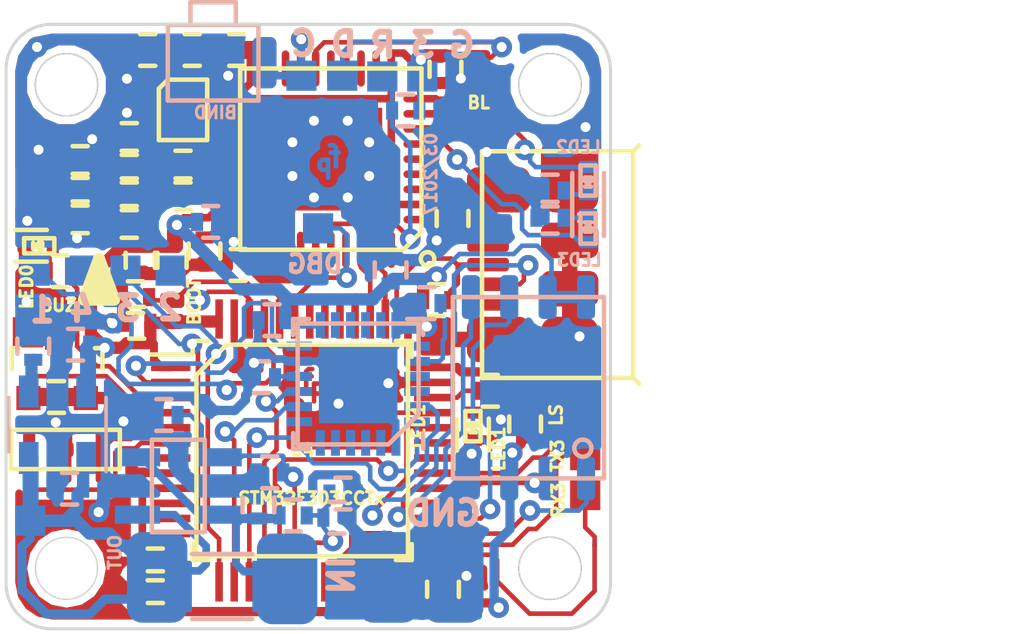
<source format=kicad_pcb>
(kicad_pcb (version 20171130) (host pcbnew "(5.1.12)-1")
  (layers (0 F.Cu signal) (31 B.Cu signal) (34 B.Paste user hide) (35 F.Paste user hide) (36 B.SilkS user hide) (37 F.SilkS user hide) (38 B.Mask user hide) (39 F.Mask user hide) (44 Edge.Cuts user))
  (net 0 "")
  (net 1 GND)
  (net 2 "Net-(ANT1-Pad1)")
  (net 3 "Net-(C1-Pad2)")
  (net 4 "Net-(C2-Pad1)")
  (net 5 "Net-(C4-Pad2)")
  (net 6 "Net-(C6-Pad1)")
  (net 7 "Net-(C7-Pad2)")
  (net 8 "Net-(C11-Pad2)")
  (net 9 "Net-(R3-Pad2)")
  (net 10 3V)
  (net 11 "Net-(JP0-Pad2)")
  (net 12 MPU_SPI_MOSI)
  (net 13 MPU_SPI_SCK)
  (net 14 MPU_EXTI)
  (net 15 MPU_SPI_MISO)
  (net 16 MPU_SPI_CS)
  (net 17 RX_HUB_TELEMETRY)
  (net 18 RX_SBUS)
  (net 19 "Net-(R9-Pad2)")
  (net 20 "Net-(U4-Pad32)")
  (net 21 FLASH_MOSI)
  (net 22 FLASH_MISO)
  (net 23 FLASH_SCK)
  (net 24 FLASH_CS)
  (net 25 /rx/ANT_N)
  (net 26 /rx/ANT_P)
  (net 27 "Net-(C14-Pad1)")
  (net 28 "Net-(C15-Pad2)")
  (net 29 VBAT)
  (net 30 /power/BAT+)
  (net 31 ADC_VBAT)
  (net 32 ADC_CURRENT)
  (net 33 /rx/ISP_CLOCK)
  (net 34 /rx/ISP_DATA)
  (net 35 /rx/~RESET)
  (net 36 LED_0)
  (net 37 LED_1)
  (net 38 ESC_1)
  (net 39 ESC_0)
  (net 40 ESC_2)
  (net 41 ESC_3)
  (net 42 "Net-(U4-Pad6)")
  (net 43 "Net-(U4-Pad5)")
  (net 44 WS2812)
  (net 45 UART3_RX)
  (net 46 UART3_TX)
  (net 47 BUZZER_IO)
  (net 48 BUZZER)
  (net 49 "Net-(C30-Pad1)")
  (net 50 "Net-(LED0-Pad2)")
  (net 51 "Net-(LED1-Pad2)")
  (net 52 RX_DEBUG)
  (net 53 "Net-(LED2-Pad1)")
  (net 54 "Net-(LED2-Pad2)")
  (net 55 "Net-(LED3-Pad1)")
  (net 56 "Net-(LED3-Pad2)")
  (module custom:DBV (layer B.Cu) (at 224.883 137.7034 180)
    (fp_text reference U7 hide)
    (fp_text value INA139 hide)
    (pad 5 smd rect (at 1.35 0.95 180) (size 1.5 0.6) (layers B.Cu B.Paste B.Mask) (net 30 /power/BAT+) (clearance 0.07))
    (pad 4 smd rect (at 1.35 -0.95 180) (size 1.5 0.6) (layers B.Cu B.Paste B.Mask) (net 29 VBAT) (clearance 0.07))
    (pad 3 smd rect (at -1.35 -0.95 180) (size 1.5 0.6) (layers B.Cu B.Paste B.Mask) (net 30 /power/BAT+) (clearance 0.07))
    (pad 2 smd rect (at -1.35 0 180) (size 1.5 0.6) (layers B.Cu B.Paste B.Mask) (net 1 GND) (clearance 0.07))
    (pad 1 smd rect (at -1.35 0.95 180) (size 1.5 0.6) (layers B.Cu B.Paste B.Mask) (net 32 ADC_CURRENT) (clearance 0.07))
  )
  (module custom:SOLDERBRIDGE (layer F.Cu) (at 224.6838 131.9124 90)
    (fp_text reference JP0 hide)
    (fp_text value BOOT0 hide)
    (pad 1 smd roundrect (at -0.35 0 90) (size 0.5 0.8) (layers F.Cu F.Mask) (net 10 3V))
    (pad 2 smd roundrect (at 0.35 0 90) (size 0.5 0.8) (layers F.Cu F.Mask) (net 11 "Net-(JP0-Pad2)"))
  )
  (module custom:SOLDERBRIDGE (layer F.Cu) (at 234.803 123.8784 270)
    (fp_text reference BL1 hide)
    (fp_text value BL hide)
    (pad 1 smd roundrect (at -0.35 0 270) (size 0.5 0.8) (layers F.Cu F.Mask) (net 34 /rx/ISP_DATA))
    (pad 2 smd roundrect (at 0.35 0 270) (size 0.5 0.8) (layers F.Cu F.Mask) (net 1 GND))
  )
  (module custom:CSTCE_G_A (layer F.Cu) (at 221.14764 136.49452 180)
    (fp_text reference X2 hide)
    (fp_text value 8MHz)
    (pad 1 smd roundrect (at -1.2 0 180) (size 0.4 2.2) (layers F.Cu F.Paste F.Mask) (net 43 "Net-(U4-Pad5)"))
    (pad 2 smd roundrect (at 0 0 180) (size 0.4 2.2) (layers F.Cu F.Paste F.Mask) (net 1 GND))
    (pad 3 smd roundrect (at 1.2 0 180) (size 0.4 2.2) (layers F.Cu F.Paste F.Mask) (net 42 "Net-(U4-Pad6)"))
  )
  (module TO_SOT_Packages_SMD:SOT-23-5 (layer B.Cu) (at 220.88348 135.67664 90)
    (fp_text reference U3 hide)
    (fp_text value LP2985AIM5-3.0/NOPB hide)
    (pad 1 smd rect (at -1.1 0.95 90) (size 1.06 0.65) (layers B.Cu B.Paste B.Mask) (net 29 VBAT))
    (pad 2 smd rect (at -1.1 0 90) (size 1.06 0.65) (layers B.Cu B.Paste B.Mask) (net 1 GND))
    (pad 3 smd rect (at -1.1 -0.95 90) (size 1.06 0.65) (layers B.Cu B.Paste B.Mask) (net 29 VBAT))
    (pad 4 smd rect (at 1.1 -0.95 90) (size 1.06 0.65) (layers B.Cu B.Paste B.Mask) (net 49 "Net-(C30-Pad1)"))
    (pad 5 smd rect (at 1.1 0.95 90) (size 1.06 0.65) (layers B.Cu B.Paste B.Mask) (net 10 3V))
  )
  (module custom:VFDFPN8 (layer B.Cu) (at 236.4694 134.4524 90)
    (fp_text reference U5 hide)
    (fp_text value M25P16-VME hide)
    (pad 1 smd roundrect (at -3 1.905 90) (size 1.45 0.6) (layers B.Cu B.Paste B.Mask) (net 24 FLASH_CS))
    (pad 2 smd roundrect (at -3 0.635 90) (size 1.45 0.6) (layers B.Cu B.Paste B.Mask) (net 22 FLASH_MISO))
    (pad 3 smd roundrect (at -3 -0.635 90) (size 1.45 0.6) (layers B.Cu B.Paste B.Mask) (net 10 3V))
    (pad 4 smd roundrect (at -3 -1.905 90) (size 1.4 0.6) (layers B.Cu B.Paste B.Mask) (net 1 GND))
    (pad 5 smd roundrect (at 3 -1.905 90) (size 1.45 0.6) (layers B.Cu B.Paste B.Mask) (net 21 FLASH_MOSI))
    (pad 6 smd roundrect (at 3 -0.635 90) (size 1.45 0.6) (layers B.Cu B.Paste B.Mask) (net 23 FLASH_SCK))
    (pad 7 smd roundrect (at 3 0.635 90) (size 1.45 0.6) (layers B.Cu B.Paste B.Mask) (net 10 3V))
    (pad 8 smd roundrect (at 3 1.905 90) (size 1.45 0.6) (layers B.Cu B.Paste B.Mask) (net 10 3V))
    (pad 4 smd roundrect (at 0 0 90) (size 3.2 3.2) (layers B.Cu B.Paste B.Mask) (net 1 GND))
  )
  (module custom:USB_MICRO_MOLEX (layer F.Cu) (at 235.133 130.3784 180)
    (fp_text reference U6 hide)
    (fp_text value MICRO_USB_B hide)
    (pad 1 smd roundrect (at 0 -1.3 180) (size 1.38 0.45) (layers F.Cu F.Paste F.Mask))
    (pad 2 smd roundrect (at 0 -0.65 180) (size 1.38 0.45) (layers F.Cu F.Paste F.Mask) (net 20 "Net-(U4-Pad32)"))
    (pad 3 smd roundrect (at 0 0 180) (size 1.38 0.45) (layers F.Cu F.Paste F.Mask) (net 19 "Net-(R9-Pad2)"))
    (pad 4 smd roundrect (at 0 0.65 180) (size 1.38 0.45) (layers F.Cu F.Paste F.Mask))
    (pad 5 smd roundrect (at 0 1.3 180) (size 1.38 0.45) (layers F.Cu F.Paste F.Mask) (net 1 GND))
    (pad 5 smd roundrect (at -0.35 2.475 180) (size 2.1 1.5) (layers F.Cu F.Paste F.Mask) (net 1 GND))
    (pad 5 smd roundrect (at -0.35 -2.475 180) (size 2.1 1.5) (layers F.Cu F.Paste F.Mask) (net 1 GND))
    (pad 5 smd roundrect (at -2.7 -2.95 180) (size 1.9 2.45) (layers F.Cu F.Paste F.Mask) (net 1 GND))
    (pad 5 smd roundrect (at -2.7 2.95 180) (size 1.9 2.45) (layers F.Cu F.Paste F.Mask) (net 1 GND))
    (pad 5 smd roundrect (at -2.7 -0.8 180) (size 1.9 1.175) (layers F.Cu F.Paste F.Mask) (net 1 GND))
    (pad 5 smd roundrect (at -2.7 0.8 180) (size 1.9 1.175) (layers F.Cu F.Paste F.Mask) (net 1 GND))
  )
  (module custom:PAD_2x3 (layer B.Cu) (at 224.183 140.7284)
    (fp_text reference VBAT1 hide)
    (fp_text value CONN_1 hide)
    (pad 1 smd roundrect (at 0 0) (size 2 3) (layers B.Cu B.Mask) (net 29 VBAT))
  )
  (module custom:PAD_2x3 (layer B.Cu) (at 233.983 140.7284)
    (fp_text reference GND_IN1 hide)
    (fp_text value GND hide)
    (pad 1 smd roundrect (at 0 0) (size 2 3) (layers B.Cu B.Mask) (net 1 GND))
  )
  (module custom:PAD_2x3 (layer B.Cu) (at 231.833 140.7284)
    (fp_text reference GND_OUT1 hide)
    (fp_text value GND hide)
    (pad 1 smd roundrect (at 0 0) (size 2 3) (layers B.Cu B.Mask) (net 1 GND))
  )
  (module custom:PAD_2x3 (layer B.Cu) (at 228.483 140.7784)
    (fp_text reference VBAT_IN1 hide)
    (fp_text value CONN_1 hide)
    (pad 1 smd roundrect (at 0 0) (size 2 3) (layers B.Cu B.Mask) (net 30 /power/BAT+))
  )
  (module custom:TP_1x1 (layer B.Cu) (at 229.408 129.4784)
    (fp_text reference DEBUG1 hide)
    (fp_text value TP hide)
    (pad 1 smd rect (at 0.1 -0.3) (size 1 1) (layers B.Cu B.Mask) (net 52 RX_DEBUG))
  )
  (module custom:TP_1x1 (layer B.Cu) (at 228.858 124.4284)
    (fp_text reference ISP_CLOCK1 hide)
    (fp_text value TP hide)
    (pad 1 smd rect (at 0.1 -0.3) (size 1 1) (layers B.Cu B.Mask) (net 33 /rx/ISP_CLOCK))
  )
  (module custom:TP_1x1 (layer B.Cu) (at 230.208 124.4284)
    (fp_text reference ISP_DATA1 hide)
    (fp_text value TP hide)
    (pad 1 smd rect (at 0.1 -0.3) (size 1 1) (layers B.Cu B.Mask) (net 34 /rx/ISP_DATA))
  )
  (module custom:TP_1x1 (layer B.Cu) (at 231.533 124.4534)
    (fp_text reference ~RESET1 hide)
    (fp_text value TP hide)
    (pad 1 smd rect (at 0.1 -0.3) (size 1 1) (layers B.Cu B.Mask) (net 35 /rx/~RESET))
  )
  (module custom:TP_1x1 (layer F.Cu) (at 238.233 135.0784)
    (fp_text reference TP_1 hide)
    (fp_text value WS2812 hide)
    (pad 1 smd rect (at 0.1 0.3) (size 1 1) (layers F.Cu F.Mask) (net 44 WS2812))
  )
  (module custom:TP_1x1 (layer F.Cu) (at 238.2474 136.3828)
    (fp_text reference TP_2 hide)
    (fp_text value UART3_RX hide)
    (pad 1 smd rect (at 0.1 0.3) (size 1 1) (layers F.Cu F.Mask) (net 46 UART3_TX))
  )
  (module custom:TP_1x1 (layer F.Cu) (at 238.2474 137.7036)
    (fp_text reference TP_3 hide)
    (fp_text value UART3_RX1 hide)
    (pad 1 smd rect (at 0.1 0.3) (size 1 1) (layers F.Cu F.Mask) (net 45 UART3_RX))
  )
  (module custom:TP_1x1 (layer F.Cu) (at 219.807 132.3188)
    (fp_text reference TP_4 hide)
    (fp_text value BUZZER_GND hide)
    (pad 1 smd rect (at 0.1 0.3) (size 1 1) (layers F.Cu F.Mask) (net 48 BUZZER))
  )
  (module custom:TP_1x1 (layer B.Cu) (at 220.033 130.8784)
    (fp_text reference TP_ESC_0 hide)
    (fp_text value ESC_0 hide)
    (pad 1 smd rect (at 0.1 -0.3) (size 1 1) (layers B.Cu B.Mask) (net 39 ESC_0))
  )
  (module custom:TP_1x1 (layer B.Cu) (at 224.533 130.8784)
    (fp_text reference TP_ESC_1 hide)
    (fp_text value ESC_1 hide)
    (pad 1 smd rect (at 0.1 -0.3) (size 1 1) (layers B.Cu B.Mask) (net 38 ESC_1))
  )
  (module custom:TP_1x1 (layer B.Cu) (at 221.533 130.8784)
    (fp_text reference TP_ESC_3 hide)
    (fp_text value ESC_3 hide)
    (pad 1 smd rect (at 0.1 -0.3) (size 1 1) (layers B.Cu B.Mask) (net 41 ESC_3))
  )
  (module custom:TP_1x1 (layer B.Cu) (at 219.883 139.1534)
    (fp_text reference TP_5 hide)
    (fp_text value BUZZER_VCC hide)
    (pad 1 smd rect (at 0.1 -0.3) (size 1 1) (layers B.Cu B.Mask) (net 29 VBAT))
  )
  (module custom:TP_1x1 (layer B.Cu) (at 234.188 124.46)
    (fp_text reference ISP_GND1 hide)
    (fp_text value TP hide)
    (pad 1 smd rect (at 0.1 -0.3) (size 1 1) (layers B.Cu B.Mask) (net 1 GND))
  )
  (module custom:TP_1x1 (layer B.Cu) (at 232.858 124.4534)
    (fp_text reference ISP_3V1 hide)
    (fp_text value TP hide)
    (pad 1 smd rect (at 0.1 -0.3) (size 1 1) (layers B.Cu B.Mask) (net 10 3V))
  )
  (module custom:TP_1x1 (layer B.Cu) (at 223.033 130.8784)
    (fp_text reference TP_ESC_2 hide)
    (fp_text value ESC_2 hide)
    (pad 1 smd rect (at 0.1 -0.3) (size 1 1) (layers B.Cu B.Mask) (net 40 ESC_2))
  )
  (module custom:QFN-24 (layer B.Cu) (at 230.833 134.3284 90)
    (fp_text reference U2 hide)
    (fp_text value MPU-6000)
    (pad 1 smd rect (at -1.95 1.25 90) (size 0.85 0.3) (layers B.Cu B.Paste B.Mask) (net 1 GND))
    (pad 2 smd rect (at -1.95 0.75 90) (size 0.85 0.3) (layers B.Cu B.Paste B.Mask))
    (pad 3 smd rect (at -1.95 0.25 90) (size 0.85 0.3) (layers B.Cu B.Paste B.Mask))
    (pad 4 smd rect (at -1.95 -0.25 90) (size 0.85 0.3) (layers B.Cu B.Paste B.Mask))
    (pad 5 smd rect (at -1.95 -0.75 90) (size 0.85 0.3) (layers B.Cu B.Paste B.Mask))
    (pad 6 smd rect (at -1.95 -1.25 90) (size 0.85 0.3) (layers B.Cu B.Paste B.Mask))
    (pad 7 smd rect (at -1.25 -1.95) (size 0.85 0.3) (layers B.Cu B.Paste B.Mask))
    (pad 8 smd rect (at -0.75 -1.95) (size 0.85 0.3) (layers B.Cu B.Paste B.Mask) (net 16 MPU_SPI_CS))
    (pad 9 smd rect (at -0.25 -1.95) (size 0.85 0.3) (layers B.Cu B.Paste B.Mask) (net 15 MPU_SPI_MISO))
    (pad 10 smd rect (at 0.25 -1.95) (size 0.85 0.3) (layers B.Cu B.Paste B.Mask) (net 27 "Net-(C14-Pad1)"))
    (pad 11 smd rect (at 0.75 -1.95) (size 0.85 0.3) (layers B.Cu B.Paste B.Mask) (net 1 GND))
    (pad 12 smd rect (at 1.25 -1.95) (size 0.85 0.3) (layers B.Cu B.Paste B.Mask) (net 14 MPU_EXTI))
    (pad 13 smd rect (at 1.95 -1.25 90) (size 0.85 0.3) (layers B.Cu B.Paste B.Mask) (net 10 3V))
    (pad 14 smd rect (at 1.95 -0.75 90) (size 0.85 0.3) (layers B.Cu B.Paste B.Mask))
    (pad 15 smd rect (at 1.95 -0.25 90) (size 0.85 0.3) (layers B.Cu B.Paste B.Mask))
    (pad 16 smd rect (at 1.95 0.25 90) (size 0.85 0.3) (layers B.Cu B.Paste B.Mask))
    (pad 17 smd rect (at 1.95 0.75 90) (size 0.85 0.3) (layers B.Cu B.Paste B.Mask))
    (pad 18 smd rect (at 1.95 1.25 90) (size 0.85 0.3) (layers B.Cu B.Paste B.Mask) (net 1 GND))
    (pad 19 smd rect (at 1.25 1.95) (size 0.85 0.3) (layers B.Cu B.Paste B.Mask))
    (pad 20 smd rect (at 0.75 1.95) (size 0.85 0.3) (layers B.Cu B.Paste B.Mask) (net 28 "Net-(C15-Pad2)"))
    (pad 21 smd rect (at 0.25 1.95) (size 0.85 0.3) (layers B.Cu B.Paste B.Mask))
    (pad 22 smd rect (at -0.25 1.95) (size 0.85 0.3) (layers B.Cu B.Paste B.Mask))
    (pad 23 smd rect (at -0.75 1.95) (size 0.85 0.3) (layers B.Cu B.Paste B.Mask) (net 13 MPU_SPI_SCK))
    (pad 24 smd rect (at -1.25 1.95) (size 0.85 0.3) (layers B.Cu B.Paste B.Mask) (net 12 MPU_SPI_MOSI))
    (pad 1 smd rect (at 0.65 -0.65 90) (size 1.3 1.3) (layers B.Cu B.Paste B.Mask) (net 1 GND))
    (pad 1 smd rect (at 0.65 0.65 90) (size 1.3 1.3) (layers B.Cu B.Paste B.Mask) (net 1 GND))
    (pad 1 smd rect (at -0.65 -0.65 90) (size 1.3 1.3) (layers B.Cu B.Paste B.Mask) (net 1 GND))
    (pad 1 smd rect (at -0.65 0.65 90) (size 1.3 1.3) (layers B.Cu B.Paste B.Mask) (net 1 GND))
  )
  (module LEDs:LED_0402 (layer B.Cu) (at 238.4425 127.5969 90)
    (fp_text reference LED2 (at 1.1049 -0.3175 180) (layer B.SilkS) (effects (font (size 0.4 0.4) (thickness 0.1)) (justify mirror)))
    (fp_text value GREEN)
    (pad 2 smd rect (at 0.45 0 90) (size 0.4 0.6) (layers B.Cu B.Paste B.Mask) (net 54 "Net-(LED2-Pad2)"))
    (pad 1 smd rect (at -0.45 0 90) (size 0.4 0.6) (layers B.Cu B.Paste B.Mask) (net 53 "Net-(LED2-Pad1)"))
  )
  (module LEDs:LED_0402 (layer B.Cu) (at 238.4425 129.1844 270)
    (fp_text reference LED3 (at 1.0414 0.2921) (layer B.SilkS) (effects (font (size 0.4 0.4) (thickness 0.1)) (justify mirror)))
    (fp_text value RED)
    (pad 2 smd rect (at 0.45 0 270) (size 0.4 0.6) (layers B.Cu B.Paste B.Mask) (net 56 "Net-(LED3-Pad2)"))
    (pad 1 smd rect (at -0.45 0 270) (size 0.4 0.6) (layers B.Cu B.Paste B.Mask) (net 55 "Net-(LED3-Pad1)"))
  )
  (module custom:smd_1x1_round (layer F.Cu) (at 220.158 127.8332)
    (fp_text reference ANT1)
    (fp_text value TP hide)
    (pad 1 smd oval (at 0 0) (size 1 1) (layers F.Cu F.Paste F.Mask) (net 2 "Net-(ANT1-Pad1)"))
  )
  (module Housings_QFP:LQFP-48_7x7mm_Pitch0.5mm (layer F.Cu) (at 228.983 136.5284)
    (fp_text reference U4 hide)
    (fp_text value STM32F303CCTx (at 0.3028 1.5841) (layer F.SilkS) (effects (font (size 0.4 0.4) (thickness 0.125))))
    (fp_text user %R (at 0 0) (layer F.SilkS) (effects (font (size 0.4 0.4) (thickness 0.125))))
    (pad 48 smd rect (at -2.75 -4.35 90) (size 1.3 0.25) (layers F.Cu F.Paste F.Mask) (net 10 3V))
    (pad 47 smd rect (at -2.25 -4.35 90) (size 1.3 0.25) (layers F.Cu F.Paste F.Mask) (net 1 GND))
    (pad 46 smd rect (at -1.75 -4.35 90) (size 1.3 0.25) (layers F.Cu F.Paste F.Mask) (net 38 ESC_1))
    (pad 45 smd rect (at -1.25 -4.35 90) (size 1.3 0.25) (layers F.Cu F.Paste F.Mask) (net 39 ESC_0))
    (pad 44 smd rect (at -0.75 -4.35 90) (size 1.3 0.25) (layers F.Cu F.Paste F.Mask) (net 11 "Net-(JP0-Pad2)"))
    (pad 43 smd rect (at -0.25 -4.35 90) (size 1.3 0.25) (layers F.Cu F.Paste F.Mask) (net 52 RX_DEBUG))
    (pad 42 smd rect (at 0.25 -4.35 90) (size 1.3 0.25) (layers F.Cu F.Paste F.Mask))
    (pad 41 smd rect (at 0.75 -4.35 90) (size 1.3 0.25) (layers F.Cu F.Paste F.Mask))
    (pad 40 smd rect (at 1.25 -4.35 90) (size 1.3 0.25) (layers F.Cu F.Paste F.Mask))
    (pad 39 smd rect (at 1.75 -4.35 90) (size 1.3 0.25) (layers F.Cu F.Paste F.Mask))
    (pad 38 smd rect (at 2.25 -4.35 90) (size 1.3 0.25) (layers F.Cu F.Paste F.Mask) (net 18 RX_SBUS))
    (pad 37 smd rect (at 2.75 -4.35 90) (size 1.3 0.25) (layers F.Cu F.Paste F.Mask) (net 17 RX_HUB_TELEMETRY))
    (pad 36 smd rect (at 4.35 -2.75) (size 1.3 0.25) (layers F.Cu F.Paste F.Mask) (net 10 3V))
    (pad 35 smd rect (at 4.35 -2.25) (size 1.3 0.25) (layers F.Cu F.Paste F.Mask) (net 1 GND))
    (pad 34 smd rect (at 4.35 -1.75) (size 1.3 0.25) (layers F.Cu F.Paste F.Mask) (net 37 LED_1))
    (pad 33 smd rect (at 4.35 -1.25) (size 1.3 0.25) (layers F.Cu F.Paste F.Mask) (net 19 "Net-(R9-Pad2)"))
    (pad 32 smd rect (at 4.35 -0.75) (size 1.3 0.25) (layers F.Cu F.Paste F.Mask) (net 20 "Net-(U4-Pad32)"))
    (pad 31 smd rect (at 4.35 -0.25) (size 1.3 0.25) (layers F.Cu F.Paste F.Mask))
    (pad 30 smd rect (at 4.35 0.25) (size 1.3 0.25) (layers F.Cu F.Paste F.Mask))
    (pad 29 smd rect (at 4.35 0.75) (size 1.3 0.25) (layers F.Cu F.Paste F.Mask) (net 44 WS2812))
    (pad 28 smd rect (at 4.35 1.25) (size 1.3 0.25) (layers F.Cu F.Paste F.Mask) (net 21 FLASH_MOSI))
    (pad 27 smd rect (at 4.35 1.75) (size 1.3 0.25) (layers F.Cu F.Paste F.Mask) (net 22 FLASH_MISO))
    (pad 26 smd rect (at 4.35 2.25) (size 1.3 0.25) (layers F.Cu F.Paste F.Mask) (net 23 FLASH_SCK))
    (pad 25 smd rect (at 4.35 2.75) (size 1.3 0.25) (layers F.Cu F.Paste F.Mask) (net 24 FLASH_CS))
    (pad 24 smd rect (at 2.75 4.35 90) (size 1.3 0.25) (layers F.Cu F.Paste F.Mask) (net 10 3V))
    (pad 23 smd rect (at 2.25 4.35 90) (size 1.3 0.25) (layers F.Cu F.Paste F.Mask) (net 1 GND))
    (pad 22 smd rect (at 1.75 4.35 90) (size 1.3 0.25) (layers F.Cu F.Paste F.Mask) (net 45 UART3_RX))
    (pad 21 smd rect (at 1.25 4.35 90) (size 1.3 0.25) (layers F.Cu F.Paste F.Mask) (net 46 UART3_TX))
    (pad 20 smd rect (at 0.75 4.35 90) (size 1.3 0.25) (layers F.Cu F.Paste F.Mask))
    (pad 19 smd rect (at 0.25 4.35 90) (size 1.3 0.25) (layers F.Cu F.Paste F.Mask) (net 31 ADC_VBAT))
    (pad 18 smd rect (at -0.25 4.35 90) (size 1.3 0.25) (layers F.Cu F.Paste F.Mask) (net 32 ADC_CURRENT))
    (pad 17 smd rect (at -0.75 4.35 90) (size 1.3 0.25) (layers F.Cu F.Paste F.Mask) (net 12 MPU_SPI_MOSI))
    (pad 16 smd rect (at -1.25 4.35 90) (size 1.3 0.25) (layers F.Cu F.Paste F.Mask) (net 15 MPU_SPI_MISO))
    (pad 15 smd rect (at -1.75 4.35 90) (size 1.3 0.25) (layers F.Cu F.Paste F.Mask) (net 13 MPU_SPI_SCK))
    (pad 14 smd rect (at -2.25 4.35 90) (size 1.3 0.25) (layers F.Cu F.Paste F.Mask) (net 16 MPU_SPI_CS))
    (pad 13 smd rect (at -2.75 4.35 90) (size 1.3 0.25) (layers F.Cu F.Paste F.Mask) (net 40 ESC_2))
    (pad 12 smd rect (at -4.35 2.75) (size 1.3 0.25) (layers F.Cu F.Paste F.Mask) (net 41 ESC_3))
    (pad 11 smd rect (at -4.35 2.25) (size 1.3 0.25) (layers F.Cu F.Paste F.Mask))
    (pad 10 smd rect (at -4.35 1.75) (size 1.3 0.25) (layers F.Cu F.Paste F.Mask))
    (pad 9 smd rect (at -4.35 1.25) (size 1.3 0.25) (layers F.Cu F.Paste F.Mask) (net 10 3V))
    (pad 8 smd rect (at -4.35 0.75) (size 1.3 0.25) (layers F.Cu F.Paste F.Mask) (net 1 GND))
    (pad 7 smd rect (at -4.35 0.25) (size 1.3 0.25) (layers F.Cu F.Paste F.Mask))
    (pad 6 smd rect (at -4.35 -0.25) (size 1.3 0.25) (layers F.Cu F.Paste F.Mask) (net 42 "Net-(U4-Pad6)"))
    (pad 5 smd rect (at -4.35 -0.75) (size 1.3 0.25) (layers F.Cu F.Paste F.Mask) (net 43 "Net-(U4-Pad5)"))
    (pad 4 smd rect (at -4.35 -1.25) (size 1.3 0.25) (layers F.Cu F.Paste F.Mask) (net 47 BUZZER_IO))
    (pad 3 smd rect (at -4.35 -1.75) (size 1.3 0.25) (layers F.Cu F.Paste F.Mask) (net 36 LED_0))
    (pad 2 smd rect (at -4.35 -2.25) (size 1.3 0.25) (layers F.Cu F.Paste F.Mask) (net 14 MPU_EXTI))
    (pad 1 smd rect (at -4.35 -2.75) (size 1.3 0.25) (layers F.Cu F.Paste F.Mask) (net 10 3V))
  )
  (module LEDs:LED_0402 (layer F.Cu) (at 220.2815 129.7559)
    (fp_text reference LED0 (at -0.4191 1.3589 270) (layer F.SilkS) (effects (font (size 0.4 0.4) (thickness 0.125))))
    (fp_text value BLUE)
    (pad 2 smd rect (at 0.45 0) (size 0.4 0.6) (layers F.Cu F.Paste F.Mask) (net 50 "Net-(LED0-Pad2)"))
    (pad 1 smd rect (at -0.45 0) (size 0.4 0.6) (layers F.Cu F.Paste F.Mask) (net 1 GND))
  )
  (module LEDs:LED_0402 (layer F.Cu) (at 234.6325 135.7249 90)
    (fp_text reference LED1 (at 0 -1.8 90) (layer F.SilkS) (effects (font (size 0.4 0.4) (thickness 0.125))))
    (fp_text value RED)
    (pad 2 smd rect (at 0.45 0 90) (size 0.4 0.6) (layers F.Cu F.Paste F.Mask) (net 51 "Net-(LED1-Pad2)"))
    (pad 1 smd rect (at -0.45 0 90) (size 0.4 0.6) (layers F.Cu F.Paste F.Mask) (net 1 GND))
  )
  (module Resistors_SMD:R_1206 (layer B.Cu) (at 226.333 141.0284 180)
    (fp_text reference R12 hide)
    (fp_text value 0R005)
    (pad 2 smd rect (at 1.45 0 180) (size 0.9 1.7) (layers B.Cu B.Paste B.Mask) (net 29 VBAT))
    (pad 1 smd rect (at -1.45 0 180) (size 0.9 1.7) (layers B.Cu B.Paste B.Mask) (net 30 /power/BAT+))
  )
  (module custom:SI2302DS_SOT-23 (layer F.Cu) (at 220.8738 133.792)
    (fp_text reference Q1 hide)
    (fp_text value SI2302DS)
    (pad D smd rect (at 0 -0.99822) (size 0.8001 0.8001) (layers F.Cu F.Paste F.Mask) (net 48 BUZZER))
    (pad S smd rect (at 0.95 1.00076) (size 0.8001 0.8001) (layers F.Cu F.Paste F.Mask) (net 1 GND))
    (pad G smd rect (at -0.95 1.00076) (size 0.8001 0.8001) (layers F.Cu F.Paste F.Mask) (net 47 BUZZER_IO))
  )
  (module custom:crystal_2016 (layer F.Cu) (at 225.0394 125.2576 270)
    (fp_text reference X1 hide)
    (fp_text value 26MHz hide)
    (pad 1 smd rect (at -0.825 0.575 270) (size 0.95 0.65) (layers F.Cu F.Paste F.Mask) (net 4 "Net-(C2-Pad1)"))
    (pad 2 smd rect (at 0.825 0.575 270) (size 0.95 0.65) (layers F.Cu F.Paste F.Mask) (net 1 GND))
    (pad 3 smd rect (at 0.825 -0.575 270) (size 0.95 0.65) (layers F.Cu F.Paste F.Mask) (net 6 "Net-(C6-Pad1)"))
    (pad 4 smd rect (at -0.825 -0.575 270) (size 0.95 0.65) (layers F.Cu F.Paste F.Mask) (net 1 GND))
  )
  (module custom:TP_1x1 (layer B.Cu) (at 231.233 128.5784)
    (fp_text reference GND_MOUNT_2 hide)
    (fp_text value GND hide)
    (pad 1 smd rect (at 0.1 -0.3) (size 1 1) (layers B.Cu B.Mask) (net 1 GND))
  )
  (module custom:QFN36_CC2510 (layer F.Cu) (at 229.93 126.8888 180)
    (fp_text reference U1 hide)
    (fp_text value CC2510)
    (pad 28 smd roundrect (at 2 -3 270) (size 1.2 0.25) (layers F.Cu F.Paste F.Mask) (roundrect_rratio 0.5) (net 10 3V))
    (pad 29 smd roundrect (at 1.5 -3 270) (size 1.2 0.25) (layers F.Cu F.Paste F.Mask) (roundrect_rratio 0.5) (net 10 3V))
    (pad 30 smd roundrect (at 1 -3 270) (size 1.2 0.25) (layers F.Cu F.Paste F.Mask) (roundrect_rratio 0.5) (net 3 "Net-(C1-Pad2)"))
    (pad 31 smd roundrect (at 0.5 -3 270) (size 1.2 0.25) (layers F.Cu F.Paste F.Mask) (roundrect_rratio 0.5) (net 35 /rx/~RESET))
    (pad 32 smd roundrect (at 0 -3 270) (size 1.2 0.25) (layers F.Cu F.Paste F.Mask) (roundrect_rratio 0.5))
    (pad 33 smd roundrect (at -0.5 -3 270) (size 1.2 0.25) (layers F.Cu F.Paste F.Mask) (roundrect_rratio 0.5) (net 52 RX_DEBUG))
    (pad 34 smd roundrect (at -1 -3 270) (size 1.2 0.25) (layers F.Cu F.Paste F.Mask) (roundrect_rratio 0.5) (net 18 RX_SBUS))
    (pad 35 smd roundrect (at -1.5 -3 270) (size 1.2 0.25) (layers F.Cu F.Paste F.Mask) (roundrect_rratio 0.5) (net 17 RX_HUB_TELEMETRY))
    (pad 36 smd roundrect (at -2 -3 270) (size 1.2 0.25) (layers F.Cu F.Paste F.Mask) (roundrect_rratio 0.5))
    (pad 19 smd roundrect (at 3 2 180) (size 1.2 0.25) (layers F.Cu F.Paste F.Mask) (roundrect_rratio 0.5) (net 10 3V))
    (pad 26 smd roundrect (at 3 -1.5 180) (size 1.2 0.25) (layers F.Cu F.Paste F.Mask) (roundrect_rratio 0.5) (net 10 3V))
    (pad 20 smd roundrect (at 3 1.5 180) (size 1.2 0.25) (layers F.Cu F.Paste F.Mask) (roundrect_rratio 0.5) (net 4 "Net-(C2-Pad1)"))
    (pad 21 smd roundrect (at 3 1 180) (size 1.2 0.25) (layers F.Cu F.Paste F.Mask) (roundrect_rratio 0.5) (net 6 "Net-(C6-Pad1)"))
    (pad 22 smd roundrect (at 3 0.5 180) (size 1.2 0.25) (layers F.Cu F.Paste F.Mask) (roundrect_rratio 0.5) (net 10 3V))
    (pad 23 smd roundrect (at 3 0 180) (size 1.2 0.25) (layers F.Cu F.Paste F.Mask) (roundrect_rratio 0.5) (net 26 /rx/ANT_P))
    (pad 24 smd roundrect (at 3 -0.5 180) (size 1.2 0.25) (layers F.Cu F.Paste F.Mask) (roundrect_rratio 0.5) (net 25 /rx/ANT_N))
    (pad 25 smd roundrect (at 3 -1 180) (size 1.2 0.25) (layers F.Cu F.Paste F.Mask) (roundrect_rratio 0.5) (net 10 3V))
    (pad 27 smd roundrect (at 3 -2 180) (size 1.2 0.25) (layers F.Cu F.Paste F.Mask) (roundrect_rratio 0.5) (net 9 "Net-(R3-Pad2)"))
    (pad 1 smd roundrect (at -3 -2 180) (size 1.2 0.25) (layers F.Cu F.Paste F.Mask) (roundrect_rratio 0.5))
    (pad 3 smd roundrect (at -3 -1 180) (size 1.2 0.25) (layers F.Cu F.Paste F.Mask) (roundrect_rratio 0.5))
    (pad 4 smd roundrect (at -3 -0.5 180) (size 1.2 0.25) (layers F.Cu F.Paste F.Mask) (roundrect_rratio 0.5))
    (pad 5 smd roundrect (at -3 0 180) (size 1.2 0.25) (layers F.Cu F.Paste F.Mask) (roundrect_rratio 0.5))
    (pad 6 smd roundrect (at -3 0.5 180) (size 1.2 0.25) (layers F.Cu F.Paste F.Mask) (roundrect_rratio 0.5) (net 56 "Net-(LED3-Pad2)"))
    (pad 7 smd roundrect (at -3 1 180) (size 1.2 0.25) (layers F.Cu F.Paste F.Mask) (roundrect_rratio 0.5))
    (pad 8 smd roundrect (at -3 1.5 180) (size 1.2 0.25) (layers F.Cu F.Paste F.Mask) (roundrect_rratio 0.5))
    (pad 2 smd roundrect (at -3 -1.5 180) (size 1.2 0.25) (layers F.Cu F.Paste F.Mask) (roundrect_rratio 0.5) (net 10 3V))
    (pad 10 smd roundrect (at -2 3 270) (size 1.2 0.25) (layers F.Cu F.Paste F.Mask) (roundrect_rratio 0.5) (net 10 3V))
    (pad 11 smd roundrect (at -1.5 3 270) (size 1.2 0.25) (layers F.Cu F.Paste F.Mask) (roundrect_rratio 0.5))
    (pad 12 smd roundrect (at -1 3 270) (size 1.2 0.25) (layers F.Cu F.Paste F.Mask) (roundrect_rratio 0.5))
    (pad 13 smd roundrect (at -0.5 3 270) (size 1.2 0.25) (layers F.Cu F.Paste F.Mask) (roundrect_rratio 0.5))
    (pad 14 smd roundrect (at 0 3 270) (size 1.2 0.25) (layers F.Cu F.Paste F.Mask) (roundrect_rratio 0.5))
    (pad 15 smd roundrect (at 0.5 3 270) (size 1.2 0.25) (layers F.Cu F.Paste F.Mask) (roundrect_rratio 0.5) (net 34 /rx/ISP_DATA))
    (pad 16 smd roundrect (at 1 3 270) (size 1.2 0.25) (layers F.Cu F.Paste F.Mask) (roundrect_rratio 0.5) (net 33 /rx/ISP_CLOCK))
    (pad 17 smd roundrect (at 1.5 3 270) (size 1.2 0.25) (layers F.Cu F.Paste F.Mask) (roundrect_rratio 0.5))
    (pad 18 smd roundrect (at 2 3 270) (size 1.2 0.25) (layers F.Cu F.Paste F.Mask) (roundrect_rratio 0.5))
    (pad 9 smd roundrect (at -3 2 180) (size 1.2 0.25) (layers F.Cu F.Paste F.Mask) (roundrect_rratio 0.5) (net 54 "Net-(LED2-Pad2)"))
    (pad GND smd rect (at 0 0 270) (size 1.2 1.2) (layers F.Cu F.Paste F.Mask) (net 1 GND))
    (pad GND smd rect (at 1.1 0 270) (size 1.2 1.2) (layers F.Cu F.Paste F.Mask) (net 1 GND))
    (pad GND smd rect (at -1.1 0 270) (size 1.2 1.2) (layers F.Cu F.Paste F.Mask) (net 1 GND))
    (pad GND smd rect (at -1.1 -1.1 270) (size 1.2 1.2) (layers F.Cu F.Paste F.Mask) (net 1 GND))
    (pad GND smd rect (at 0 -1.1 270) (size 1.2 1.2) (layers F.Cu F.Paste F.Mask) (net 1 GND))
    (pad GND smd rect (at 1.1 -1.1 270) (size 1.2 1.2) (layers F.Cu F.Paste F.Mask) (net 1 GND))
    (pad GND smd rect (at -1.1 1.1 270) (size 1.2 1.2) (layers F.Cu F.Paste F.Mask) (net 1 GND))
    (pad GND smd rect (at 0 1.1 270) (size 1.2 1.2) (layers F.Cu F.Paste F.Mask) (net 1 GND))
    (pad GND smd rect (at 1.1 1.1 270) (size 1.2 1.2) (layers F.Cu F.Paste F.Mask) (net 1 GND))
    (pad GND thru_hole circle (at -0.5588 -1.27 180) (size 0.6858 0.6858) (drill 0.3302) (layers *.Cu F.Mask) (net 1 GND))
    (pad GND thru_hole circle (at -1.27 -0.5588 180) (size 0.6858 0.6858) (drill 0.3302) (layers *.Cu F.Mask) (net 1 GND))
    (pad GND thru_hole circle (at 0.5588 -1.27 180) (size 0.6858 0.6858) (drill 0.3302) (layers *.Cu F.Mask) (net 1 GND))
    (pad GND thru_hole circle (at 1.27 -0.5588 180) (size 0.6858 0.6858) (drill 0.3302) (layers *.Cu F.Mask) (net 1 GND))
    (pad GND thru_hole circle (at -1.27 0.5588 180) (size 0.6858 0.6858) (drill 0.3302) (layers *.Cu F.Mask) (net 1 GND))
    (pad GND thru_hole circle (at 1.27 0.5588 180) (size 0.6858 0.6858) (drill 0.3302) (layers *.Cu F.Mask) (net 1 GND))
    (pad GND thru_hole circle (at -0.5588 1.27 180) (size 0.6858 0.6858) (drill 0.3302) (layers *.Cu F.Mask) (net 1 GND))
    (pad GND thru_hole circle (at 0.5588 1.27 180) (size 0.6858 0.6858) (drill 0.3302) (layers *.Cu F.Mask) (net 1 GND))
  )
  (module custom:mouting_hole (layer F.Cu) (at 246.4816 125.8062)
    (fp_text reference H1 hide)
    (fp_text value hole hide)
    (pad "" np_thru_hole circle (at -9.2986 -1.3778) (size 2.1 2.1) (drill 2) (layers *.Cu *.Mask))
  )
  (module custom:mouting_hole (layer F.Cu) (at 247.8786 131.1148)
    (fp_text reference H2 hide)
    (fp_text value hole hide)
    (pad "" np_thru_hole circle (at -10.6956 9.3136) (size 2.1 2.1) (drill 2) (layers *.Cu *.Mask))
  )
  (module custom:mouting_hole (layer F.Cu) (at 252.6284 126.0856)
    (fp_text reference H3 hide)
    (fp_text value hole hide)
    (pad "" np_thru_hole circle (at -31.4454 14.3428) (size 2 2) (drill 2) (layers *.Cu *.Mask))
  )
  (module custom:mouting_hole (layer F.Cu) (at 250.1138 123.2916)
    (fp_text reference H4 hide)
    (fp_text value hole hide)
    (pad "" np_thru_hole circle (at -28.9308 1.1368) (size 2.1 2.1) (drill 2) (layers *.Cu *.Mask))
  )
  (module custom:OMRON_B3U-3000P (layer B.Cu) (at 226.0346 123.698 180)
    (fp_text reference BIND1 hide)
    (fp_text value CUSTOM_PUSHBUTTON hide)
    (pad 2 smd roundrect (at 1.7 0 180) (size 0.8 1.7) (layers B.Cu B.Paste B.Mask) (net 1 GND))
    (pad 1 smd roundrect (at -1.7 0 180) (size 0.8 1.7) (layers B.Cu B.Paste B.Mask) (net 33 /rx/ISP_CLOCK))
  )
  (module custom:C_0402_CUSTOM (layer F.Cu) (at 226.8682 130.3884)
    (fp_text reference C1 hide)
    (fp_text value 1u)
    (pad 1 smd rect (at -0.45 0) (size 0.4 0.6) (layers F.Cu F.Paste F.Mask) (net 1 GND))
    (pad 2 smd rect (at 0.45 0) (size 0.4 0.6) (layers F.Cu F.Paste F.Mask) (net 3 "Net-(C1-Pad2)"))
  )
  (module custom:C_0402_CUSTOM (layer F.Cu) (at 225.3442 123.2764)
    (fp_text reference C2 hide)
    (fp_text value 12p)
    (pad 1 smd rect (at -0.45 0) (size 0.4 0.6) (layers F.Cu F.Paste F.Mask) (net 4 "Net-(C2-Pad1)"))
    (pad 2 smd rect (at 0.45 0) (size 0.4 0.6) (layers F.Cu F.Paste F.Mask) (net 1 GND))
  )
  (module custom:C_0402_CUSTOM (layer F.Cu) (at 233.958 128.8534 270)
    (fp_text reference C3 hide)
    (fp_text value 100n)
    (pad 2 smd rect (at 0.45 0 270) (size 0.4 0.6) (layers F.Cu F.Paste F.Mask) (net 1 GND))
    (pad 1 smd rect (at -0.45 0 270) (size 0.4 0.6) (layers F.Cu F.Paste F.Mask) (net 10 3V))
  )
  (module custom:C_0402_CUSTOM (layer F.Cu) (at 225.0394 128.0516 180)
    (fp_text reference C4 hide)
    (fp_text value 100p)
    (pad 1 smd rect (at -0.45 0 180) (size 0.4 0.6) (layers F.Cu F.Paste F.Mask) (net 25 /rx/ANT_N))
    (pad 2 smd rect (at 0.45 0 180) (size 0.4 0.6) (layers F.Cu F.Paste F.Mask) (net 5 "Net-(C4-Pad2)"))
  )
  (module custom:C_0402_CUSTOM (layer F.Cu) (at 224.633 130.236 270)
    (fp_text reference C5 hide)
    (fp_text value 220p)
    (pad 2 smd rect (at 0.45 0 270) (size 0.4 0.6) (layers F.Cu F.Paste F.Mask) (net 1 GND))
    (pad 1 smd rect (at -0.45 0 270) (size 0.4 0.6) (layers F.Cu F.Paste F.Mask) (net 10 3V))
  )
  (module custom:C_0402_CUSTOM (layer F.Cu) (at 223.871 123.2764 180)
    (fp_text reference C6 hide)
    (fp_text value 12p)
    (pad 2 smd rect (at 0.45 0 180) (size 0.4 0.6) (layers F.Cu F.Paste F.Mask) (net 1 GND))
    (pad 1 smd rect (at -0.45 0 180) (size 0.4 0.6) (layers F.Cu F.Paste F.Mask) (net 6 "Net-(C6-Pad1)"))
  )
  (module custom:C_0402_CUSTOM (layer F.Cu) (at 225.0394 127.1372 180)
    (fp_text reference C7 hide)
    (fp_text value 100p)
    (pad 1 smd rect (at -0.45 0 180) (size 0.4 0.6) (layers F.Cu F.Paste F.Mask) (net 26 /rx/ANT_P))
    (pad 2 smd rect (at 0.45 0 180) (size 0.4 0.6) (layers F.Cu F.Paste F.Mask) (net 7 "Net-(C7-Pad2)"))
  )
  (module custom:C_0402_CUSTOM (layer F.Cu) (at 223.2614 126.2228)
    (fp_text reference C8 hide)
    (fp_text value 1p)
    (pad 2 smd rect (at 0.45 0) (size 0.4 0.6) (layers F.Cu F.Paste F.Mask) (net 7 "Net-(C7-Pad2)"))
    (pad 1 smd rect (at -0.45 0) (size 0.4 0.6) (layers F.Cu F.Paste F.Mask) (net 1 GND))
  )
  (module custom:C_0402_CUSTOM (layer F.Cu) (at 223.2614 128.0516 180)
    (fp_text reference C9 hide)
    (fp_text value 1p)
    (pad 1 smd rect (at -0.45 0 180) (size 0.4 0.6) (layers F.Cu F.Paste F.Mask) (net 5 "Net-(C4-Pad2)"))
    (pad 2 smd rect (at 0.45 0 180) (size 0.4 0.6) (layers F.Cu F.Paste F.Mask) (net 8 "Net-(C11-Pad2)"))
  )
  (module custom:C_0402_CUSTOM (layer F.Cu) (at 223.6678 130.236 270)
    (fp_text reference C10 hide)
    (fp_text value 1u)
    (pad 1 smd rect (at -0.45 0 270) (size 0.4 0.6) (layers F.Cu F.Paste F.Mask) (net 10 3V))
    (pad 2 smd rect (at 0.45 0 270) (size 0.4 0.6) (layers F.Cu F.Paste F.Mask) (net 1 GND))
  )
  (module custom:C_0402_CUSTOM (layer F.Cu) (at 221.6358 128.8136)
    (fp_text reference C11 hide)
    (fp_text value 1p8)
    (pad 1 smd rect (at -0.45 0) (size 0.4 0.6) (layers F.Cu F.Paste F.Mask) (net 1 GND))
    (pad 2 smd rect (at 0.45 0) (size 0.4 0.6) (layers F.Cu F.Paste F.Mask) (net 8 "Net-(C11-Pad2)"))
  )
  (module custom:C_0402_CUSTOM (layer F.Cu) (at 221.6358 126.9848 180)
    (fp_text reference C12 hide)
    (fp_text value 1p5)
    (pad 2 smd rect (at 0.45 0 180) (size 0.4 0.6) (layers F.Cu F.Paste F.Mask) (net 2 "Net-(ANT1-Pad1)"))
    (pad 1 smd rect (at -0.45 0 180) (size 0.4 0.6) (layers F.Cu F.Paste F.Mask) (net 1 GND))
  )
  (module custom:C_0402_CUSTOM (layer F.Cu) (at 226.8174 123.2764 180)
    (fp_text reference C13 hide)
    (fp_text value 100n)
    (pad 1 smd rect (at -0.45 0 180) (size 0.4 0.6) (layers F.Cu F.Paste F.Mask) (net 10 3V))
    (pad 2 smd rect (at 0.45 0 180) (size 0.4 0.6) (layers F.Cu F.Paste F.Mask) (net 1 GND))
  )
  (module custom:C_0402_CUSTOM (layer B.Cu) (at 227.633 134.1034 180)
    (fp_text reference C14 hide)
    (fp_text value 100n)
    (pad 1 smd rect (at -0.45 0 180) (size 0.4 0.6) (layers B.Cu B.Paste B.Mask) (net 27 "Net-(C14-Pad1)"))
    (pad 2 smd rect (at 0.45 0 180) (size 0.4 0.6) (layers B.Cu B.Paste B.Mask) (net 1 GND))
  )
  (module custom:C_0402_CUSTOM (layer B.Cu) (at 233.108 131.6534)
    (fp_text reference C15 hide)
    (fp_text value 2n2)
    (pad 2 smd rect (at 0.45 0) (size 0.4 0.6) (layers B.Cu B.Paste B.Mask) (net 28 "Net-(C15-Pad2)"))
    (pad 1 smd rect (at -0.45 0) (size 0.4 0.6) (layers B.Cu B.Paste B.Mask) (net 1 GND))
  )
  (module custom:C_0402_CUSTOM (layer B.Cu) (at 227.9858 132.2172)
    (fp_text reference C16 hide)
    (fp_text value 100n)
    (pad 1 smd rect (at -0.45 0) (size 0.4 0.6) (layers B.Cu B.Paste B.Mask) (net 1 GND))
    (pad 2 smd rect (at 0.45 0) (size 0.4 0.6) (layers B.Cu B.Paste B.Mask) (net 10 3V))
  )
  (module custom:C_0402_CUSTOM (layer B.Cu) (at 221.2848 137.795 180)
    (fp_text reference C17 hide)
    (fp_text value 1u)
    (pad 1 smd rect (at -0.45 0 180) (size 0.4 0.6) (layers B.Cu B.Paste B.Mask) (net 29 VBAT))
    (pad 2 smd rect (at 0.45 0 180) (size 0.4 0.6) (layers B.Cu B.Paste B.Mask) (net 1 GND))
  )
  (module custom:C_0402_CUSTOM (layer B.Cu) (at 221.483 133.0284 180)
    (fp_text reference C18 hide)
    (fp_text value 4u7)
    (pad 2 smd rect (at 0.45 0 180) (size 0.4 0.6) (layers B.Cu B.Paste B.Mask) (net 1 GND))
    (pad 1 smd rect (at -0.45 0 180) (size 0.4 0.6) (layers B.Cu B.Paste B.Mask) (net 10 3V))
  )
  (module custom:C_0402_CUSTOM (layer B.Cu) (at 225.9538 128.966)
    (fp_text reference C19 hide)
    (fp_text value 100n)
    (pad 2 smd rect (at 0.45 0) (size 0.4 0.6) (layers B.Cu B.Paste B.Mask) (net 1 GND))
    (pad 1 smd rect (at -0.45 0) (size 0.4 0.6) (layers B.Cu B.Paste B.Mask) (net 10 3V))
  )
  (module custom:C_0402_CUSTOM (layer F.Cu) (at 233.723 123.9184 270)
    (fp_text reference C20 hide)
    (fp_text value 100n)
    (pad 2 smd rect (at 0.45 0 270) (size 0.4 0.6) (layers F.Cu F.Paste F.Mask) (net 1 GND))
    (pad 1 smd rect (at -0.45 0 270) (size 0.4 0.6) (layers F.Cu F.Paste F.Mask) (net 10 3V))
  )
  (module custom:C_0402_CUSTOM (layer F.Cu) (at 223.508 132.3034 180)
    (fp_text reference C21 hide)
    (fp_text value 100n)
    (pad 2 smd rect (at 0.45 0 180) (size 0.4 0.6) (layers F.Cu F.Paste F.Mask) (net 1 GND))
    (pad 1 smd rect (at -0.45 0 180) (size 0.4 0.6) (layers F.Cu F.Paste F.Mask) (net 10 3V))
  )
  (module custom:C_0402_CUSTOM (layer B.Cu) (at 231.908 130.5534 90)
    (fp_text reference C22 hide)
    (fp_text value 100n)
    (pad 1 smd rect (at -0.45 0 90) (size 0.4 0.6) (layers B.Cu B.Paste B.Mask) (net 10 3V))
    (pad 2 smd rect (at 0.45 0 90) (size 0.4 0.6) (layers B.Cu B.Paste B.Mask) (net 1 GND))
  )
  (module custom:C_0402_CUSTOM (layer F.Cu) (at 224.11944 140.29944 180)
    (fp_text reference C23 hide)
    (fp_text value 1u)
    (pad 1 smd rect (at -0.45 0 180) (size 0.4 0.6) (layers F.Cu F.Paste F.Mask) (net 10 3V))
    (pad 2 smd rect (at 0.45 0 180) (size 0.4 0.6) (layers F.Cu F.Paste F.Mask) (net 1 GND))
  )
  (module custom:C_0402_CUSTOM (layer F.Cu) (at 224.12452 141.05128 180)
    (fp_text reference C24 hide)
    (fp_text value 10n)
    (pad 2 smd rect (at 0.45 0 180) (size 0.4 0.6) (layers F.Cu F.Paste F.Mask) (net 1 GND))
    (pad 1 smd rect (at -0.45 0 180) (size 0.4 0.6) (layers F.Cu F.Paste F.Mask) (net 10 3V))
  )
  (module custom:C_0402_CUSTOM (layer F.Cu) (at 236.358 135.6534 90)
    (fp_text reference C25 hide)
    (fp_text value 100n)
    (pad 2 smd rect (at 0.45 0 90) (size 0.4 0.6) (layers F.Cu F.Paste F.Mask) (net 1 GND))
    (pad 1 smd rect (at -0.45 0 90) (size 0.4 0.6) (layers F.Cu F.Paste F.Mask) (net 10 3V))
  )
  (module custom:C_0402_CUSTOM (layer B.Cu) (at 227.533 138.3284 270)
    (fp_text reference C26 hide)
    (fp_text value 100n)
    (pad 1 smd rect (at -0.45 0 270) (size 0.4 0.6) (layers B.Cu B.Paste B.Mask) (net 1 GND))
    (pad 2 smd rect (at 0.45 0 270) (size 0.4 0.6) (layers B.Cu B.Paste B.Mask) (net 30 /power/BAT+))
  )
  (module custom:C_0402_CUSTOM (layer B.Cu) (at 230.333 137.9534)
    (fp_text reference C27 hide)
    (fp_text value 100n)
    (pad 1 smd rect (at -0.45 0) (size 0.4 0.6) (layers B.Cu B.Paste B.Mask) (net 31 ADC_VBAT))
    (pad 2 smd rect (at 0.45 0) (size 0.4 0.6) (layers B.Cu B.Paste B.Mask) (net 1 GND))
  )
  (module custom:C_0402_CUSTOM (layer B.Cu) (at 227.908 137.2534)
    (fp_text reference C28 hide)
    (fp_text value NC)
    (pad 2 smd rect (at 0.45 0) (size 0.4 0.6) (layers B.Cu B.Paste B.Mask) (net 32 ADC_CURRENT))
    (pad 1 smd rect (at -0.45 0) (size 0.4 0.6) (layers B.Cu B.Paste B.Mask) (net 1 GND))
  )
  (module custom:C_0402_CUSTOM (layer F.Cu) (at 233.6419 141.1224 90)
    (fp_text reference C29 hide)
    (fp_text value 100n)
    (pad 2 smd rect (at 0.45 0 90) (size 0.4 0.6) (layers F.Cu F.Paste F.Mask) (net 1 GND))
    (pad 1 smd rect (at -0.45 0 90) (size 0.4 0.6) (layers F.Cu F.Paste F.Mask) (net 10 3V))
  )
  (module custom:C_0402_CUSTOM (layer B.Cu) (at 220.083 133.0784 90)
    (fp_text reference C30 hide)
    (fp_text value 10n)
    (pad 2 smd rect (at 0.45 0 90) (size 0.4 0.6) (layers B.Cu B.Paste B.Mask) (net 1 GND))
    (pad 1 smd rect (at -0.45 0 90) (size 0.4 0.6) (layers B.Cu B.Paste B.Mask) (net 49 "Net-(C30-Pad1)"))
  )
  (module custom:L_0402_CUSTOM (layer F.Cu) (at 223.2614 128.966)
    (fp_text reference L1 hide)
    (fp_text value 1.2nH)
    (pad 2 smd rect (at 0.45 0) (size 0.4 0.6) (layers F.Cu F.Paste F.Mask) (net 5 "Net-(C4-Pad2)"))
    (pad 1 smd rect (at -0.45 0) (size 0.4 0.6) (layers F.Cu F.Paste F.Mask) (net 1 GND))
  )
  (module custom:L_0402_CUSTOM (layer F.Cu) (at 223.2614 127.1372 180)
    (fp_text reference L2 hide)
    (fp_text value 1.2nH)
    (pad 1 smd rect (at -0.45 0 180) (size 0.4 0.6) (layers F.Cu F.Paste F.Mask) (net 7 "Net-(C7-Pad2)"))
    (pad 2 smd rect (at 0.45 0 180) (size 0.4 0.6) (layers F.Cu F.Paste F.Mask) (net 8 "Net-(C11-Pad2)"))
  )
  (module custom:L_0402_CUSTOM (layer F.Cu) (at 221.6358 127.8992 180)
    (fp_text reference L3 hide)
    (fp_text value 1.2nH)
    (pad 2 smd rect (at 0.45 0 180) (size 0.4 0.6) (layers F.Cu F.Paste F.Mask) (net 2 "Net-(ANT1-Pad1)"))
    (pad 1 smd rect (at -0.45 0 180) (size 0.4 0.6) (layers F.Cu F.Paste F.Mask) (net 8 "Net-(C11-Pad2)"))
  )
  (module custom:R_0402_CUSTOM (layer F.Cu) (at 223.4646 131.4552 180)
    (fp_text reference R1 hide)
    (fp_text value 10k)
    (pad 2 smd rect (at 0.45 0 180) (size 0.4 0.6) (layers F.Cu F.Paste F.Mask) (net 1 GND))
    (pad 1 smd rect (at -0.45 0 180) (size 0.4 0.6) (layers F.Cu F.Paste F.Mask) (net 11 "Net-(JP0-Pad2)"))
  )
  (module custom:R_0402_CUSTOM (layer F.Cu) (at 225.7506 129.9312 90)
    (fp_text reference R3 hide)
    (fp_text value 56k)
    (pad 1 smd rect (at -0.45 0 90) (size 0.4 0.6) (layers F.Cu F.Paste F.Mask) (net 1 GND))
    (pad 2 smd rect (at 0.45 0 90) (size 0.4 0.6) (layers F.Cu F.Paste F.Mask) (net 9 "Net-(R3-Pad2)"))
  )
  (module custom:R_0402_CUSTOM (layer B.Cu) (at 237.183 127.9284 180)
    (fp_text reference R4 hide)
    (fp_text value 220)
    (pad 2 smd rect (at 0.45 0 180) (size 0.4 0.6) (layers B.Cu B.Paste B.Mask) (net 1 GND))
    (pad 1 smd rect (at -0.45 0 180) (size 0.4 0.6) (layers B.Cu B.Paste B.Mask) (net 53 "Net-(LED2-Pad1)"))
  )
  (module custom:R_0402_CUSTOM (layer B.Cu) (at 232.408 125.2784 180)
    (fp_text reference R5 hide)
    (fp_text value 10k)
    (pad 1 smd rect (at -0.45 0 180) (size 0.4 0.6) (layers B.Cu B.Paste B.Mask) (net 10 3V))
    (pad 2 smd rect (at 0.45 0 180) (size 0.4 0.6) (layers B.Cu B.Paste B.Mask) (net 35 /rx/~RESET))
  )
  (module custom:R_0402_CUSTOM (layer B.Cu) (at 237.183 128.8284 180)
    (fp_text reference R6 hide)
    (fp_text value 330)
    (pad 1 smd rect (at -0.45 0 180) (size 0.4 0.6) (layers B.Cu B.Paste B.Mask) (net 55 "Net-(LED3-Pad1)"))
    (pad 2 smd rect (at 0.45 0 180) (size 0.4 0.6) (layers B.Cu B.Paste B.Mask) (net 1 GND))
  )
  (module custom:R_0402_CUSTOM (layer F.Cu) (at 220.98 130.59664 180)
    (fp_text reference R7 hide)
    (fp_text value 100)
    (pad 1 smd rect (at -0.45 0 180) (size 0.4 0.6) (layers F.Cu F.Paste F.Mask) (net 36 LED_0))
    (pad 2 smd rect (at 0.45 0 180) (size 0.4 0.6) (layers F.Cu F.Paste F.Mask) (net 50 "Net-(LED0-Pad2)"))
  )
  (module custom:R_0402_CUSTOM (layer F.Cu) (at 235.208 134.5534)
    (fp_text reference R8 hide)
    (fp_text value 330)
    (pad 2 smd rect (at 0.45 0) (size 0.4 0.6) (layers F.Cu F.Paste F.Mask) (net 51 "Net-(LED1-Pad2)"))
    (pad 1 smd rect (at -0.45 0) (size 0.4 0.6) (layers F.Cu F.Paste F.Mask) (net 37 LED_1))
  )
  (module custom:R_0402_CUSTOM (layer F.Cu) (at 233.433 131.5534)
    (fp_text reference R9 hide)
    (fp_text value 1k5)
    (pad 1 smd rect (at -0.45 0) (size 0.4 0.6) (layers F.Cu F.Paste F.Mask) (net 10 3V))
    (pad 2 smd rect (at 0.45 0) (size 0.4 0.6) (layers F.Cu F.Paste F.Mask) (net 19 "Net-(R9-Pad2)"))
  )
  (module custom:R_0402_CUSTOM (layer B.Cu) (at 228.683 138.6784 180)
    (fp_text reference R10 hide)
    (fp_text value 10k)
    (pad 2 smd rect (at 0.45 0 180) (size 0.4 0.6) (layers B.Cu B.Paste B.Mask) (net 30 /power/BAT+))
    (pad 1 smd rect (at -0.45 0 180) (size 0.4 0.6) (layers B.Cu B.Paste B.Mask) (net 31 ADC_VBAT))
  )
  (module custom:R_0402_CUSTOM (layer B.Cu) (at 230.133 138.7534 180)
    (fp_text reference R11 hide)
    (fp_text value 1k)
    (pad 1 smd rect (at -0.45 0 180) (size 0.4 0.6) (layers B.Cu B.Paste B.Mask) (net 1 GND))
    (pad 2 smd rect (at 0.45 0 180) (size 0.4 0.6) (layers B.Cu B.Paste B.Mask) (net 31 ADC_VBAT))
  )
  (module custom:R_0402_CUSTOM (layer B.Cu) (at 224.408 135.3534 180)
    (fp_text reference R13 hide)
    (fp_text value 30k)
    (pad 2 smd rect (at 0.45 0 180) (size 0.4 0.6) (layers B.Cu B.Paste B.Mask) (net 1 GND))
    (pad 1 smd rect (at -0.45 0 180) (size 0.4 0.6) (layers B.Cu B.Paste B.Mask) (net 32 ADC_CURRENT))
  )
  (module custom:R_0402_CUSTOM (layer F.Cu) (at 220.853 134.7597 180)
    (fp_text reference R501 hide)
    (fp_text value 1k)
    (pad 2 smd rect (at 0.45 0 180) (size 0.4 0.6) (layers F.Cu F.Paste F.Mask) (net 47 BUZZER_IO))
    (pad 1 smd rect (at -0.45 0 180) (size 0.4 0.6) (layers F.Cu F.Paste F.Mask) (net 1 GND))
  )
  (gr_text BIND (at 226.1108 125.349) (layer B.SilkS) (effects (font (size 0.4 0.4) (thickness 0.1)) (justify mirror)))
  (gr_text G (at 234.2642 123.1138) (layer B.SilkS) (effects (font (size 0.8 0.8) (thickness 0.2)) (justify mirror)))
  (gr_text 3 (at 232.9688 123.1138) (layer B.SilkS) (effects (font (size 0.8 0.8) (thickness 0.2)) (justify mirror)))
  (gr_text "BL\n" (at 234.823 125.0188) (layer F.SilkS) (effects (font (size 0.4 0.4) (thickness 0.125))))
  (gr_line (start 222.24 131.5379) (end 222.26 131.5179) (angle 90) (layer F.SilkS) (width 0.2))
  (gr_line (start 222.24 130.8879) (end 222.24 131.2879) (angle 90) (layer F.SilkS) (width 0.5))
  (gr_line (start 222.613 132.2384) (end 222.613 132.2584) (angle 90) (layer F.SilkS) (width 0.2))
  (gr_line (start 221.78 131.5379) (end 222.74 131.5379) (angle 90) (layer F.SilkS) (width 0.4))
  (gr_line (start 222.76 131.5379) (end 222.26 130.1879) (angle 90) (layer F.SilkS) (width 0.4))
  (gr_line (start 221.76 131.5379) (end 222.26 130.1879) (angle 90) (layer F.SilkS) (width 0.4))
  (gr_text "03/2017\n" (at 233.233 127.3784 90) (layer B.SilkS) (effects (font (size 0.4 0.4) (thickness 0.1)) (justify mirror)))
  (gr_text IN (at 230.283 140.6534 90) (layer B.SilkS) (effects (font (size 0.8 0.8) (thickness 0.2)) (justify mirror)))
  (gr_text "GND\n" (at 233.658 138.6034) (layer B.SilkS) (effects (font (size 0.8 0.8) (thickness 0.2)) (justify mirror)))
  (gr_text "BOOT\n" (at 225.408 131.6034 90) (layer F.SilkS) (effects (font (size 0.4 0.4) (thickness 0.125))))
  (gr_text "TX3\n" (at 237.433 136.7034 90) (layer F.SilkS) (effects (font (size 0.4 0.4) (thickness 0.125))))
  (gr_text "LS\n" (at 237.383 135.3534 90) (layer F.SilkS) (effects (font (size 0.4 0.4) (thickness 0.125))))
  (gr_text "RX3\n" (at 237.458 138.1784 90) (layer F.SilkS) (effects (font (size 0.4 0.4) (thickness 0.125))))
  (gr_text "OUT\n" (at 222.783 139.9034 90) (layer B.SilkS) (effects (font (size 0.4 0.4) (thickness 0.125)) (justify mirror)))
  (gr_text "LED1\n" (at 235.4834 136.4742 90) (layer F.SilkS) (effects (font (size 0.4 0.4) (thickness 0.1))))
  (gr_text BUZ (at 220.9165 131.7244) (layer F.SilkS) (effects (font (size 0.4 0.4) (thickness 0.1))))
  (gr_text 2 (at 224.608 131.8034) (layer B.SilkS) (effects (font (size 0.8 0.8) (thickness 0.2)) (justify mirror)))
  (gr_text 1 (at 220.383 131.8784) (layer B.SilkS) (effects (font (size 0.8 0.8) (thickness 0.2)) (justify mirror)))
  (gr_text 3 (at 223.208 131.8284) (layer B.SilkS) (effects (font (size 0.8 0.8) (thickness 0.2)) (justify mirror)))
  (gr_text 4 (at 221.683 131.8534) (layer B.SilkS) (effects (font (size 0.8 0.8) (thickness 0.2)) (justify mirror)))
  (gr_text DBG (at 229.408 130.3534) (layer B.SilkS) (effects (font (size 0.6 0.6)) (justify mirror)))
  (gr_text R (at 231.648 123.1138) (layer B.SilkS) (effects (font (size 0.8 0.8) (thickness 0.2)) (justify mirror)))
  (gr_text D (at 230.3526 123.0884) (layer B.SilkS) (effects (font (size 0.8 0.8) (thickness 0.2)) (justify mirror)))
  (gr_text C (at 229.0318 123.063) (layer B.SilkS) (effects (font (size 0.8 0.8) (thickness 0.2)) (justify mirror)))
  (gr_circle (center 221.183 140.4284) (end 221.183 141.4284) (layer Edge.Cuts) (width 0.1))
  (gr_circle (center 237.183 140.4284) (end 238.183 140.4284) (layer Edge.Cuts) (width 0.1))
  (gr_circle (center 237.183 124.4284) (end 238.183 124.4284) (layer Edge.Cuts) (width 0.1))
  (gr_circle (center 221.183 124.4284) (end 221.183 123.4284) (layer Edge.Cuts) (width 0.1))
  (gr_arc (start 220.683 140.9284) (end 220.683 142.4284) (angle 90) (layer Edge.Cuts) (width 0.1))
  (gr_arc (start 237.683 140.9284) (end 239.183 140.9284) (angle 90) (layer Edge.Cuts) (width 0.1))
  (gr_arc (start 237.683 123.9284) (end 237.683 122.4284) (angle 90) (layer Edge.Cuts) (width 0.1))
  (gr_arc (start 220.683 123.9284) (end 219.183 123.9284) (angle 90) (layer Edge.Cuts) (width 0.1))
  (gr_line (start 220.683 122.4284) (end 237.683 122.4284) (angle 90) (layer Edge.Cuts) (width 0.1))
  (gr_line (start 239.183 123.9284) (end 239.183 140.9284) (angle 90) (layer Edge.Cuts) (width 0.1))
  (gr_line (start 220.683 142.4284) (end 237.683 142.4284) (angle 90) (layer Edge.Cuts) (width 0.1))
  (gr_line (start 219.183 123.9284) (end 219.183 140.9284) (angle 90) (layer Edge.Cuts) (width 0.1))
  (segment (start 230.02 126.43) (end 230.1 126.51) (width 0.1524) (layer B.Cu) (net 0))
  (segment (start 230.1 126.51) (end 230.1 127.13) (width 0.1524) (layer B.Cu) (net 0))
  (segment (start 229.9 126.43) (end 230.02 126.43) (width 0.1524) (layer B.Cu) (net 0))
  (segment (start 229.92 126.67) (end 230.19 126.67) (width 0.1524) (layer B.Cu) (net 0))
  (segment (start 229.65 126.91) (end 229.56 127) (width 0.1524) (layer B.Cu) (net 0))
  (segment (start 229.56 127) (end 229.56 127.16) (width 0.1524) (layer B.Cu) (net 0))
  (segment (start 229.56 127.16) (end 229.64 127.24) (width 0.1524) (layer B.Cu) (net 0))
  (segment (start 229.64 127.24) (end 229.84 127.24) (width 0.1524) (layer B.Cu) (net 0))
  (segment (start 229.84 126.91) (end 229.84 127.24) (width 0.1524) (layer B.Cu) (net 0))
  (segment (start 229.84 127.5) (end 229.84 127.24) (width 0.1524) (layer B.Cu) (net 0))
  (segment (start 229.84 126.91) (end 229.65 126.91) (width 0.1524) (layer B.Cu) (net 0))
  (segment (start 229.375 134.315) (end 229.565 134.315) (width 0.1524) (layer F.Cu) (net 0))
  (segment (start 229.375 134.905) (end 229.375 134.645) (width 0.1524) (layer F.Cu) (net 0))
  (segment (start 229.375 134.315) (end 229.375 134.645) (width 0.1524) (layer F.Cu) (net 0))
  (segment (start 229.575 134.645) (end 229.375 134.645) (width 0.1524) (layer F.Cu) (net 0))
  (segment (start 229.655 134.565) (end 229.575 134.645) (width 0.1524) (layer F.Cu) (net 0))
  (segment (start 229.655 134.405) (end 229.655 134.565) (width 0.1524) (layer F.Cu) (net 0))
  (segment (start 229.565 134.315) (end 229.655 134.405) (width 0.1524) (layer F.Cu) (net 0))
  (segment (start 229.295 134.075) (end 229.025 134.075) (width 0.1524) (layer F.Cu) (net 0))
  (segment (start 229.315 133.835) (end 229.195 133.835) (width 0.1524) (layer F.Cu) (net 0))
  (segment (start 229.115 133.915) (end 229.115 134.535) (width 0.1524) (layer F.Cu) (net 0))
  (segment (start 229.195 133.835) (end 229.115 133.915) (width 0.1524) (layer F.Cu) (net 0))
  (segment (start 220.258 126.5784) (end 219.8878 126.9486) (width 0.25) (layer B.Cu) (net 1))
  (segment (start 219.8878 126.9486) (end 219.8878 128.9304) (width 0.25) (layer B.Cu) (net 1))
  (segment (start 220.258 126.5784) (end 220.2478 126.5682) (width 0.25) (layer F.Cu) (net 1))
  (via (at 220.258 126.5784) (size 0.6858) (drill 0.3302) (layers F.Cu B.Cu) (net 1))
  (segment (start 220.2478 126.5682) (end 219.8116 126.5682) (width 0.25) (layer F.Cu) (net 1))
  (segment (start 221.683 126.5784) (end 222.033 126.2284) (width 0.1524) (layer B.Cu) (net 1))
  (segment (start 220.258 126.5784) (end 221.683 126.5784) (width 0.1524) (layer B.Cu) (net 1))
  (segment (start 224.3346 123.698) (end 224.3346 125.144) (width 0.3048) (layer B.Cu) (net 1))
  (segment (start 224.3346 125.144) (end 224.1252 125.3534) (width 0.3048) (layer B.Cu) (net 1))
  (segment (start 226.5172 125.3534) (end 226.5172 124.1442) (width 0.3048) (layer B.Cu) (net 1))
  (segment (start 226.5172 124.1442) (end 226.533 124.1284) (width 0.3048) (layer B.Cu) (net 1))
  (segment (start 223.183 125.3534) (end 224.1252 125.3534) (width 0.3048) (layer B.Cu) (net 1))
  (segment (start 224.1252 125.3534) (end 226.5172 125.3534) (width 0.3048) (layer B.Cu) (net 1))
  (segment (start 226.5172 125.3534) (end 226.674 125.3534) (width 0.3048) (layer B.Cu) (net 1))
  (segment (start 226.674 125.3534) (end 226.9394 125.6188) (width 0.3048) (layer B.Cu) (net 1))
  (segment (start 226.9394 125.6188) (end 229.3712 125.6188) (width 0.3048) (layer B.Cu) (net 1))
  (segment (start 226.533 124.1284) (end 226.533 125.2124) (width 0.1524) (layer B.Cu) (net 1))
  (segment (start 226.533 125.2124) (end 226.9394 125.6188) (width 0.1524) (layer B.Cu) (net 1))
  (segment (start 226.9394 125.6188) (end 229.3712 125.6188) (width 0.1524) (layer B.Cu) (net 1))
  (segment (start 226.533 124.1284) (end 226.558 124.1534) (width 0.25) (layer B.Cu) (net 1))
  (via (at 226.533 124.1284) (size 0.6858) (drill 0.3302) (layers F.Cu B.Cu) (net 1))
  (segment (start 221.303 134.7597) (end 221.79074 134.7597) (width 0.4064) (layer F.Cu) (net 1))
  (segment (start 221.79074 134.7597) (end 221.8238 134.79276) (width 0.4064) (layer F.Cu) (net 1))
  (segment (start 222.42268 138.5672) (end 222.2454 138.5672) (width 0.254) (layer F.Cu) (net 1))
  (segment (start 220.8276 136.72076) (end 220.8276 135.5979) (width 0.4064) (layer B.Cu) (net 1))
  (segment (start 220.88348 136.77664) (end 220.8276 136.72076) (width 0.4064) (layer B.Cu) (net 1))
  (segment (start 221.033 135.3925) (end 221.033 133.0284) (width 0.4064) (layer B.Cu) (net 1))
  (segment (start 220.8276 135.5979) (end 221.033 135.3925) (width 0.4064) (layer B.Cu) (net 1))
  (segment (start 220.833 132.5828) (end 219.8578 131.6076) (width 0.4064) (layer B.Cu) (net 1))
  (segment (start 222.46844 135.5192) (end 221.2922 135.5192) (width 0.4064) (layer B.Cu) (net 1))
  (segment (start 221.2922 135.5192) (end 221.008 135.8034) (width 0.4064) (layer B.Cu) (net 1))
  (segment (start 221.008 135.8034) (end 221.008 136.7784) (width 0.3048) (layer B.Cu) (net 1))
  (segment (start 227.383 133.6284) (end 227.509 133.5024) (width 0.254) (layer B.Cu) (net 1))
  (segment (start 228.3841 133.5024) (end 228.1428 133.5024) (width 0.254) (layer B.Cu) (net 1))
  (segment (start 228.3841 133.5024) (end 228.4601 133.5784) (width 0.254) (layer B.Cu) (net 1))
  (segment (start 227.509 133.5024) (end 228.1428 133.5024) (width 0.254) (layer B.Cu) (net 1))
  (segment (start 228.883 133.5784) (end 228.4601 133.5784) (width 0.254) (layer B.Cu) (net 1))
  (segment (start 220.8348 137.795) (end 220.8348 136.82532) (width 0.4064) (layer B.Cu) (net 1))
  (segment (start 220.8348 136.82532) (end 220.88348 136.77664) (width 0.4064) (layer B.Cu) (net 1))
  (segment (start 220.91904 135.50646) (end 220.97244 135.50646) (width 0.254) (layer B.Cu) (net 1))
  (segment (start 220.8276 135.5979) (end 220.91904 135.50646) (width 0.254) (layer B.Cu) (net 1))
  (via (at 220.8276 135.5979) (size 0.6858) (drill 0.3302) (layers F.Cu B.Cu) (net 1))
  (segment (start 220.853 135.5979) (end 220.8276 135.5979) (width 0.254) (layer F.Cu) (net 1))
  (segment (start 223.675 141.0056) (end 223.675 140.2436) (width 0.254) (layer F.Cu) (net 1))
  (segment (start 224.633 137.2784) (end 223.71148 137.2784) (width 0.254) (layer F.Cu) (net 1))
  (segment (start 223.71148 137.2784) (end 222.42268 138.5672) (width 0.254) (layer F.Cu) (net 1))
  (segment (start 223.06788 135.56488) (end 223.06788 135.249796) (width 0.4064) (layer F.Cu) (net 1))
  (segment (start 222.610844 134.79276) (end 221.8238 134.79276) (width 0.4064) (layer F.Cu) (net 1))
  (segment (start 223.06788 135.249796) (end 222.610844 134.79276) (width 0.4064) (layer F.Cu) (net 1))
  (segment (start 222.2454 138.5672) (end 222.8088 139.1306) (width 0.3048) (layer F.Cu) (net 1))
  (segment (start 223.10348 141.0056) (end 223.675 141.0056) (width 0.3048) (layer F.Cu) (net 1))
  (segment (start 222.8088 140.71092) (end 223.10348 141.0056) (width 0.3048) (layer F.Cu) (net 1))
  (segment (start 222.8088 139.1306) (end 222.8088 140.71092) (width 0.3048) (layer F.Cu) (net 1))
  (segment (start 222.2454 138.5672) (end 222.46844 138.34416) (width 0.3048) (layer B.Cu) (net 1))
  (segment (start 222.46844 138.34416) (end 222.46844 138.049) (width 0.3048) (layer B.Cu) (net 1))
  (segment (start 222.46844 138.34416) (end 222.46844 138.049) (width 0.3048) (layer B.Cu) (net 1))
  (segment (start 222.46844 138.049) (end 222.46844 135.5192) (width 0.3048) (layer B.Cu) (net 1))
  (segment (start 232.34015 140.34135) (end 232.6712 140.6724) (width 0.1524) (layer F.Cu) (net 1))
  (segment (start 232.6712 140.6724) (end 233.6419 140.6724) (width 0.1524) (layer F.Cu) (net 1))
  (segment (start 233.6419 140.6724) (end 234.4111 140.6724) (width 0.3048) (layer F.Cu) (net 1))
  (segment (start 234.4111 140.6724) (end 234.4166 140.6779) (width 0.3048) (layer F.Cu) (net 1))
  (via (at 234.4166 140.6779) (size 0.6858) (drill 0.3302) (layers F.Cu B.Cu) (net 1))
  (segment (start 234.4166 140.6779) (end 234.3661 140.7284) (width 0.3048) (layer B.Cu) (net 1))
  (segment (start 234.3661 140.7284) (end 233.983 140.7284) (width 0.3048) (layer B.Cu) (net 1))
  (segment (start 231.233 140.8784) (end 231.233 140.2674) (width 0.1524) (layer F.Cu) (net 1))
  (segment (start 231.233 140.2674) (end 231.5083 139.9921) (width 0.1524) (layer F.Cu) (net 1))
  (segment (start 231.9909 139.9921) (end 232.34015 140.34135) (width 0.1524) (layer F.Cu) (net 1))
  (segment (start 231.5083 139.9921) (end 231.9909 139.9921) (width 0.1524) (layer F.Cu) (net 1))
  (segment (start 234.803 124.2284) (end 234.793 124.2184) (width 0.1524) (layer F.Cu) (net 1))
  (segment (start 234.793 124.2184) (end 234.233 124.2184) (width 0.1524) (layer F.Cu) (net 1))
  (segment (start 233.873 124.2184) (end 234.233 124.2184) (width 0.3048) (layer F.Cu) (net 1))
  (via (at 234.233 124.2184) (size 0.6858) (drill 0.3302) (layers F.Cu B.Cu) (net 1))
  (segment (start 234.233 124.2184) (end 234.303 124.2884) (width 0.3048) (layer B.Cu) (net 1))
  (segment (start 234.303 124.2884) (end 234.303 124.2284) (width 0.3048) (layer B.Cu) (net 1))
  (segment (start 233.723 124.3684) (end 233.863 124.2284) (width 0.3048) (layer F.Cu) (net 1))
  (segment (start 233.863 124.2284) (end 234.803 124.2284) (width 0.3048) (layer F.Cu) (net 1))
  (segment (start 234.303 124.2284) (end 234.293 124.2184) (width 0.4064) (layer B.Cu) (net 1))
  (segment (start 238.358 126.9034) (end 238.358 125.8284) (width 0.1524) (layer F.Cu) (net 1))
  (via (at 238.358 125.8284) (size 0.6858) (drill 0.3302) (layers F.Cu B.Cu) (net 1))
  (segment (start 238.358 125.8284) (end 238.308 125.8284) (width 0.1524) (layer B.Cu) (net 1))
  (segment (start 238.308 125.8284) (end 236.433 125.8284) (width 0.1524) (layer B.Cu) (net 1))
  (segment (start 236.433 125.8284) (end 236.358 125.8284) (width 0.1524) (layer B.Cu) (net 1))
  (segment (start 236.358 125.8284) (end 236.358 125.6534) (width 0.1524) (layer B.Cu) (net 1))
  (segment (start 236.358 125.6534) (end 235.558 124.8534) (width 0.1524) (layer B.Cu) (net 1))
  (segment (start 235.558 124.8534) (end 235.558 124.6784) (width 0.1524) (layer B.Cu) (net 1))
  (segment (start 235.558 124.6784) (end 235.008 124.1284) (width 0.1524) (layer B.Cu) (net 1))
  (segment (start 235.008 124.1284) (end 234.293 124.2184) (width 0.1524) (layer B.Cu) (net 1))
  (segment (start 231.333 128.2784) (end 230.6084 128.2784) (width 0.1524) (layer B.Cu) (net 1))
  (segment (start 230.6084 128.2784) (end 230.4888 128.1588) (width 0.1524) (layer B.Cu) (net 1))
  (segment (start 220.083 132.6284) (end 220.8786 132.6284) (width 0.4064) (layer B.Cu) (net 1))
  (segment (start 220.8786 132.6284) (end 220.833 132.5828) (width 0.4064) (layer B.Cu) (net 1))
  (segment (start 220.833 132.5828) (end 220.833 132.5784) (width 0.4064) (layer B.Cu) (net 1))
  (segment (start 220.833 132.5784) (end 220.833 132.5828) (width 0.4064) (layer B.Cu) (net 1))
  (segment (start 221.033 133.0284) (end 221.033 132.8284) (width 0.4064) (layer B.Cu) (net 1))
  (segment (start 221.033 132.8284) (end 221.5426 132.3188) (width 0.4064) (layer B.Cu) (net 1))
  (segment (start 221.5426 132.3188) (end 222.7026 132.3188) (width 0.4064) (layer B.Cu) (net 1))
  (via (at 222.7026 132.3188) (size 0.6858) (drill 0.3302) (layers F.Cu B.Cu) (net 1))
  (segment (start 221.033 133.0284) (end 221.033 132.7828) (width 0.4064) (layer B.Cu) (net 1))
  (segment (start 221.033 132.7828) (end 220.833 132.5828) (width 0.4064) (layer B.Cu) (net 1))
  (segment (start 221.008 133.0534) (end 221.033 133.0284) (width 0.4064) (layer B.Cu) (net 1))
  (segment (start 237.833 127.4284) (end 238.358 126.9034) (width 0.1524) (layer F.Cu) (net 1))
  (segment (start 223.421 123.2764) (end 223.148 123.0034) (width 0.1524) (layer F.Cu) (net 1))
  (segment (start 220.208 123.1784) (end 220.183 123.1784) (width 0.1524) (layer B.Cu) (net 1))
  (via (at 220.208 123.1784) (size 0.6858) (drill 0.3302) (layers F.Cu B.Cu) (net 1))
  (segment (start 220.383 123.0034) (end 220.208 123.1784) (width 0.1524) (layer F.Cu) (net 1))
  (segment (start 223.148 123.0034) (end 220.383 123.0034) (width 0.1524) (layer F.Cu) (net 1))
  (segment (start 225.6144 124.4326) (end 225.9186 124.1284) (width 0.1524) (layer F.Cu) (net 1))
  (segment (start 225.9186 124.1284) (end 226.533 124.1284) (width 0.1524) (layer F.Cu) (net 1))
  (segment (start 224.4644 126.0826) (end 224.383 126.0012) (width 0.1524) (layer F.Cu) (net 1))
  (segment (start 224.383 126.0012) (end 224.383 125.7034) (width 0.1524) (layer F.Cu) (net 1))
  (segment (start 224.383 125.7034) (end 224.208 125.5284) (width 0.1524) (layer F.Cu) (net 1))
  (segment (start 224.208 125.5284) (end 223.358 125.5284) (width 0.1524) (layer F.Cu) (net 1))
  (segment (start 223.358 125.5284) (end 223.183 125.3534) (width 0.1524) (layer F.Cu) (net 1))
  (segment (start 219.8878 128.9304) (end 220.983 128.9534) (width 0.1524) (layer B.Cu) (net 1))
  (segment (start 221.533 129.5784) (end 221.533 129.4284) (width 0.1524) (layer F.Cu) (net 1))
  (segment (start 221.608 129.5034) (end 221.533 129.5784) (width 0.1524) (layer F.Cu) (net 1))
  (segment (start 221.533 129.5034) (end 221.608 129.5034) (width 0.1524) (layer F.Cu) (net 1))
  (via (at 221.533 129.5034) (size 0.6858) (drill 0.3302) (layers F.Cu B.Cu) (net 1))
  (segment (start 220.983 128.9534) (end 221.533 129.5034) (width 0.1524) (layer B.Cu) (net 1))
  (segment (start 222.033 126.2284) (end 222.308 126.2284) (width 0.1524) (layer B.Cu) (net 1))
  (via (at 223.183 125.3534) (size 0.6858) (drill 0.3302) (layers F.Cu B.Cu) (net 1))
  (segment (start 222.308 126.2284) (end 223.183 125.3534) (width 0.1524) (layer B.Cu) (net 1))
  (segment (start 222.0386 126.3034) (end 222.0858 126.3506) (width 0.1524) (layer F.Cu) (net 1))
  (segment (start 222.0386 126.2228) (end 222.0386 126.3034) (width 0.1524) (layer F.Cu) (net 1))
  (segment (start 222.033 126.2284) (end 222.0386 126.2228) (width 0.1524) (layer F.Cu) (net 1))
  (via (at 222.033 126.2284) (size 0.6858) (drill 0.3302) (layers F.Cu B.Cu) (net 1))
  (via (at 230.183 134.9784) (size 0.6858) (drill 0.3302) (layers F.Cu B.Cu) (net 1))
  (segment (start 231.483 134.9784) (end 230.183 134.9784) (width 0.4064) (layer B.Cu) (net 1))
  (segment (start 229.183 135.9784) (end 229.008 135.9784) (width 0.4064) (layer F.Cu) (net 1))
  (segment (start 230.183 134.9784) (end 229.183 135.9784) (width 0.4064) (layer F.Cu) (net 1))
  (segment (start 231.833 129.503) (end 231.833 130.0284) (width 0.1524) (layer B.Cu) (net 1))
  (segment (start 231.833 130.0284) (end 231.908 130.1034) (width 0.1524) (layer B.Cu) (net 1))
  (segment (start 231.908 130.1034) (end 231.908 129.8784) (width 0.1524) (layer B.Cu) (net 1))
  (segment (start 231.908 129.8784) (end 231.858 129.8284) (width 0.1524) (layer B.Cu) (net 1))
  (segment (start 236.358 135.2034) (end 235.858 135.2034) (width 0.3048) (layer F.Cu) (net 1))
  (segment (start 235.858 135.2034) (end 235.558 135.5034) (width 0.3048) (layer F.Cu) (net 1))
  (segment (start 234.333 126.0284) (end 234.458 126.0284) (width 0.3048) (layer F.Cu) (net 1))
  (segment (start 234.458 126.0284) (end 235.083 126.6534) (width 0.3048) (layer F.Cu) (net 1))
  (segment (start 229.333 137.4534) (end 229.451998 137.334402) (width 0.3048) (layer B.Cu) (net 1))
  (segment (start 230.758 137.4284) (end 230.758 138.0034) (width 0.3048) (layer B.Cu) (net 1))
  (segment (start 230.664002 137.334402) (end 230.758 137.4284) (width 0.3048) (layer B.Cu) (net 1))
  (segment (start 229.451998 137.334402) (end 230.664002 137.334402) (width 0.3048) (layer B.Cu) (net 1))
  (segment (start 231.03 126.8888) (end 228.83 126.8888) (width 0.25) (layer F.Cu) (net 1))
  (segment (start 231.03 127.9888) (end 231.03 126.8888) (width 0.25) (layer F.Cu) (net 1))
  (segment (start 229.93 126.8888) (end 231.03 127.9888) (width 0.25) (layer F.Cu) (net 1))
  (segment (start 229.93 126.8888) (end 231.03 125.7888) (width 0.25) (layer F.Cu) (net 1))
  (segment (start 229.93 126.8888) (end 228.83 125.7888) (width 0.25) (layer F.Cu) (net 1))
  (segment (start 229.93 126.8888) (end 228.83 127.9888) (width 0.25) (layer F.Cu) (net 1))
  (segment (start 229.93 126.8888) (end 229.93 127.9888) (width 0.25) (layer F.Cu) (net 1))
  (segment (start 229.93 126.8888) (end 229.93 125.7888) (width 0.25) (layer F.Cu) (net 1))
  (segment (start 228.83 126.8888) (end 229.93 126.8888) (width 0.25) (layer F.Cu) (net 1))
  (segment (start 232.658 131.6534) (end 232.658 131.9784) (width 0.4064) (layer B.Cu) (net 1))
  (segment (start 232.658 131.9784) (end 233.108 132.4284) (width 0.4064) (layer B.Cu) (net 1))
  (segment (start 231.483 134.9784) (end 231.483 133.6784) (width 0.4064) (layer B.Cu) (net 1))
  (segment (start 236.4694 134.4524) (end 236.4694 134.442) (width 0.4064) (layer B.Cu) (net 1))
  (segment (start 236.4694 134.442) (end 238.158 132.7534) (width 0.4064) (layer B.Cu) (net 1))
  (via (at 238.158 132.7534) (size 0.6858) (drill 0.3302) (layers F.Cu B.Cu) (net 1))
  (segment (start 238.158 132.7534) (end 237.833 133.0784) (width 0.4064) (layer F.Cu) (net 1))
  (segment (start 237.833 133.0784) (end 237.833 133.3284) (width 0.4064) (layer F.Cu) (net 1))
  (segment (start 232.083 132.3784) (end 232.283 132.3784) (width 0.24) (layer B.Cu) (net 1))
  (segment (start 233.558 132.8534) (end 233.208 132.4284) (width 0.4064) (layer F.Cu) (net 1))
  (segment (start 233.208 132.4284) (end 233.108 132.4284) (width 0.4064) (layer F.Cu) (net 1))
  (via (at 233.108 132.4284) (size 0.6858) (drill 0.3302) (layers F.Cu B.Cu) (net 1))
  (segment (start 233.108 132.4284) (end 233.083 132.4034) (width 0.4064) (layer B.Cu) (net 1))
  (segment (start 233.083 132.4034) (end 232.308 132.4034) (width 0.4064) (layer B.Cu) (net 1))
  (segment (start 233.558 132.8534) (end 235.483 132.8534) (width 0.4064) (layer F.Cu) (net 1))
  (segment (start 232.283 132.3784) (end 232.308 132.4034) (width 0.24) (layer B.Cu) (net 1))
  (segment (start 223.183 124.2284) (end 223.183 126.0284) (width 0.4064) (layer B.Cu) (net 1))
  (via (at 223.183 124.2284) (size 0.6858) (drill 0.3302) (layers F.Cu B.Cu) (net 1))
  (segment (start 223.183 126.0284) (end 219.8878 128.9304) (width 0.4064) (layer B.Cu) (net 1))
  (segment (start 219.8878 128.7906) (end 219.8276 128.7906) (width 0.4064) (layer F.Cu) (net 1))
  (segment (start 219.8878 128.9304) (end 219.8878 128.7906) (width 0.4064) (layer F.Cu) (net 1))
  (via (at 219.8878 128.9304) (size 0.6858) (drill 0.3302) (layers F.Cu B.Cu) (net 1))
  (segment (start 222.8114 126.2228) (end 222.8114 125.825) (width 0.4064) (layer F.Cu) (net 1))
  (segment (start 222.8114 125.825) (end 223.183 125.4534) (width 0.4064) (layer F.Cu) (net 1))
  (segment (start 223.183 125.4534) (end 223.183 125.3534) (width 0.4064) (layer F.Cu) (net 1))
  (segment (start 223.183 125.3534) (end 223.183 124.2284) (width 0.4064) (layer F.Cu) (net 1))
  (segment (start 222.8114 126.2228) (end 222.2136 126.2228) (width 0.4064) (layer F.Cu) (net 1))
  (segment (start 222.2136 126.2228) (end 222.0858 126.3506) (width 0.4064) (layer F.Cu) (net 1))
  (segment (start 222.0858 126.3506) (end 222.0858 126.9848) (width 0.4064) (layer F.Cu) (net 1))
  (segment (start 221.1858 128.8136) (end 221.1858 129.0812) (width 0.4064) (layer F.Cu) (net 1))
  (segment (start 221.1858 129.0812) (end 221.533 129.4284) (width 0.4064) (layer F.Cu) (net 1))
  (segment (start 221.533 129.4284) (end 221.658 129.5534) (width 0.4064) (layer F.Cu) (net 1))
  (segment (start 221.658 129.5534) (end 222.383 129.5534) (width 0.4064) (layer F.Cu) (net 1))
  (segment (start 222.383 129.5534) (end 222.8114 129.125) (width 0.4064) (layer F.Cu) (net 1))
  (segment (start 222.8114 129.125) (end 222.8114 128.966) (width 0.4064) (layer F.Cu) (net 1))
  (segment (start 219.808 129.2034) (end 219.8276 128.7906) (width 0.4064) (layer F.Cu) (net 1))
  (segment (start 219.8276 128.7906) (end 221.1858 128.8136) (width 0.4064) (layer F.Cu) (net 1))
  (segment (start 223.958 135.3534) (end 223.958 135.6862) (width 0.1524) (layer B.Cu) (net 1))
  (segment (start 223.958 135.6862) (end 223.7186 135.9256) (width 0.1524) (layer B.Cu) (net 1))
  (segment (start 223.06788 135.56488) (end 223.3122 134.8992) (width 0.3048) (layer B.Cu) (net 1))
  (segment (start 227.183 134.6284) (end 227.183 134.4034) (width 0.3048) (layer B.Cu) (net 1))
  (segment (start 227.108 134.7034) (end 227.183 134.6284) (width 0.3048) (layer B.Cu) (net 1))
  (segment (start 227.108 134.8534) (end 227.108 134.7034) (width 0.3048) (layer B.Cu) (net 1))
  (segment (start 226.758 135.2034) (end 227.108 134.8534) (width 0.3048) (layer B.Cu) (net 1))
  (segment (start 225.958 135.2034) (end 226.758 135.2034) (width 0.3048) (layer B.Cu) (net 1))
  (segment (start 225.483 134.7284) (end 225.958 135.2034) (width 0.3048) (layer B.Cu) (net 1))
  (segment (start 223.483 134.7284) (end 225.483 134.7284) (width 0.3048) (layer B.Cu) (net 1))
  (segment (start 223.3122 134.8992) (end 223.483 134.7284) (width 0.3048) (layer B.Cu) (net 1))
  (segment (start 227.183 134.4034) (end 227.183 134.1034) (width 0.3048) (layer B.Cu) (net 1))
  (segment (start 230.4888 128.1588) (end 231.833 129.503) (width 0.4064) (layer B.Cu) (net 1))
  (segment (start 233.433 129.5784) (end 233.708 129.3034) (width 0.4064) (layer F.Cu) (net 1))
  (via (at 233.433 129.5784) (size 0.6858) (drill 0.3302) (layers F.Cu B.Cu) (net 1))
  (segment (start 233.433 129.6784) (end 233.433 129.5784) (width 0.4064) (layer B.Cu) (net 1))
  (segment (start 232.883 130.2284) (end 233.433 129.6784) (width 0.4064) (layer B.Cu) (net 1))
  (segment (start 232.258 130.2284) (end 232.883 130.2284) (width 0.4064) (layer B.Cu) (net 1))
  (segment (start 231.858 129.8284) (end 232.258 130.2284) (width 0.4064) (layer B.Cu) (net 1))
  (segment (start 231.833 129.8284) (end 231.858 129.8284) (width 0.4064) (layer B.Cu) (net 1))
  (segment (start 231.833 129.8034) (end 231.833 129.8284) (width 0.4064) (layer B.Cu) (net 1))
  (segment (start 231.833 129.503) (end 231.833 129.8034) (width 0.4064) (layer B.Cu) (net 1))
  (segment (start 233.708 129.3034) (end 233.958 129.3034) (width 0.4064) (layer F.Cu) (net 1))
  (segment (start 228.66 127.4476) (end 229.3712 128.1588) (width 0.4064) (layer B.Cu) (net 1))
  (segment (start 228.66 126.33) (end 228.66 127.4476) (width 0.4064) (layer B.Cu) (net 1))
  (segment (start 229.3712 125.6188) (end 228.66 126.33) (width 0.4064) (layer B.Cu) (net 1))
  (segment (start 230.4888 125.6188) (end 229.3712 125.6188) (width 0.4064) (layer B.Cu) (net 1))
  (segment (start 231.2 126.33) (end 230.4888 125.6188) (width 0.4064) (layer B.Cu) (net 1))
  (segment (start 231.2 127.4476) (end 231.2 126.33) (width 0.4064) (layer B.Cu) (net 1))
  (segment (start 230.4888 128.1588) (end 231.2 127.4476) (width 0.4064) (layer B.Cu) (net 1))
  (segment (start 229.3712 128.1588) (end 230.4888 128.1588) (width 0.4064) (layer B.Cu) (net 1))
  (segment (start 226.7158 129.6264) (end 226.7158 129.3918) (width 0.4064) (layer B.Cu) (net 1))
  (segment (start 226.7158 129.3918) (end 227.9488 128.1588) (width 0.4064) (layer B.Cu) (net 1))
  (segment (start 227.9488 128.1588) (end 229.3712 128.1588) (width 0.4064) (layer B.Cu) (net 1))
  (segment (start 226.4038 128.966) (end 226.4038 129.3144) (width 0.4064) (layer B.Cu) (net 1))
  (segment (start 226.4038 129.3144) (end 226.7158 129.6264) (width 0.4064) (layer B.Cu) (net 1))
  (segment (start 223.421 123.2764) (end 223.421 123.9904) (width 0.25) (layer F.Cu) (net 1))
  (segment (start 223.421 123.9904) (end 223.183 124.2284) (width 0.25) (layer F.Cu) (net 1))
  (segment (start 225.7942 123.2764) (end 226.3674 123.2764) (width 0.25) (layer F.Cu) (net 1))
  (segment (start 226.3674 123.2764) (end 226.3674 123.9628) (width 0.25) (layer F.Cu) (net 1))
  (segment (start 226.3674 123.9628) (end 226.533 124.1284) (width 0.25) (layer F.Cu) (net 1))
  (segment (start 236.733 128.8284) (end 236.733 127.9284) (width 0.1524) (layer B.Cu) (net 1))
  (segment (start 236.733 127.9284) (end 235.458 126.6534) (width 0.1524) (layer B.Cu) (net 1))
  (segment (start 235.458 126.6534) (end 235.083 126.6534) (width 0.1524) (layer B.Cu) (net 1))
  (segment (start 235.483 132.8534) (end 237.358 132.8534) (width 0.4064) (layer F.Cu) (net 1))
  (segment (start 237.358 132.8534) (end 237.833 133.3284) (width 0.4064) (layer F.Cu) (net 1))
  (segment (start 235.133 129.0784) (end 234.133 129.0784) (width 0.4064) (layer F.Cu) (net 1))
  (segment (start 234.133 129.0784) (end 233.983 129.2284) (width 0.4064) (layer F.Cu) (net 1))
  (segment (start 235.133 129.0784) (end 235.133 128.2534) (width 0.4064) (layer F.Cu) (net 1))
  (segment (start 235.133 128.2534) (end 235.483 127.9034) (width 0.4064) (layer F.Cu) (net 1))
  (segment (start 237.833 133.3284) (end 237.833 131.1784) (width 0.4064) (layer F.Cu) (net 1))
  (segment (start 237.833 129.5784) (end 237.833 131.1784) (width 0.4064) (layer F.Cu) (net 1))
  (segment (start 237.833 127.4284) (end 237.833 129.5784) (width 0.4064) (layer F.Cu) (net 1))
  (segment (start 235.483 127.9034) (end 237.358 127.9034) (width 0.4064) (layer F.Cu) (net 1))
  (segment (start 237.358 127.9034) (end 237.833 127.4284) (width 0.4064) (layer F.Cu) (net 1))
  (segment (start 235.133 129.0784) (end 234.633 129.0784) (width 0.4064) (layer F.Cu) (net 1))
  (segment (start 235.483 127.0534) (end 235.483 127.9034) (width 0.4064) (layer F.Cu) (net 1))
  (segment (start 235.083 126.6534) (end 235.483 127.0534) (width 0.4064) (layer F.Cu) (net 1))
  (via (at 235.083 126.6534) (size 0.6858) (drill 0.3302) (layers F.Cu B.Cu) (net 1))
  (segment (start 226.4182 130.3884) (end 226.4182 129.924) (width 0.4064) (layer F.Cu) (net 1))
  (segment (start 226.4182 129.924) (end 226.7158 129.6264) (width 0.4064) (layer F.Cu) (net 1))
  (segment (start 225.7506 130.3812) (end 226.411 130.3812) (width 0.4064) (layer F.Cu) (net 1))
  (segment (start 226.411 130.3812) (end 226.4182 130.3884) (width 0.4064) (layer F.Cu) (net 1))
  (segment (start 225.7506 130.3812) (end 225.2052 130.3812) (width 0.4064) (layer F.Cu) (net 1))
  (segment (start 225.2052 130.3812) (end 224.9004 130.686) (width 0.4064) (layer F.Cu) (net 1))
  (segment (start 224.9004 130.686) (end 224.633 130.686) (width 0.4064) (layer F.Cu) (net 1))
  (segment (start 223.6678 130.686) (end 224.633 130.686) (width 0.4064) (layer F.Cu) (net 1))
  (segment (start 223.058 132.3034) (end 223.058 131.4986) (width 0.4064) (layer F.Cu) (net 1))
  (segment (start 223.058 131.4986) (end 223.0146 131.4552) (width 0.4064) (layer F.Cu) (net 1))
  (segment (start 223.0146 131.4552) (end 223.0146 130.8718) (width 0.4064) (layer F.Cu) (net 1))
  (segment (start 223.0146 130.8718) (end 223.2004 130.686) (width 0.4064) (layer F.Cu) (net 1))
  (segment (start 223.2004 130.686) (end 223.6678 130.686) (width 0.4064) (layer F.Cu) (net 1))
  (segment (start 222.7026 132.3188) (end 223.0426 132.3188) (width 0.25) (layer F.Cu) (net 1))
  (segment (start 223.0426 132.3188) (end 223.058 132.3034) (width 0.25) (layer F.Cu) (net 1))
  (segment (start 223.058 132.3034) (end 223.0072 132.3542) (width 0.254) (layer F.Cu) (net 1))
  (segment (start 223.0072 132.3542) (end 222.7026 132.3188) (width 0.254) (layer F.Cu) (net 1))
  (segment (start 222.3978 138.4148) (end 222.2454 138.5672) (width 0.25) (layer F.Cu) (net 1))
  (segment (start 233.333 134.2784) (end 231.858 134.2784) (width 0.24) (layer F.Cu) (net 1))
  (segment (start 231.858 134.2784) (end 231.833 134.3034) (width 0.24) (layer F.Cu) (net 1))
  (segment (start 226.733 132.1784) (end 226.733 132.9784) (width 0.24) (layer F.Cu) (net 1))
  (segment (start 226.733 132.9784) (end 227.383 133.6284) (width 0.24) (layer F.Cu) (net 1))
  (segment (start 227.5358 132.2172) (end 227.4858 133.5256) (width 0.25) (layer B.Cu) (net 1))
  (segment (start 227.4858 133.5256) (end 227.383 133.6284) (width 0.25) (layer B.Cu) (net 1))
  (segment (start 227.4858 133.5256) (end 227.383 133.6284) (width 0.1524) (layer B.Cu) (net 1))
  (segment (start 232.083 136.2784) (end 232.083 135.5784) (width 0.24) (layer B.Cu) (net 1))
  (segment (start 232.083 135.5784) (end 231.483 134.9784) (width 0.24) (layer B.Cu) (net 1))
  (segment (start 228.883 133.5784) (end 230.083 133.5784) (width 0.24) (layer B.Cu) (net 1))
  (segment (start 230.083 133.5784) (end 230.183 133.6784) (width 0.24) (layer B.Cu) (net 1))
  (segment (start 232.083 132.3784) (end 232.083 133.0784) (width 0.24) (layer B.Cu) (net 1))
  (segment (start 232.083 133.0784) (end 231.483 133.6784) (width 0.24) (layer B.Cu) (net 1))
  (segment (start 231.483 133.4784) (end 231.483 133.6784) (width 0.25) (layer B.Cu) (net 1))
  (segment (start 235.558 135.9034) (end 235.558 135.5034) (width 0.3048) (layer F.Cu) (net 1))
  (via (at 219.8578 131.6076) (size 0.6858) (drill 0.3302) (layers F.Cu B.Cu) (net 1))
  (segment (start 219.8578 131.6076) (end 219.8578 129.5248) (width 0.4064) (layer F.Cu) (net 1))
  (via (at 226.7158 129.6264) (size 0.6858) (drill 0.3302) (layers F.Cu B.Cu) (net 1))
  (segment (start 226.4182 129.924) (end 226.7158 129.6264) (width 0.3048) (layer F.Cu) (net 1))
  (segment (start 222.833 135.6534) (end 222.93368 135.69908) (width 0.3048) (layer B.Cu) (net 1))
  (segment (start 222.833 135.6534) (end 222.6518 135.6534) (width 0.3048) (layer B.Cu) (net 1))
  (segment (start 222.6518 135.6534) (end 222.601 135.6534) (width 0.1524) (layer B.Cu) (net 1))
  (segment (start 222.2454 138.5672) (end 222.3978 138.4148) (width 0.1524) (layer F.Cu) (net 1))
  (via (at 222.2454 138.5672) (size 0.6858) (drill 0.3302) (layers F.Cu B.Cu) (net 1))
  (segment (start 222.5502 138.2624) (end 222.2454 138.5672) (width 0.1524) (layer B.Cu) (net 1))
  (segment (start 222.5502 135.6716) (end 222.5502 138.2624) (width 0.1524) (layer B.Cu) (net 1))
  (segment (start 222.5684 135.6534) (end 222.5502 135.6716) (width 0.1524) (layer B.Cu) (net 1))
  (segment (start 222.601 135.6534) (end 222.5684 135.6534) (width 0.1524) (layer B.Cu) (net 1))
  (segment (start 222.93368 135.69908) (end 223.06788 135.56488) (width 0.3048) (layer B.Cu) (net 1))
  (segment (start 223.06788 135.56488) (end 222.46844 135.5192) (width 0.4064) (layer B.Cu) (net 1))
  (segment (start 226.233 137.7034) (end 225.34366 137.7034) (width 0.4064) (layer B.Cu) (net 1))
  (segment (start 223.7186 135.9256) (end 223.06788 135.56488) (width 0.4064) (layer B.Cu) (net 1))
  (segment (start 224.2774 135.9256) (end 223.7186 135.9256) (width 0.4064) (layer B.Cu) (net 1))
  (segment (start 224.833 136.4812) (end 224.2774 135.9256) (width 0.4064) (layer B.Cu) (net 1))
  (segment (start 224.833 137.19274) (end 224.833 136.4812) (width 0.4064) (layer B.Cu) (net 1))
  (segment (start 225.34366 137.7034) (end 224.833 137.19274) (width 0.4064) (layer B.Cu) (net 1))
  (segment (start 220.97244 135.50646) (end 221.008 136.7784) (width 0.4064) (layer B.Cu) (net 1))
  (via (at 223.06788 135.56488) (size 0.6858) (drill 0.3302) (layers F.Cu B.Cu) (net 1))
  (segment (start 220.7286 137.8052) (end 220.7286 137.7472) (width 0.4064) (layer B.Cu) (net 1))
  (segment (start 231.833 140.7284) (end 233.983 140.7284) (width 1.27) (layer B.Cu) (net 1))
  (segment (start 231.833 140.7284) (end 232.158 140.7284) (width 1.27) (layer B.Cu) (net 1))
  (segment (start 232.158 140.7284) (end 232.933 141.5034) (width 1.27) (layer B.Cu) (net 1))
  (segment (start 231.833 140.7284) (end 232.133 140.7284) (width 1.27) (layer B.Cu) (net 1))
  (segment (start 232.133 140.7284) (end 232.833 140.0284) (width 1.27) (layer B.Cu) (net 1))
  (segment (start 232.833 140.0284) (end 232.958 140.0284) (width 1.27) (layer B.Cu) (net 1))
  (segment (start 227.458 137.2534) (end 227.458 137.8034) (width 0.3048) (layer B.Cu) (net 1))
  (segment (start 227.458 137.8034) (end 227.533 137.8784) (width 0.3048) (layer B.Cu) (net 1))
  (segment (start 226.233 137.7034) (end 226.883 137.7034) (width 0.3048) (layer B.Cu) (net 1))
  (segment (start 226.883 137.7034) (end 227.058 137.8784) (width 0.3048) (layer B.Cu) (net 1))
  (segment (start 227.058 137.8784) (end 227.533 137.8784) (width 0.3048) (layer B.Cu) (net 1))
  (segment (start 228.133 138.0534) (end 228.558 138.0534) (width 0.3048) (layer B.Cu) (net 1))
  (segment (start 227.958 137.8784) (end 228.133 138.0534) (width 0.3048) (layer B.Cu) (net 1))
  (segment (start 229.183 138.0534) (end 229.333 137.9034) (width 0.3048) (layer B.Cu) (net 1))
  (segment (start 229.333 137.9034) (end 229.333 137.4534) (width 0.3048) (layer B.Cu) (net 1))
  (segment (start 227.958 137.8784) (end 227.533 137.8784) (width 0.3048) (layer B.Cu) (net 1))
  (segment (start 228.808 138.0534) (end 229.183 138.0534) (width 0.3048) (layer B.Cu) (net 1))
  (segment (start 228.733 138.1284) (end 228.808 138.0534) (width 0.3048) (layer B.Cu) (net 1))
  (segment (start 228.633 138.1284) (end 228.733 138.1284) (width 0.3048) (layer B.Cu) (net 1))
  (segment (start 228.558 138.0534) (end 228.633 138.1284) (width 0.3048) (layer B.Cu) (net 1))
  (segment (start 227.833 137.8784) (end 227.533 137.8784) (width 0.3048) (layer B.Cu) (net 1))
  (segment (start 230.583 138.7784) (end 230.583 138.4784) (width 0.3048) (layer B.Cu) (net 1))
  (segment (start 230.583 138.4784) (end 230.758 138.3034) (width 0.3048) (layer B.Cu) (net 1))
  (segment (start 230.758 138.3034) (end 230.758 137.9784) (width 0.3048) (layer B.Cu) (net 1))
  (segment (start 231.833 140.7284) (end 231.833 140.3034) (width 0.3048) (layer B.Cu) (net 1))
  (segment (start 231.833 140.3034) (end 230.908 139.3784) (width 0.3048) (layer B.Cu) (net 1))
  (segment (start 230.908 139.3034) (end 230.583 138.9784) (width 0.3048) (layer B.Cu) (net 1))
  (segment (start 230.908 139.3784) (end 230.908 139.3034) (width 0.3048) (layer B.Cu) (net 1))
  (segment (start 230.583 138.9784) (end 230.583 138.7784) (width 0.3048) (layer B.Cu) (net 1))
  (segment (start 234.108 141.8284) (end 233.983 140.7284) (width 0.3048) (layer B.Cu) (net 1))
  (via (at 235.558 135.5034) (size 0.6858) (drill 0.3302) (layers F.Cu B.Cu) (net 1))
  (segment (start 235.558 135.5034) (end 235.683 135.5034) (width 0.3048) (layer B.Cu) (net 1))
  (segment (start 235.683 135.5034) (end 236.483 134.7784) (width 0.3048) (layer B.Cu) (net 1))
  (segment (start 234.578 137.7784) (end 234.5848 136.6418) (width 0.1524) (layer B.Cu) (net 1))
  (segment (start 234.5848 136.6418) (end 234.5898 136.6368) (width 0.1524) (layer B.Cu) (net 1))
  (segment (start 233.983 140.7284) (end 233.983 139.2784) (width 0.3048) (layer B.Cu) (net 1))
  (segment (start 233.983 139.2784) (end 234.408 138.8534) (width 0.3048) (layer B.Cu) (net 1))
  (segment (start 234.408 138.8534) (end 234.408 137.9484) (width 0.3048) (layer B.Cu) (net 1))
  (segment (start 234.408 137.9484) (end 234.578 137.7784) (width 0.3048) (layer B.Cu) (net 1))
  (segment (start 231.233 141.8784) (end 231.833 141.2784) (width 0.3048) (layer B.Cu) (net 1))
  (segment (start 231.833 141.2784) (end 231.833 140.7284) (width 0.3048) (layer B.Cu) (net 1))
  (segment (start 227.383 133.6284) (end 227.183 133.8284) (width 0.1524) (layer B.Cu) (net 1))
  (via (at 227.383 133.6284) (size 0.6858) (drill 0.3302) (layers F.Cu B.Cu) (net 1))
  (segment (start 227.183 133.8284) (end 227.233 134.1284) (width 0.1524) (layer B.Cu) (net 1))
  (segment (start 231.833 134.3034) (end 231.483 133.9534) (width 0.1524) (layer B.Cu) (net 1))
  (via (at 231.833 134.3034) (size 0.6858) (drill 0.3302) (layers F.Cu B.Cu) (net 1))
  (segment (start 231.858 134.2784) (end 231.833 134.3034) (width 0.1524) (layer F.Cu) (net 1))
  (segment (start 231.483 133.9534) (end 231.483 133.6784) (width 0.1524) (layer B.Cu) (net 1))
  (segment (start 230.083 133.6784) (end 230.183 133.7784) (width 0.1524) (layer B.Cu) (net 1))
  (segment (start 232.083 136.3784) (end 232.083 135.6784) (width 0.1524) (layer B.Cu) (net 1))
  (segment (start 232.083 135.6784) (end 231.483 135.0784) (width 0.1524) (layer B.Cu) (net 1))
  (segment (start 219.808 129.7284) (end 219.808 129.2034) (width 0.4064) (layer F.Cu) (net 1))
  (segment (start 235.283 136.1784) (end 235.558 135.9034) (width 0.3048) (layer F.Cu) (net 1))
  (via (at 234.5898 136.6368) (size 0.6858) (drill 0.3302) (layers F.Cu B.Cu) (net 1))
  (segment (start 234.633 136.1784) (end 235.283 136.1784) (width 0.3048) (layer F.Cu) (net 1))
  (segment (start 234.633 136.1784) (end 234.633 136.5936) (width 0.3048) (layer F.Cu) (net 1))
  (segment (start 234.633 136.5936) (end 234.5898 136.6368) (width 0.3048) (layer F.Cu) (net 1))
  (segment (start 234.5898 136.6368) (end 234.5898 136.2216) (width 0.3048) (layer F.Cu) (net 1))
  (segment (start 234.5898 136.2216) (end 234.633 136.1784) (width 0.3048) (layer F.Cu) (net 1))
  (segment (start 221.14764 136.49452) (end 221.1451 135.5852) (width 0.254) (layer F.Cu) (net 1))
  (segment (start 221.1451 135.5852) (end 220.853 135.5979) (width 0.254) (layer F.Cu) (net 1))
  (segment (start 234.303 125.8534) (end 234.303 124.2284) (width 0.4064) (layer B.Cu) (net 1))
  (segment (start 233.808 125.8534) (end 234.303 125.8534) (width 0.4064) (layer B.Cu) (net 1))
  (segment (start 234.303 125.8534) (end 234.333 125.8534) (width 0.4064) (layer B.Cu) (net 1))
  (segment (start 233.183 126.4784) (end 233.808 125.8534) (width 0.4064) (layer B.Cu) (net 1))
  (segment (start 234.333 125.8534) (end 234.333 125.9034) (width 0.4064) (layer B.Cu) (net 1))
  (segment (start 234.508 126.0784) (end 235.083 126.6534) (width 0.4064) (layer B.Cu) (net 1))
  (segment (start 234.333 125.9034) (end 234.508 126.0784) (width 0.4064) (layer B.Cu) (net 1))
  (segment (start 233.433 129.5784) (end 233.433 127.5784) (width 0.4064) (layer B.Cu) (net 1))
  (segment (start 233.183 127.3284) (end 233.183 126.4784) (width 0.4064) (layer B.Cu) (net 1))
  (segment (start 233.433 127.5784) (end 233.183 127.3284) (width 0.4064) (layer B.Cu) (net 1))
  (segment (start 224.333 123.0784) (end 224.333 123.8784) (width 0.1524) (layer B.Cu) (net 1))
  (segment (start 224.333 123.8784) (end 224.583 124.1284) (width 0.1524) (layer B.Cu) (net 1))
  (segment (start 220.158 127.8332) (end 221.1198 127.8332) (width 0.4064) (layer F.Cu) (net 2))
  (segment (start 221.1198 127.8332) (end 221.1858 127.8992) (width 0.4064) (layer F.Cu) (net 2))
  (segment (start 221.1858 126.9848) (end 221.1858 127.8992) (width 0.4064) (layer F.Cu) (net 2))
  (segment (start 228.93 129.8888) (end 228.93 130.765) (width 0.3048) (layer F.Cu) (net 3))
  (segment (start 227.6302 130.8456) (end 227.3182 130.5336) (width 0.3048) (layer F.Cu) (net 3))
  (segment (start 228.8494 130.8456) (end 227.6302 130.8456) (width 0.3048) (layer F.Cu) (net 3))
  (segment (start 228.93 130.765) (end 228.8494 130.8456) (width 0.3048) (layer F.Cu) (net 3))
  (segment (start 227.3182 130.5336) (end 227.3182 130.3884) (width 0.3048) (layer F.Cu) (net 3))
  (segment (start 224.4644 124.4326) (end 224.4644 124.1562) (width 0.1524) (layer F.Cu) (net 4))
  (segment (start 224.4644 124.1562) (end 224.8942 123.7264) (width 0.1524) (layer F.Cu) (net 4))
  (segment (start 224.8942 123.7264) (end 224.8942 123.2764) (width 0.1524) (layer F.Cu) (net 4))
  (segment (start 226.83 125.3888) (end 226.1358 125.3888) (width 0.1524) (layer F.Cu) (net 4))
  (segment (start 225.141 125.156) (end 224.4644 124.4794) (width 0.1524) (layer F.Cu) (net 4))
  (segment (start 225.903 125.156) (end 225.141 125.156) (width 0.1524) (layer F.Cu) (net 4))
  (segment (start 226.1358 125.3888) (end 225.903 125.156) (width 0.1524) (layer F.Cu) (net 4))
  (segment (start 224.4644 124.4794) (end 224.4644 124.4326) (width 0.1524) (layer F.Cu) (net 4))
  (segment (start 223.7114 128.0516) (end 224.5894 128.0516) (width 0.4064) (layer F.Cu) (net 5))
  (segment (start 223.7114 128.0516) (end 223.7114 128.966) (width 0.4064) (layer F.Cu) (net 5))
  (segment (start 225.6144 126.0826) (end 225.6104 126.0826) (width 0.1524) (layer F.Cu) (net 6))
  (segment (start 225.6104 126.0826) (end 224.6838 125.156) (width 0.1524) (layer F.Cu) (net 6))
  (segment (start 223.871 123.8352) (end 224.321 123.3852) (width 0.1524) (layer F.Cu) (net 6))
  (segment (start 223.871 125.0036) (end 223.871 123.8352) (width 0.1524) (layer F.Cu) (net 6))
  (segment (start 224.0234 125.156) (end 223.871 125.0036) (width 0.1524) (layer F.Cu) (net 6))
  (segment (start 224.6838 125.156) (end 224.0234 125.156) (width 0.1524) (layer F.Cu) (net 6))
  (segment (start 224.321 123.3852) (end 224.321 123.2764) (width 0.1524) (layer F.Cu) (net 6))
  (segment (start 225.6144 126.0826) (end 225.6144 126.060456) (width 0.1524) (layer F.Cu) (net 6))
  (segment (start 226.83 125.8888) (end 225.8082 125.8888) (width 0.1524) (layer F.Cu) (net 6))
  (segment (start 225.8082 125.8888) (end 225.6144 126.0826) (width 0.1524) (layer F.Cu) (net 6))
  (segment (start 223.7114 126.2228) (end 223.7114 127.1372) (width 0.4064) (layer F.Cu) (net 7))
  (segment (start 224.5894 127.1372) (end 223.7114 127.1372) (width 0.4064) (layer F.Cu) (net 7))
  (segment (start 222.0858 128.8136) (end 222.0858 127.8992) (width 0.4064) (layer F.Cu) (net 8))
  (segment (start 222.0858 127.8992) (end 222.659 127.8992) (width 0.4064) (layer F.Cu) (net 8))
  (segment (start 222.659 127.8992) (end 222.8114 128.0516) (width 0.4064) (layer F.Cu) (net 8))
  (segment (start 222.8114 128.0516) (end 222.8114 127.1372) (width 0.4064) (layer F.Cu) (net 8))
  (segment (start 225.7506 129.4812) (end 225.9052 129.4812) (width 0.25) (layer F.Cu) (net 9))
  (segment (start 225.9052 129.4812) (end 226.4976 128.8888) (width 0.25) (layer F.Cu) (net 9))
  (segment (start 226.4976 128.8888) (end 226.93 128.8888) (width 0.25) (layer F.Cu) (net 9))
  (segment (start 221.9914 131.4034) (end 221.9914 130.7948) (width 0.4064) (layer F.Cu) (net 10))
  (segment (start 221.9914 130.7948) (end 223.0002 129.786) (width 0.4064) (layer F.Cu) (net 10))
  (segment (start 221.9914 131.4034) (end 221.9914 132.6744) (width 0.4064) (layer F.Cu) (net 10))
  (segment (start 221.9914 131.4044) (end 221.9914 131.4034) (width 0.4064) (layer F.Cu) (net 10))
  (segment (start 223.0002 129.786) (end 224.8362 129.786) (width 0.4064) (layer F.Cu) (net 10))
  (segment (start 223.6678 129.786) (end 224.633 129.786) (width 0.25) (layer F.Cu) (net 10))
  (segment (start 221.933 133.0284) (end 221.83348 133.12792) (width 0.4064) (layer B.Cu) (net 10))
  (segment (start 221.83348 133.12792) (end 221.83348 134.57664) (width 0.4064) (layer B.Cu) (net 10))
  (segment (start 236.98772 134.85812) (end 236.05364 133.92404) (width 0.3048) (layer F.Cu) (net 10))
  (segment (start 235.46816 133.92404) (end 235.46816 133.9284) (width 0.3048) (layer F.Cu) (net 10))
  (segment (start 236.05364 133.92404) (end 235.46816 133.92404) (width 0.3048) (layer F.Cu) (net 10))
  (segment (start 237.008 134.8784) (end 236.98772 134.85812) (width 0.3048) (layer F.Cu) (net 10))
  (segment (start 224.633 133.7784) (end 224.333 133.7784) (width 0.254) (layer F.Cu) (net 10))
  (segment (start 224.333 133.7784) (end 224.07372 133.51912) (width 0.254) (layer F.Cu) (net 10))
  (segment (start 224.07372 132.99412) (end 223.958 132.8784) (width 0.254) (layer F.Cu) (net 10))
  (segment (start 224.07372 133.51912) (end 224.07372 132.99412) (width 0.254) (layer F.Cu) (net 10))
  (segment (start 224.633 137.7784) (end 223.92268 137.7784) (width 0.254) (layer F.Cu) (net 10))
  (segment (start 224.56944 139.86552) (end 224.56944 140.29944) (width 0.254) (layer F.Cu) (net 10))
  (segment (start 224.41408 139.71016) (end 224.56944 139.86552) (width 0.254) (layer F.Cu) (net 10))
  (segment (start 223.8248 139.71016) (end 224.41408 139.71016) (width 0.254) (layer F.Cu) (net 10))
  (segment (start 223.69272 139.57808) (end 223.8248 139.71016) (width 0.254) (layer F.Cu) (net 10))
  (segment (start 223.69272 138.00836) (end 223.69272 139.57808) (width 0.254) (layer F.Cu) (net 10))
  (segment (start 223.92268 137.7784) (end 223.69272 138.00836) (width 0.254) (layer F.Cu) (net 10))
  (segment (start 233.6419 141.5724) (end 235.327 141.5724) (width 0.3048) (layer F.Cu) (net 10))
  (segment (start 235.327 141.5724) (end 235.483 141.7284) (width 0.3048) (layer F.Cu) (net 10))
  (segment (start 235.327 141.5724) (end 235.483 141.7284) (width 0.25) (layer F.Cu) (net 10))
  (segment (start 231.733 140.8784) (end 231.733 141.6597) (width 0.25) (layer F.Cu) (net 10))
  (segment (start 231.7242 141.6685) (end 231.7242 141.859) (width 0.25) (layer F.Cu) (net 10))
  (segment (start 231.733 141.6597) (end 231.7242 141.6685) (width 0.25) (layer F.Cu) (net 10))
  (segment (start 224.575 141.5678) (end 224.575 140.2436) (width 0.3048) (layer F.Cu) (net 10))
  (segment (start 232.9815 141.5724) (end 232.6949 141.859) (width 0.3048) (layer F.Cu) (net 10))
  (segment (start 234.0483 141.5724) (end 232.9815 141.5724) (width 0.3048) (layer F.Cu) (net 10))
  (segment (start 232.6949 141.859) (end 231.7242 141.859) (width 0.3048) (layer F.Cu) (net 10))
  (segment (start 231.7242 141.859) (end 231.6607 141.859) (width 0.3048) (layer F.Cu) (net 10))
  (segment (start 231.6607 141.859) (end 224.8662 141.859) (width 0.3048) (layer F.Cu) (net 10))
  (segment (start 224.8662 141.859) (end 224.575 141.5678) (width 0.3048) (layer F.Cu) (net 10))
  (segment (start 224.575 141.5678) (end 224.575 141.0056) (width 0.3048) (layer F.Cu) (net 10))
  (segment (start 234.0483 141.5724) (end 233.6419 141.5724) (width 0.3048) (layer F.Cu) (net 10))
  (segment (start 235.333 141.5784) (end 235.333 139.6534) (width 0.3048) (layer B.Cu) (net 10))
  (segment (start 235.333 139.6534) (end 235.858 139.1284) (width 0.3048) (layer B.Cu) (net 10))
  (via (at 235.483 141.7284) (size 0.6858) (drill 0.3302) (layers F.Cu B.Cu) (net 10))
  (segment (start 235.483 141.7284) (end 235.333 141.5784) (width 0.3048) (layer B.Cu) (net 10))
  (segment (start 232.908 123.6034) (end 233.057198 123.454202) (width 0.4064) (layer F.Cu) (net 10))
  (segment (start 233.057198 123.454202) (end 233.723 123.454202) (width 0.4064) (layer F.Cu) (net 10))
  (segment (start 233.723 123.454202) (end 233.723 123.4684) (width 0.4064) (layer F.Cu) (net 10))
  (segment (start 233.608 123.5784) (end 232.533 123.5784) (width 0.25) (layer F.Cu) (net 10))
  (segment (start 232.533 123.5784) (end 232.333 123.3784) (width 0.25) (layer F.Cu) (net 10))
  (segment (start 232.333 123.3784) (end 231.932398 123.3784) (width 0.25) (layer F.Cu) (net 10))
  (segment (start 233.933 130.2784) (end 234.183 130.0284) (width 0.1524) (layer B.Cu) (net 10))
  (segment (start 236.258 129.7534) (end 236.758 129.7534) (width 0.1524) (layer B.Cu) (net 10))
  (segment (start 235.983 130.0284) (end 236.258 129.7534) (width 0.1524) (layer B.Cu) (net 10))
  (segment (start 234.183 130.0284) (end 235.983 130.0284) (width 0.1524) (layer B.Cu) (net 10))
  (segment (start 230.783 131.5284) (end 228.533 131.5284) (width 0.4064) (layer B.Cu) (net 10))
  (segment (start 228.533 131.5284) (end 228.414802 131.410202) (width 0.4064) (layer B.Cu) (net 10))
  (segment (start 228.4358 132.2172) (end 228.597 132.3784) (width 0.24) (layer B.Cu) (net 10))
  (segment (start 228.597 132.3784) (end 229.583 132.3784) (width 0.24) (layer B.Cu) (net 10))
  (segment (start 224.6838 132.2624) (end 226.049 132.2624) (width 0.4064) (layer F.Cu) (net 10))
  (segment (start 223.958 132.3034) (end 224.6428 132.3034) (width 0.4064) (layer F.Cu) (net 10))
  (segment (start 224.6428 132.3034) (end 224.6838 132.2624) (width 0.4064) (layer F.Cu) (net 10))
  (segment (start 233.333 133.7784) (end 234.108 133.7784) (width 0.25) (layer F.Cu) (net 10))
  (segment (start 234.183 133.8534) (end 234.1705 133.8409) (width 0.3048) (layer F.Cu) (net 10))
  (segment (start 234.108 133.7784) (end 234.183 133.8534) (width 0.3048) (layer F.Cu) (net 10))
  (segment (start 234.258 133.9284) (end 235.46816 133.9284) (width 0.3048) (layer F.Cu) (net 10))
  (segment (start 234.1705 133.8409) (end 234.258 133.9284) (width 0.3048) (layer F.Cu) (net 10))
  (segment (start 236.833 136.1034) (end 236.358 136.1034) (width 0.3048) (layer F.Cu) (net 10))
  (segment (start 237.008 135.9284) (end 236.833 136.1034) (width 0.3048) (layer F.Cu) (net 10))
  (segment (start 237.008 134.8784) (end 237.008 135.9284) (width 0.3048) (layer F.Cu) (net 10))
  (segment (start 224.633 129.786) (end 224.633 129.2708) (width 0.25) (layer F.Cu) (net 10))
  (segment (start 224.633 129.2708) (end 224.8362 129.0676) (width 0.25) (layer F.Cu) (net 10))
  (segment (start 237.1044 131.4524) (end 237.1044 130.832) (width 0.1524) (layer B.Cu) (net 10))
  (segment (start 237.1044 130.832) (end 237.233 130.7034) (width 0.1524) (layer B.Cu) (net 10))
  (segment (start 233.933 130.2784) (end 233.433 130.7784) (width 0.1524) (layer B.Cu) (net 10))
  (segment (start 237.233 130.2284) (end 236.758 129.7534) (width 0.1524) (layer B.Cu) (net 10))
  (segment (start 237.233 130.7034) (end 237.233 130.2284) (width 0.1524) (layer B.Cu) (net 10))
  (segment (start 232.983 131.4034) (end 232.983 131.5034) (width 0.3048) (layer F.Cu) (net 10))
  (segment (start 232.983 131.5034) (end 232.483 132.0034) (width 0.254) (layer F.Cu) (net 10))
  (segment (start 232.608 133.7784) (end 233.333 133.7784) (width 0.254) (layer F.Cu) (net 10))
  (segment (start 232.483 133.6534) (end 232.608 133.7784) (width 0.254) (layer F.Cu) (net 10))
  (segment (start 232.483 132.0034) (end 232.483 133.6534) (width 0.254) (layer F.Cu) (net 10))
  (segment (start 233.433 130.7784) (end 233.208 130.7784) (width 0.4064) (layer F.Cu) (net 10))
  (segment (start 232.983 131.0034) (end 232.983 131.4034) (width 0.4064) (layer F.Cu) (net 10))
  (segment (start 233.208 130.7784) (end 232.983 131.0034) (width 0.4064) (layer F.Cu) (net 10))
  (segment (start 233.358 130.8534) (end 233.433 130.7784) (width 0.4064) (layer B.Cu) (net 10))
  (segment (start 233.433 130.7784) (end 233.533 130.8784) (width 0.4064) (layer F.Cu) (net 10))
  (via (at 233.433 130.7784) (size 0.6858) (drill 0.3302) (layers F.Cu B.Cu) (net 10))
  (segment (start 231.983 130.8534) (end 233.358 130.8534) (width 0.4064) (layer B.Cu) (net 10))
  (segment (start 231.333 131.5284) (end 231.333 131.5034) (width 0.4064) (layer B.Cu) (net 10))
  (segment (start 231.333 131.5034) (end 231.983 130.8534) (width 0.4064) (layer B.Cu) (net 10))
  (segment (start 230.783 131.5284) (end 231.333 131.5284) (width 0.4064) (layer B.Cu) (net 10))
  (segment (start 228.0366 131.2012) (end 228.2058 131.2012) (width 0.4064) (layer B.Cu) (net 10))
  (segment (start 224.8362 129.0676) (end 226.9698 131.2012) (width 0.4064) (layer B.Cu) (net 10))
  (segment (start 226.9698 131.2012) (end 228.0366 131.2012) (width 0.4064) (layer B.Cu) (net 10))
  (segment (start 228.2058 131.2012) (end 228.414802 131.410202) (width 0.4064) (layer B.Cu) (net 10))
  (segment (start 224.9378 128.966) (end 224.8362 129.0676) (width 0.4064) (layer B.Cu) (net 10))
  (segment (start 225.5038 128.966) (end 224.9378 128.966) (width 0.4064) (layer B.Cu) (net 10))
  (via (at 224.8362 129.0676) (size 0.6858) (drill 0.3302) (layers F.Cu B.Cu) (net 10))
  (segment (start 225.0754 128.8284) (end 224.8362 129.0676) (width 0.25) (layer F.Cu) (net 10))
  (segment (start 226.93 128.3888) (end 226.3226 128.3888) (width 0.25) (layer F.Cu) (net 10))
  (segment (start 226.3226 128.3888) (end 225.883 128.8284) (width 0.25) (layer F.Cu) (net 10))
  (segment (start 225.883 128.8284) (end 225.0754 128.8284) (width 0.25) (layer F.Cu) (net 10))
  (segment (start 238.3744 131.4524) (end 237.1044 131.4524) (width 0.4064) (layer B.Cu) (net 10))
  (segment (start 228.414802 131.410202) (end 228.414802 132.2172) (width 0.4064) (layer B.Cu) (net 10))
  (segment (start 228.414802 132.2172) (end 228.4358 132.2172) (width 0.4064) (layer B.Cu) (net 10))
  (segment (start 226.93 124.8888) (end 226.93 124.7064) (width 0.25) (layer F.Cu) (net 10))
  (segment (start 227.2674 124.369) (end 227.2674 123.2764) (width 0.25) (layer F.Cu) (net 10))
  (segment (start 226.93 124.7064) (end 227.2674 124.369) (width 0.25) (layer F.Cu) (net 10))
  (segment (start 232.93 128.3888) (end 233.9226 128.3888) (width 0.25) (layer F.Cu) (net 10))
  (segment (start 233.9226 128.3888) (end 233.983 128.3284) (width 0.25) (layer F.Cu) (net 10))
  (segment (start 231.932398 123.3784) (end 231.93 123.376002) (width 0.25) (layer F.Cu) (net 10))
  (segment (start 231.93 123.376002) (end 231.93 123.8888) (width 0.25) (layer F.Cu) (net 10))
  (segment (start 232.958 124.1534) (end 232.958 123.6534) (width 0.1524) (layer B.Cu) (net 10))
  (segment (start 232.958 123.6534) (end 232.908 123.6034) (width 0.1524) (layer B.Cu) (net 10))
  (segment (start 232.933 123.5784) (end 233.608 123.5784) (width 0.1524) (layer F.Cu) (net 10))
  (segment (start 232.908 123.6034) (end 232.933 123.5784) (width 0.1524) (layer F.Cu) (net 10))
  (via (at 232.908 123.6034) (size 0.6858) (drill 0.3302) (layers F.Cu B.Cu) (net 10))
  (segment (start 232.858 125.2784) (end 232.858 124.2534) (width 0.1524) (layer B.Cu) (net 10))
  (segment (start 232.858 124.2534) (end 232.958 124.1534) (width 0.1524) (layer B.Cu) (net 10))
  (segment (start 224.6838 132.2624) (end 223.999 132.2624) (width 0.25) (layer F.Cu) (net 10))
  (segment (start 223.999 132.2624) (end 223.958 132.3034) (width 0.25) (layer F.Cu) (net 10))
  (segment (start 226.233 132.1784) (end 226.133 132.1784) (width 0.1524) (layer F.Cu) (net 10))
  (segment (start 226.133 132.1784) (end 226.049 132.2624) (width 0.25) (layer F.Cu) (net 10))
  (segment (start 223.999 132.2624) (end 223.958 132.3034) (width 0.1524) (layer F.Cu) (net 10))
  (segment (start 224.333 133.7784) (end 224.083 133.5284) (width 0.25) (layer F.Cu) (net 10))
  (segment (start 224.083 133.5284) (end 224.083 133.0034) (width 0.25) (layer F.Cu) (net 10))
  (segment (start 224.083 133.0034) (end 223.958 132.8784) (width 0.25) (layer F.Cu) (net 10))
  (segment (start 222.4486 133.1316) (end 223.0298 133.1316) (width 0.4064) (layer F.Cu) (net 10))
  (segment (start 223.958 132.8784) (end 223.958 132.3034) (width 0.4064) (layer F.Cu) (net 10))
  (segment (start 223.858 132.9784) (end 223.958 132.8784) (width 0.4064) (layer F.Cu) (net 10))
  (segment (start 223.183 132.9784) (end 223.858 132.9784) (width 0.4064) (layer F.Cu) (net 10))
  (segment (start 223.0298 133.1316) (end 223.183 132.9784) (width 0.4064) (layer F.Cu) (net 10))
  (segment (start 221.9914 132.6744) (end 222.4486 133.1316) (width 0.4064) (layer F.Cu) (net 10))
  (segment (start 236.233 136.0784) (end 236.233 136.3034) (width 0.3048) (layer F.Cu) (net 10))
  (segment (start 236.233 136.3034) (end 235.933 136.6034) (width 0.3048) (layer F.Cu) (net 10))
  (segment (start 235.8344 136.702) (end 235.8344 137.4524) (width 0.3048) (layer B.Cu) (net 10))
  (segment (start 235.933 136.6034) (end 235.8344 136.702) (width 0.3048) (layer B.Cu) (net 10))
  (via (at 235.933 136.6034) (size 0.6858) (drill 0.3302) (layers F.Cu B.Cu) (net 10))
  (segment (start 226.93 124.8888) (end 231.93 124.8888) (width 0.25) (layer F.Cu) (net 10))
  (segment (start 231.833 124.8784) (end 231.93 124.8784) (width 0.25) (layer F.Cu) (net 10))
  (segment (start 231.9196 124.8784) (end 231.833 124.8784) (width 0.25) (layer F.Cu) (net 10))
  (segment (start 231.93 124.8888) (end 231.9196 124.8784) (width 0.25) (layer F.Cu) (net 10))
  (segment (start 232.93 128.3888) (end 232.0934 128.3888) (width 0.25) (layer F.Cu) (net 10))
  (segment (start 232.0934 128.3888) (end 231.93 128.2254) (width 0.25) (layer F.Cu) (net 10))
  (segment (start 231.93 128.2254) (end 231.93 124.8784) (width 0.25) (layer F.Cu) (net 10))
  (segment (start 231.93 124.8784) (end 231.93 123.8888) (width 0.25) (layer F.Cu) (net 10))
  (segment (start 228.43 129.8888) (end 228.43 129.0754) (width 0.25) (layer F.Cu) (net 10))
  (segment (start 228.333 128.9784) (end 227.93 128.9784) (width 0.25) (layer F.Cu) (net 10))
  (segment (start 228.43 129.0754) (end 228.333 128.9784) (width 0.25) (layer F.Cu) (net 10))
  (segment (start 227.93 129.8888) (end 227.93 128.9784) (width 0.25) (layer F.Cu) (net 10))
  (segment (start 227.93 128.9784) (end 227.93 128.5754) (width 0.25) (layer F.Cu) (net 10))
  (segment (start 227.883 128.5284) (end 227.883 128.2784) (width 0.25) (layer F.Cu) (net 10))
  (segment (start 227.93 128.5754) (end 227.883 128.5284) (width 0.25) (layer F.Cu) (net 10))
  (segment (start 226.93 127.8888) (end 227.883 127.8888) (width 0.25) (layer F.Cu) (net 10))
  (segment (start 227.883 127.8888) (end 227.883 127.8784) (width 0.25) (layer F.Cu) (net 10))
  (segment (start 226.93 126.3888) (end 227.883 126.3888) (width 0.25) (layer F.Cu) (net 10))
  (segment (start 227.883 126.3888) (end 227.883 126.3784) (width 0.25) (layer F.Cu) (net 10))
  (segment (start 226.93 128.3888) (end 227.7726 128.3888) (width 0.25) (layer F.Cu) (net 10))
  (segment (start 227.6934 124.8888) (end 226.93 124.8888) (width 0.25) (layer F.Cu) (net 10))
  (segment (start 227.883 125.0784) (end 227.6934 124.8888) (width 0.25) (layer F.Cu) (net 10))
  (segment (start 227.883 128.2784) (end 227.883 127.8784) (width 0.25) (layer F.Cu) (net 10))
  (segment (start 227.883 127.8784) (end 227.883 126.3784) (width 0.25) (layer F.Cu) (net 10))
  (segment (start 227.883 126.3784) (end 227.883 125.0784) (width 0.25) (layer F.Cu) (net 10))
  (segment (start 227.7726 128.3888) (end 227.883 128.2784) (width 0.25) (layer F.Cu) (net 10))
  (segment (start 224.8362 129.786) (end 224.8362 129.0676) (width 0.4064) (layer F.Cu) (net 10))
  (segment (start 221.9286 132.9284) (end 222.2454 132.9284) (width 0.3048) (layer B.Cu) (net 10))
  (segment (start 222.2454 132.9284) (end 222.4486 133.1316) (width 0.3048) (layer B.Cu) (net 10))
  (via (at 222.4486 133.1316) (size 0.6858) (drill 0.3302) (layers F.Cu B.Cu) (net 10))
  (segment (start 222.4486 133.1316) (end 222.4994 133.1316) (width 0.254) (layer F.Cu) (net 10))
  (segment (start 222.4994 133.1316) (end 222.4486 133.1316) (width 0.254) (layer F.Cu) (net 10))
  (segment (start 221.9286 132.9284) (end 221.9406 132.9404) (width 0.4064) (layer B.Cu) (net 10))
  (segment (start 226.1434 132.268) (end 226.233 132.1784) (width 0.254) (layer F.Cu) (net 10))
  (segment (start 221.958 134.5784) (end 221.958 133.2546) (width 0.4064) (layer B.Cu) (net 10))
  (segment (start 221.958 134.5784) (end 221.8634 134.5784) (width 0.3048) (layer B.Cu) (net 10))
  (segment (start 221.958 134.5784) (end 221.958 133.3054) (width 0.3048) (layer B.Cu) (net 10))
  (segment (start 221.958 133.3054) (end 222.0302 133.2332) (width 0.3048) (layer B.Cu) (net 10))
  (segment (start 231.733 140.8784) (end 231.733 141.3034) (width 0.254) (layer F.Cu) (net 10))
  (segment (start 235.848 137.7784) (end 235.853 136.796) (width 0.3048) (layer B.Cu) (net 10))
  (segment (start 235.853 136.796) (end 236.063 136.586) (width 0.3048) (layer B.Cu) (net 10))
  (segment (start 235.858 139.1284) (end 235.858 137.7884) (width 0.3048) (layer B.Cu) (net 10))
  (segment (start 235.858 137.7884) (end 235.848 137.7784) (width 0.3048) (layer B.Cu) (net 10))
  (segment (start 235.858 139.1284) (end 235.858 139.0784) (width 0.3048) (layer B.Cu) (net 10))
  (segment (start 236.063 136.586) (end 236.003 136.646) (width 0.3048) (layer B.Cu) (net 10))
  (segment (start 236.003 136.646) (end 235.848 137.7784) (width 0.3048) (layer B.Cu) (net 10))
  (segment (start 226.233 132.1784) (end 226.233 132.4034) (width 0.1524) (layer F.Cu) (net 10))
  (segment (start 224.575 140.2436) (end 224.575 141.0056) (width 0.1524) (layer F.Cu) (net 10))
  (segment (start 224.633 137.7784) (end 224.033 137.7784) (width 0.1524) (layer F.Cu) (net 10))
  (segment (start 224.6838 131.5624) (end 224.0218 131.5624) (width 0.1524) (layer F.Cu) (net 11))
  (segment (start 224.0218 131.5624) (end 223.9146 131.4552) (width 0.1524) (layer F.Cu) (net 11))
  (segment (start 228.233 132.1784) (end 228.233 131.4484) (width 0.1524) (layer F.Cu) (net 11))
  (segment (start 225.395 130.9472) (end 224.7854 131.5568) (width 0.1524) (layer F.Cu) (net 11))
  (segment (start 227.1222 130.9472) (end 225.395 130.9472) (width 0.1524) (layer F.Cu) (net 11))
  (segment (start 227.427 131.252) (end 227.1222 130.9472) (width 0.1524) (layer F.Cu) (net 11))
  (segment (start 228.0366 131.252) (end 227.427 131.252) (width 0.1524) (layer F.Cu) (net 11))
  (segment (start 228.233 131.4484) (end 228.0366 131.252) (width 0.1524) (layer F.Cu) (net 11))
  (segment (start 231.833 137.2034) (end 232.383 137.2034) (width 0.1524) (layer B.Cu) (net 12))
  (segment (start 232.783 135.5784) (end 232.783 136.8034) (width 0.1524) (layer B.Cu) (net 12))
  (via (at 231.833 137.2034) (size 0.6858) (drill 0.3302) (layers F.Cu B.Cu) (net 12))
  (segment (start 228.233 137.8034) (end 228.083 137.6534) (width 0.1524) (layer F.Cu) (net 12))
  (segment (start 228.083 137.6534) (end 228.083 137.1784) (width 0.1524) (layer F.Cu) (net 12))
  (segment (start 228.083 137.1784) (end 228.433 136.8284) (width 0.1524) (layer F.Cu) (net 12))
  (segment (start 228.433 136.8284) (end 231.458 136.8284) (width 0.1524) (layer F.Cu) (net 12))
  (segment (start 231.458 136.8284) (end 231.833 137.2034) (width 0.1524) (layer F.Cu) (net 12))
  (segment (start 228.233 140.8784) (end 228.233 137.8034) (width 0.1524) (layer F.Cu) (net 12))
  (segment (start 232.383 137.2034) (end 232.783 136.8034) (width 0.1524) (layer B.Cu) (net 12))
  (segment (start 232.783 135.0784) (end 233.233 135.0784) (width 0.1524) (layer B.Cu) (net 13))
  (segment (start 233.463472 135.858872) (end 233.463472 135.768058) (width 0.1524) (layer B.Cu) (net 13))
  (segment (start 233.463472 135.308872) (end 233.463472 135.858872) (width 0.1524) (layer B.Cu) (net 13))
  (segment (start 233.233 135.0784) (end 233.463472 135.308872) (width 0.1524) (layer B.Cu) (net 13))
  (segment (start 231.983 137.8034) (end 232.258 137.8034) (width 0.1524) (layer B.Cu) (net 13))
  (segment (start 233.108 136.2034) (end 233.108 136.9534) (width 0.1524) (layer B.Cu) (net 13))
  (segment (start 233.458 135.8534) (end 233.108 136.2034) (width 0.1524) (layer B.Cu) (net 13))
  (segment (start 233.463472 135.768058) (end 233.458 135.8534) (width 0.1524) (layer B.Cu) (net 13))
  (segment (start 231.533 137.8034) (end 231.883 137.8034) (width 0.1524) (layer B.Cu) (net 13))
  (segment (start 231.983 137.8034) (end 231.883 137.8034) (width 0.1524) (layer B.Cu) (net 13))
  (segment (start 231.433 137.7034) (end 231.233 137.5034) (width 0.1524) (layer B.Cu) (net 13))
  (segment (start 231.433 137.7034) (end 231.533 137.8034) (width 0.1524) (layer B.Cu) (net 13))
  (segment (start 229.583 136.9534) (end 231.108 136.9534) (width 0.1524) (layer B.Cu) (net 13))
  (segment (start 231.108 136.9534) (end 231.233 137.0784) (width 0.1524) (layer B.Cu) (net 13))
  (segment (start 231.233 137.0784) (end 231.233 137.5034) (width 0.1524) (layer B.Cu) (net 13))
  (segment (start 229.358 136.9534) (end 229.258 136.8534) (width 0.1524) (layer B.Cu) (net 13))
  (segment (start 229.583 136.9534) (end 229.358 136.9534) (width 0.1524) (layer B.Cu) (net 13))
  (segment (start 232.258 137.8034) (end 233.108 136.9534) (width 0.1524) (layer B.Cu) (net 13))
  (segment (start 229.183 136.7784) (end 229.183 136.6784) (width 0.1524) (layer B.Cu) (net 13))
  (segment (start 227.233 136.3534) (end 227.233 140.8784) (width 0.1524) (layer F.Cu) (net 13))
  (segment (start 227.483 136.1034) (end 227.233 136.3534) (width 0.1524) (layer F.Cu) (net 13))
  (via (at 227.483 136.1034) (size 0.6858) (drill 0.3302) (layers F.Cu B.Cu) (net 13))
  (segment (start 228.608 136.1034) (end 227.483 136.1034) (width 0.1524) (layer B.Cu) (net 13))
  (segment (start 229.183 136.6784) (end 228.608 136.1034) (width 0.1524) (layer B.Cu) (net 13))
  (segment (start 229.183 136.7784) (end 229.258 136.8534) (width 0.1524) (layer B.Cu) (net 13))
  (segment (start 229.258 136.8534) (end 229.183 136.7784) (width 0.1524) (layer B.Cu) (net 13))
  (segment (start 223.958 133.6534) (end 225.583 133.6534) (width 0.1524) (layer B.Cu) (net 14))
  (segment (start 223.958 133.6534) (end 223.558 133.6534) (width 0.1524) (layer B.Cu) (net 14))
  (segment (start 223.558 133.6534) (end 223.483 133.7284) (width 0.1524) (layer B.Cu) (net 14))
  (segment (start 225.883 133.9534) (end 226.333 133.9534) (width 0.1524) (layer B.Cu) (net 14))
  (segment (start 225.583 133.6534) (end 225.883 133.9534) (width 0.1524) (layer B.Cu) (net 14))
  (segment (start 224.633 134.2784) (end 223.8134 134.2784) (width 0.1524) (layer F.Cu) (net 14))
  (via (at 223.483 133.7284) (size 0.6858) (drill 0.3302) (layers F.Cu B.Cu) (net 14))
  (segment (start 223.8134 134.2784) (end 223.483 133.948) (width 0.1524) (layer F.Cu) (net 14))
  (segment (start 223.483 133.948) (end 223.483 133.7284) (width 0.1524) (layer F.Cu) (net 14))
  (segment (start 224.633 134.2784) (end 224.033 134.2784) (width 0.1524) (layer F.Cu) (net 14))
  (segment (start 228.883 133.0784) (end 228.233 133.0784) (width 0.1524) (layer B.Cu) (net 14))
  (segment (start 226.333 133.9534) (end 226.783 133.5034) (width 0.1524) (layer B.Cu) (net 14))
  (segment (start 228.233 133.0784) (end 227.983 132.8284) (width 0.1524) (layer B.Cu) (net 14))
  (segment (start 227.983 132.8284) (end 227.983 131.7534) (width 0.1524) (layer B.Cu) (net 14))
  (segment (start 227.983 131.7534) (end 227.883 131.6534) (width 0.1524) (layer B.Cu) (net 14))
  (segment (start 227.883 131.6534) (end 227.233 131.6534) (width 0.1524) (layer B.Cu) (net 14))
  (segment (start 227.233 131.6534) (end 227.058 131.8284) (width 0.1524) (layer B.Cu) (net 14))
  (segment (start 227.058 131.8284) (end 227.058 132.7784) (width 0.1524) (layer B.Cu) (net 14))
  (segment (start 227.058 132.7784) (end 226.783 133.0534) (width 0.1524) (layer B.Cu) (net 14))
  (segment (start 226.783 133.0534) (end 226.783 133.5034) (width 0.1524) (layer B.Cu) (net 14))
  (segment (start 228.883 134.5784) (end 228.483 134.5784) (width 0.1524) (layer B.Cu) (net 15))
  (segment (start 228.483 134.5784) (end 228.158 134.9034) (width 0.1524) (layer B.Cu) (net 15))
  (segment (start 227.733 136.9034) (end 227.733 140.8784) (width 0.1524) (layer F.Cu) (net 15))
  (segment (start 228.133 136.5034) (end 227.733 136.9034) (width 0.1524) (layer F.Cu) (net 15))
  (segment (start 228.133 135.2534) (end 228.133 136.5034) (width 0.1524) (layer F.Cu) (net 15))
  (segment (start 227.783 134.9034) (end 228.133 135.2534) (width 0.1524) (layer F.Cu) (net 15))
  (via (at 227.783 134.9034) (size 0.6858) (drill 0.3302) (layers F.Cu B.Cu) (net 15))
  (segment (start 228.158 134.9034) (end 227.783 134.9034) (width 0.1524) (layer B.Cu) (net 15))
  (segment (start 228.458 134.5784) (end 228.883 134.5784) (width 0.1524) (layer B.Cu) (net 15))
  (segment (start 228.883 134.5784) (end 228.458 134.5784) (width 0.1524) (layer B.Cu) (net 15))
  (segment (start 226.733 140.8784) (end 226.733 136.2034) (width 0.1524) (layer F.Cu) (net 16))
  (segment (start 226.733 136.2034) (end 226.433 135.9034) (width 0.1524) (layer F.Cu) (net 16))
  (segment (start 226.433 135.9034) (end 226.708 135.9034) (width 0.1524) (layer B.Cu) (net 16))
  (segment (start 228.008 135.5284) (end 228.208 135.3284) (width 0.1524) (layer B.Cu) (net 16))
  (segment (start 227.083 135.5284) (end 228.008 135.5284) (width 0.1524) (layer B.Cu) (net 16))
  (segment (start 226.708 135.9034) (end 227.083 135.5284) (width 0.1524) (layer B.Cu) (net 16))
  (segment (start 228.883 135.0784) (end 228.458 135.0784) (width 0.1524) (layer B.Cu) (net 16))
  (segment (start 228.458 135.0784) (end 228.208 135.3284) (width 0.1524) (layer B.Cu) (net 16))
  (via (at 226.433 135.9034) (size 0.6858) (drill 0.3302) (layers F.Cu B.Cu) (net 16))
  (segment (start 226.433 135.9034) (end 226.733 136.2034) (width 0.1524) (layer F.Cu) (net 16))
  (segment (start 231.43 129.8888) (end 231.43 130.3754) (width 0.1524) (layer F.Cu) (net 17))
  (segment (start 231.43 130.3754) (end 231.733 130.6784) (width 0.1524) (layer F.Cu) (net 17))
  (segment (start 231.733 130.6784) (end 231.733 130.7828) (width 0.1524) (layer F.Cu) (net 17))
  (segment (start 231.733 130.7828) (end 231.733 132.1784) (width 0.1524) (layer F.Cu) (net 17))
  (segment (start 230.93 129.8888) (end 230.93 130.473) (width 0.1524) (layer F.Cu) (net 18))
  (segment (start 230.93 130.473) (end 231.233 130.776) (width 0.1524) (layer F.Cu) (net 18))
  (segment (start 231.233 130.776) (end 231.233 132.1784) (width 0.1524) (layer F.Cu) (net 18))
  (segment (start 234.00258 130.26898) (end 234.12704 130.39344) (width 0.1524) (layer F.Cu) (net 19))
  (segment (start 234.12704 130.77444) (end 234.133 130.77444) (width 0.1524) (layer F.Cu) (net 19))
  (segment (start 234.12704 130.39344) (end 234.12704 130.77444) (width 0.1524) (layer F.Cu) (net 19))
  (segment (start 235.133 130.3784) (end 234.112 130.3784) (width 0.1524) (layer F.Cu) (net 19))
  (segment (start 234.112 130.3784) (end 234.00258 130.26898) (width 0.1524) (layer F.Cu) (net 19))
  (segment (start 234.00258 130.26898) (end 233.912 130.1784) (width 0.1524) (layer F.Cu) (net 19))
  (segment (start 233.883 131.4034) (end 233.883 131.2534) (width 0.1524) (layer F.Cu) (net 19))
  (segment (start 233.883 131.2534) (end 234.133 131.0034) (width 0.1524) (layer F.Cu) (net 19))
  (segment (start 234.133 131.0034) (end 234.133 130.77444) (width 0.1524) (layer F.Cu) (net 19))
  (segment (start 233.333 135.2784) (end 231.858 135.2784) (width 0.1524) (layer F.Cu) (net 19))
  (segment (start 232.883 130.1784) (end 233.912 130.1784) (width 0.1524) (layer F.Cu) (net 19))
  (segment (start 232.108 130.9534) (end 232.883 130.1784) (width 0.1524) (layer F.Cu) (net 19))
  (segment (start 232.108 133.0534) (end 232.108 130.9534) (width 0.1524) (layer F.Cu) (net 19))
  (segment (start 231.258 133.9034) (end 232.108 133.0534) (width 0.1524) (layer F.Cu) (net 19))
  (segment (start 231.258 134.6784) (end 231.258 133.9034) (width 0.1524) (layer F.Cu) (net 19))
  (segment (start 231.858 135.2784) (end 231.258 134.6784) (width 0.1524) (layer F.Cu) (net 19))
  (segment (start 234.008 131.95808) (end 234.0356 131.98568) (width 0.1524) (layer B.Cu) (net 20))
  (segment (start 234.0356 131.98568) (end 234.0356 132.913688) (width 0.1524) (layer B.Cu) (net 20))
  (segment (start 231.308 138.6784) (end 231.308 138.57696) (width 0.1524) (layer F.Cu) (net 20))
  (segment (start 232.3084 137.57656) (end 232.3084 137.578) (width 0.1524) (layer F.Cu) (net 20))
  (segment (start 231.308 138.57696) (end 232.3084 137.57656) (width 0.1524) (layer F.Cu) (net 20))
  (segment (start 232.083 138.1534) (end 232.362 138.1534) (width 0.1524) (layer B.Cu) (net 20))
  (segment (start 232.362 138.1534) (end 233.4214 137.094) (width 0.1524) (layer B.Cu) (net 20))
  (segment (start 233.958 133.2284) (end 233.958 132.991288) (width 0.1524) (layer B.Cu) (net 20))
  (segment (start 233.958 134.9034) (end 233.958 135.5034) (width 0.1524) (layer B.Cu) (net 20))
  (segment (start 233.958 134.9034) (end 233.958 133.2284) (width 0.1524) (layer B.Cu) (net 20))
  (segment (start 233.958 132.991288) (end 234.0356 132.913688) (width 0.1524) (layer B.Cu) (net 20))
  (segment (start 234.333 130.4034) (end 236.458 130.4034) (width 0.1524) (layer B.Cu) (net 20))
  (segment (start 234.008 130.7284) (end 234.333 130.4034) (width 0.1524) (layer B.Cu) (net 20))
  (segment (start 234.008 131.95808) (end 234.008 130.7284) (width 0.1524) (layer B.Cu) (net 20))
  (segment (start 236.185 131.0284) (end 236.317 130.8964) (width 0.1524) (layer F.Cu) (net 20))
  (segment (start 235.133 131.0284) (end 236.185 131.0284) (width 0.1524) (layer F.Cu) (net 20))
  (via (at 236.458 130.4034) (size 0.6858) (drill 0.3302) (layers F.Cu B.Cu) (net 20))
  (segment (start 236.458 130.4034) (end 236.317 130.5444) (width 0.1524) (layer F.Cu) (net 20))
  (segment (start 236.317 130.5444) (end 236.317 130.8964) (width 0.1524) (layer F.Cu) (net 20))
  (segment (start 233.4214 136.9416) (end 233.4214 136.3828) (width 0.1524) (layer B.Cu) (net 20))
  (segment (start 233.958 135.5034) (end 233.958 135.7954) (width 0.1524) (layer B.Cu) (net 20))
  (segment (start 233.4214 137.094) (end 233.4214 136.9416) (width 0.1524) (layer B.Cu) (net 20))
  (segment (start 233.4214 136.3828) (end 233.4214 136.332) (width 0.1524) (layer B.Cu) (net 20))
  (segment (start 233.4214 136.332) (end 233.958 135.7954) (width 0.1524) (layer B.Cu) (net 20))
  (segment (start 231.583 138.1534) (end 231.458 138.2784) (width 0.1524) (layer B.Cu) (net 20))
  (segment (start 232.083 138.1534) (end 231.583 138.1534) (width 0.1524) (layer B.Cu) (net 20))
  (segment (start 231.458 138.2784) (end 231.458 138.5284) (width 0.1524) (layer B.Cu) (net 20))
  (segment (start 231.458 138.5284) (end 231.308 138.6784) (width 0.1524) (layer B.Cu) (net 20))
  (via (at 231.308 138.6784) (size 0.6858) (drill 0.3302) (layers F.Cu B.Cu) (net 20))
  (segment (start 231.308 138.6784) (end 231.458 138.5284) (width 0.1524) (layer F.Cu) (net 20))
  (segment (start 232.608 135.7784) (end 233.333 135.7784) (width 0.1524) (layer F.Cu) (net 20))
  (segment (start 232.3084 137.578) (end 232.433 137.4534) (width 0.1524) (layer F.Cu) (net 20))
  (segment (start 232.433 137.4534) (end 232.433 135.9534) (width 0.1524) (layer F.Cu) (net 20))
  (segment (start 232.433 135.9534) (end 232.608 135.7784) (width 0.1524) (layer F.Cu) (net 20))
  (segment (start 233.958 135.7534) (end 233.958 135.7034) (width 0.1524) (layer B.Cu) (net 20))
  (segment (start 233.958 135.5034) (end 233.958 135.7534) (width 0.1524) (layer B.Cu) (net 20))
  (segment (start 234.308 133.31952) (end 234.308 133.0522) (width 0.1524) (layer B.Cu) (net 21))
  (segment (start 234.5644 132.7958) (end 234.5644 131.4524) (width 0.1524) (layer B.Cu) (net 21))
  (segment (start 234.308 133.0522) (end 234.5644 132.7958) (width 0.1524) (layer B.Cu) (net 21))
  (segment (start 232.158 138.7284) (end 232.3126 138.7284) (width 0.1524) (layer B.Cu) (net 21))
  (segment (start 232.3126 138.7284) (end 233.726202 137.314798) (width 0.1524) (layer B.Cu) (net 21))
  (segment (start 234.308 133.5784) (end 234.308 133.31952) (width 0.1524) (layer B.Cu) (net 21))
  (segment (start 234.308 133.5888) (end 234.308 133.5784) (width 0.1524) (layer B.Cu) (net 21))
  (segment (start 233.726202 136.484398) (end 234.308 135.9026) (width 0.1524) (layer B.Cu) (net 21))
  (segment (start 233.726202 136.535198) (end 233.726202 136.484398) (width 0.1524) (layer B.Cu) (net 21))
  (segment (start 233.726202 137.314798) (end 233.726202 136.535198) (width 0.1524) (layer B.Cu) (net 21))
  (segment (start 232.3205 138.3534) (end 232.3205 138.1409) (width 0.1524) (layer F.Cu) (net 21))
  (segment (start 232.3205 138.1409) (end 232.533 137.9284) (width 0.1524) (layer F.Cu) (net 21))
  (segment (start 233.333 137.7784) (end 232.683 137.7784) (width 0.1524) (layer F.Cu) (net 21))
  (segment (start 232.683 137.7784) (end 232.533 137.9284) (width 0.1524) (layer F.Cu) (net 21))
  (segment (start 232.533 137.9284) (end 232.3205 138.1409) (width 0.1524) (layer F.Cu) (net 21))
  (segment (start 232.3205 138.5659) (end 232.3205 138.3534) (width 0.1524) (layer F.Cu) (net 21))
  (segment (start 232.158 138.7284) (end 232.3205 138.5659) (width 0.1524) (layer F.Cu) (net 21))
  (via (at 232.158 138.7284) (size 0.6858) (drill 0.3302) (layers F.Cu B.Cu) (net 21))
  (segment (start 234.308 135.9026) (end 234.308 135.6784) (width 0.1524) (layer B.Cu) (net 21))
  (segment (start 234.308 133.5888) (end 234.308 135.6784) (width 0.1524) (layer B.Cu) (net 21))
  (segment (start 234.2342 138.2784) (end 234.9106 137.602) (width 0.1524) (layer F.Cu) (net 22))
  (segment (start 234.9106 137.602) (end 236.6726 137.602) (width 0.1524) (layer F.Cu) (net 22))
  (segment (start 234.0818 138.2784) (end 234.2342 138.2784) (width 0.1524) (layer F.Cu) (net 22))
  (segment (start 236.6726 137.602) (end 236.8998 137.8292) (width 0.1524) (layer B.Cu) (net 22))
  (via (at 236.6726 137.602) (size 0.6858) (drill 0.3302) (layers F.Cu B.Cu) (net 22))
  (segment (start 236.8998 137.8292) (end 237.118 137.7784) (width 0.1524) (layer B.Cu) (net 22))
  (segment (start 237.118 137.9384) (end 237.118 137.7784) (width 0.1524) (layer B.Cu) (net 22))
  (segment (start 233.333 138.2784) (end 234.0818 138.2784) (width 0.1524) (layer F.Cu) (net 22))
  (segment (start 237.293 137.6884) (end 237.118 137.7784) (width 0.1524) (layer B.Cu) (net 22))
  (segment (start 237.283 137.6784) (end 237.293 137.6884) (width 0.1524) (layer B.Cu) (net 22))
  (segment (start 234.97494 132.83646) (end 234.97494 132.46654) (width 0.1524) (layer B.Cu) (net 23))
  (segment (start 235.8344 132.27256) (end 235.8344 131.4524) (width 0.1524) (layer B.Cu) (net 23))
  (segment (start 235.73232 132.37464) (end 235.8344 132.27256) (width 0.1524) (layer B.Cu) (net 23))
  (segment (start 235.06684 132.37464) (end 235.73232 132.37464) (width 0.1524) (layer B.Cu) (net 23))
  (segment (start 234.97494 132.46654) (end 235.06684 132.37464) (width 0.1524) (layer B.Cu) (net 23))
  (segment (start 234.633 133.4284) (end 234.633 133.1784) (width 0.1524) (layer B.Cu) (net 23))
  (segment (start 234.633 133.1784) (end 234.97494 132.83646) (width 0.1524) (layer B.Cu) (net 23))
  (segment (start 235.8344 131.977) (end 235.8344 131.4524) (width 0.1524) (layer B.Cu) (net 23))
  (segment (start 234.633 133.5888) (end 234.633 133.4284) (width 0.1524) (layer B.Cu) (net 23))
  (segment (start 235.8344 131.7346) (end 235.8344 131.4524) (width 0.1524) (layer B.Cu) (net 23))
  (segment (start 235.1994 136.7384) (end 235.1994 136.4336) (width 0.1524) (layer B.Cu) (net 23))
  (segment (start 235.1994 136.3828) (end 234.633 135.8164) (width 0.1524) (layer B.Cu) (net 23))
  (segment (start 235.1994 136.4336) (end 235.1994 136.3828) (width 0.1524) (layer B.Cu) (net 23))
  (segment (start 235.1994 138.4656) (end 235.1994 136.7384) (width 0.1524) (layer B.Cu) (net 23))
  (segment (start 234.4882 138.7784) (end 234.8866 138.7784) (width 0.1524) (layer F.Cu) (net 23))
  (via (at 235.1994 138.4656) (size 0.6858) (drill 0.3302) (layers F.Cu B.Cu) (net 23))
  (segment (start 234.8866 138.7784) (end 235.1994 138.4656) (width 0.1524) (layer F.Cu) (net 23))
  (segment (start 234.633 135.8164) (end 234.633 133.5888) (width 0.1524) (layer B.Cu) (net 23))
  (segment (start 234.633 133.5888) (end 234.633 133.5284) (width 0.1524) (layer B.Cu) (net 23))
  (segment (start 233.333 138.7784) (end 234.4882 138.7784) (width 0.1524) (layer F.Cu) (net 23))
  (segment (start 234.6406 139.2784) (end 235.3518 139.2784) (width 0.1524) (layer F.Cu) (net 24))
  (segment (start 238.134 138.5164) (end 238.388 138.2624) (width 0.1524) (layer B.Cu) (net 24))
  (segment (start 236.5202 138.5164) (end 238.134 138.5164) (width 0.1524) (layer B.Cu) (net 24))
  (via (at 236.5202 138.5164) (size 0.6858) (drill 0.3302) (layers F.Cu B.Cu) (net 24))
  (segment (start 235.7582 139.2784) (end 236.5202 138.5164) (width 0.1524) (layer F.Cu) (net 24))
  (segment (start 235.3518 139.2784) (end 235.7582 139.2784) (width 0.1524) (layer F.Cu) (net 24))
  (segment (start 238.388 138.2624) (end 238.388 137.7784) (width 0.1524) (layer B.Cu) (net 24))
  (segment (start 233.333 139.2784) (end 234.6406 139.2784) (width 0.1524) (layer F.Cu) (net 24))
  (segment (start 238.388 138.1734) (end 238.388 137.7784) (width 0.1524) (layer B.Cu) (net 24))
  (segment (start 226.83 127.3888) (end 226.1594 127.3888) (width 0.254) (layer F.Cu) (net 25))
  (segment (start 226.1594 127.3888) (end 225.4894 128.0588) (width 0.254) (layer F.Cu) (net 25))
  (segment (start 225.4894 128.0588) (end 225.4894 128.1024) (width 0.254) (layer F.Cu) (net 25))
  (segment (start 225.4894 128.0588) (end 225.4894 128.1024) (width 0.254) (layer F.Cu) (net 25))
  (segment (start 225.4894 128.0588) (end 225.4894 128.1024) (width 0.254) (layer F.Cu) (net 25))
  (segment (start 226.83 126.8888) (end 226.0498 126.8888) (width 0.254) (layer F.Cu) (net 26))
  (segment (start 225.8014 127.1372) (end 225.4894 127.1372) (width 0.254) (layer F.Cu) (net 26))
  (segment (start 226.0498 126.8888) (end 225.8014 127.1372) (width 0.254) (layer F.Cu) (net 26))
  (segment (start 228.883 134.0784) (end 228.183 134.0784) (width 0.1524) (layer B.Cu) (net 27))
  (segment (start 228.183 134.0784) (end 228.133 134.1284) (width 0.1524) (layer B.Cu) (net 27))
  (segment (start 233.633 132.885232) (end 233.703198 132.815034) (width 0.1524) (layer B.Cu) (net 28))
  (segment (start 233.56316 132.02412) (end 233.56316 131.65856) (width 0.1524) (layer B.Cu) (net 28))
  (segment (start 233.703198 132.164158) (end 233.56316 132.02412) (width 0.1524) (layer B.Cu) (net 28))
  (segment (start 233.703198 132.815034) (end 233.703198 132.164158) (width 0.1524) (layer B.Cu) (net 28))
  (segment (start 233.56316 131.65856) (end 233.558 131.6534) (width 0.1524) (layer B.Cu) (net 28))
  (segment (start 232.783 133.5784) (end 233.528198 133.5784) (width 0.1524) (layer B.Cu) (net 28))
  (segment (start 233.633 132.885232) (end 233.633 132.885232) (width 0.1524) (layer B.Cu) (net 28))
  (segment (start 233.633 133.473598) (end 233.633 132.885232) (width 0.1524) (layer B.Cu) (net 28))
  (segment (start 233.528198 133.5784) (end 233.633 133.473598) (width 0.1524) (layer B.Cu) (net 28))
  (segment (start 233.683 131.7784) (end 233.558 131.6534) (width 0.1524) (layer B.Cu) (net 28))
  (segment (start 224.183 140.7284) (end 224.3986 140.5128) (width 0.254) (layer B.Cu) (net 29))
  (segment (start 224.3986 140.5128) (end 225.5774 140.5128) (width 0.254) (layer B.Cu) (net 29))
  (segment (start 223.533 138.6534) (end 224.7594 138.6534) (width 0.254) (layer B.Cu) (net 29))
  (segment (start 225.806 140.2842) (end 225.5774 140.5128) (width 0.254) (layer B.Cu) (net 29))
  (segment (start 225.806 139.7) (end 225.806 140.2842) (width 0.254) (layer B.Cu) (net 29))
  (segment (start 224.7594 138.6534) (end 225.806 139.7) (width 0.254) (layer B.Cu) (net 29))
  (segment (start 224.883 141.0284) (end 224.183 140.7284) (width 0.254) (layer B.Cu) (net 29))
  (segment (start 221.7348 137.795) (end 221.54896 137.98084) (width 0.4064) (layer B.Cu) (net 29))
  (segment (start 221.54896 137.98084) (end 221.54896 138.44524) (width 0.4064) (layer B.Cu) (net 29))
  (segment (start 221.54896 138.44524) (end 221.1408 138.8534) (width 0.4064) (layer B.Cu) (net 29))
  (segment (start 221.7348 137.795) (end 221.7348 136.87532) (width 0.4064) (layer B.Cu) (net 29))
  (segment (start 221.7348 136.87532) (end 221.83348 136.77664) (width 0.4064) (layer B.Cu) (net 29))
  (segment (start 219.93348 136.77664) (end 219.93348 138.80388) (width 0.4064) (layer B.Cu) (net 29))
  (segment (start 219.93348 138.80388) (end 219.983 138.8534) (width 0.4064) (layer B.Cu) (net 29))
  (segment (start 219.983 138.8534) (end 219.983 139.43716) (width 0.3048) (layer B.Cu) (net 29))
  (segment (start 222.44812 141.44752) (end 223.46388 141.44752) (width 0.3048) (layer B.Cu) (net 29))
  (segment (start 221.95536 141.94028) (end 222.44812 141.44752) (width 0.3048) (layer B.Cu) (net 29))
  (segment (start 220.51772 141.94028) (end 221.95536 141.94028) (width 0.3048) (layer B.Cu) (net 29))
  (segment (start 219.71 141.13256) (end 220.51772 141.94028) (width 0.3048) (layer B.Cu) (net 29))
  (segment (start 219.71 139.71016) (end 219.71 141.13256) (width 0.3048) (layer B.Cu) (net 29))
  (segment (start 219.983 139.43716) (end 219.71 139.71016) (width 0.3048) (layer B.Cu) (net 29))
  (segment (start 223.46388 141.44752) (end 224.183 140.7284) (width 0.3048) (layer B.Cu) (net 29))
  (segment (start 223.1394 139.6848) (end 224.183 140.7284) (width 0.4064) (layer B.Cu) (net 29))
  (segment (start 223.0074 139.6848) (end 223.1394 139.6848) (width 0.4064) (layer B.Cu) (net 29))
  (segment (start 222.601 139.2784) (end 223.0074 139.6848) (width 0.4064) (layer B.Cu) (net 29))
  (segment (start 221.9406 139.2784) (end 222.601 139.2784) (width 0.4064) (layer B.Cu) (net 29))
  (segment (start 221.5342 138.872) (end 221.9406 139.2784) (width 0.4064) (layer B.Cu) (net 29))
  (segment (start 219.983 138.8534) (end 221.1408 138.8534) (width 0.4064) (layer B.Cu) (net 29))
  (segment (start 221.1408 138.8534) (end 221.5156 138.8534) (width 0.4064) (layer B.Cu) (net 29))
  (segment (start 221.5156 138.8534) (end 221.5342 138.872) (width 0.4064) (layer B.Cu) (net 29))
  (segment (start 220.058 136.7784) (end 220.058 138.7784) (width 0.4064) (layer B.Cu) (net 29))
  (segment (start 220.058 138.7784) (end 219.983 138.8534) (width 0.4064) (layer B.Cu) (net 29))
  (segment (start 223.533 140.0784) (end 224.183 140.7284) (width 0.4064) (layer B.Cu) (net 29))
  (segment (start 226.233 138.6534) (end 225.5722 138.6534) (width 0.254) (layer B.Cu) (net 30))
  (segment (start 225.5722 138.6534) (end 223.6722 136.7534) (width 0.254) (layer B.Cu) (net 30))
  (segment (start 223.6722 136.7534) (end 223.533 136.7534) (width 0.254) (layer B.Cu) (net 30))
  (segment (start 227.533 138.7784) (end 226.9816 138.7784) (width 0.254) (layer B.Cu) (net 30))
  (segment (start 226.9816 138.7784) (end 226.7966 138.9634) (width 0.254) (layer B.Cu) (net 30))
  (segment (start 227.0506 140.5382) (end 226.7966 140.2842) (width 0.254) (layer B.Cu) (net 30))
  (segment (start 226.7966 140.2842) (end 226.7966 139.2174) (width 0.254) (layer B.Cu) (net 30))
  (segment (start 228.2428 140.5382) (end 227.0506 140.5382) (width 0.254) (layer B.Cu) (net 30))
  (segment (start 226.7966 138.9634) (end 226.7966 139.2174) (width 0.254) (layer B.Cu) (net 30))
  (segment (start 228.483 140.7784) (end 228.2428 140.5382) (width 0.254) (layer B.Cu) (net 30))
  (segment (start 223.533 136.7534) (end 223.8246 136.7534) (width 0.254) (layer B.Cu) (net 30))
  (segment (start 227.533 138.7784) (end 226.358 138.7784) (width 0.3048) (layer B.Cu) (net 30))
  (segment (start 226.358 138.7784) (end 226.233 138.6534) (width 0.3048) (layer B.Cu) (net 30))
  (segment (start 227.533 138.7784) (end 228.133 138.7784) (width 0.3048) (layer B.Cu) (net 30))
  (segment (start 228.133 138.7784) (end 228.233 138.6784) (width 0.3048) (layer B.Cu) (net 30))
  (segment (start 228.233 140.5284) (end 228.483 140.7784) (width 0.3048) (layer B.Cu) (net 30))
  (segment (start 226.233 138.6534) (end 225.683 138.6534) (width 0.1524) (layer B.Cu) (net 30))
  (segment (start 223.783 136.7534) (end 223.533 136.7534) (width 0.1524) (layer B.Cu) (net 30))
  (segment (start 223.533 136.7534) (end 223.711418 136.7534) (width 0.3048) (layer B.Cu) (net 30))
  (segment (start 225.611418 138.6534) (end 226.233 138.6534) (width 0.3048) (layer B.Cu) (net 30))
  (segment (start 229.858 138.0034) (end 229.858 138.3284) (width 0.1524) (layer B.Cu) (net 31))
  (segment (start 229.858 138.3284) (end 229.683 138.5034) (width 0.1524) (layer B.Cu) (net 31))
  (segment (start 229.683 138.5034) (end 229.683 138.7784) (width 0.1524) (layer B.Cu) (net 31))
  (segment (start 229.133 138.6784) (end 229.583 138.6784) (width 0.1524) (layer B.Cu) (net 31))
  (segment (start 229.583 138.6784) (end 229.683 138.7784) (width 0.1524) (layer B.Cu) (net 31))
  (via (at 229.997 139.5222) (size 0.6858) (drill 0.3302) (layers F.Cu B.Cu) (net 31))
  (segment (start 229.683 139.0534) (end 229.997 139.5222) (width 0.1524) (layer B.Cu) (net 31))
  (segment (start 229.683 138.6784) (end 229.683 139.0534) (width 0.1524) (layer B.Cu) (net 31))
  (segment (start 229.233 139.8034) (end 229.233 140.8784) (width 0.1524) (layer F.Cu) (net 31))
  (segment (start 229.458 139.5784) (end 229.233 139.8034) (width 0.1524) (layer F.Cu) (net 31))
  (segment (start 229.922 139.5972) (end 229.458 139.5784) (width 0.1524) (layer F.Cu) (net 31))
  (segment (start 229.997 139.5222) (end 229.922 139.5972) (width 0.1524) (layer F.Cu) (net 31))
  (segment (start 224.858 135.3534) (end 225.283 135.3534) (width 0.1524) (layer B.Cu) (net 32))
  (segment (start 225.658 136.3784) (end 226.033 136.7534) (width 0.1524) (layer B.Cu) (net 32))
  (segment (start 225.658 135.7284) (end 225.658 136.3784) (width 0.1524) (layer B.Cu) (net 32))
  (segment (start 225.283 135.3534) (end 225.658 135.7284) (width 0.1524) (layer B.Cu) (net 32))
  (segment (start 226.033 136.7534) (end 226.233 136.7534) (width 0.1524) (layer B.Cu) (net 32))
  (segment (start 228.733 140.8784) (end 228.733 137.4284) (width 0.1524) (layer F.Cu) (net 32))
  (segment (start 228.683 137.4034) (end 228.533 137.2534) (width 0.1524) (layer B.Cu) (net 32))
  (via (at 228.683 137.4034) (size 0.6858) (drill 0.3302) (layers F.Cu B.Cu) (net 32))
  (segment (start 228.708 137.4034) (end 228.683 137.4034) (width 0.1524) (layer F.Cu) (net 32))
  (segment (start 228.733 137.4284) (end 228.708 137.4034) (width 0.1524) (layer F.Cu) (net 32))
  (segment (start 228.533 137.2534) (end 228.358 137.2534) (width 0.1524) (layer B.Cu) (net 32))
  (segment (start 226.233 136.7534) (end 226.958 136.7534) (width 0.1524) (layer B.Cu) (net 32))
  (segment (start 226.958 136.7534) (end 227.008 136.7034) (width 0.1524) (layer B.Cu) (net 32))
  (segment (start 227.008 136.7034) (end 228.333 136.7034) (width 0.1524) (layer B.Cu) (net 32))
  (segment (start 228.333 136.7034) (end 228.358 136.7284) (width 0.1524) (layer B.Cu) (net 32))
  (segment (start 228.358 136.7284) (end 228.358 137.2534) (width 0.1524) (layer B.Cu) (net 32))
  (segment (start 228.533 137.2534) (end 228.358 137.2534) (width 0.1524) (layer B.Cu) (net 32))
  (segment (start 228.951 122.9208) (end 228.958 122.9278) (width 0.25) (layer B.Cu) (net 33))
  (segment (start 228.958 122.9278) (end 228.958 124.1284) (width 0.25) (layer B.Cu) (net 33))
  (segment (start 228.958 124.1284) (end 228.1922 124.1284) (width 0.25) (layer B.Cu) (net 33))
  (segment (start 228.1922 124.1284) (end 228.165 124.1284) (width 0.25) (layer B.Cu) (net 33))
  (segment (start 228.165 124.1284) (end 227.7346 123.698) (width 0.25) (layer B.Cu) (net 33))
  (segment (start 228.951 123.4284) (end 228.951 124.1214) (width 0.1524) (layer B.Cu) (net 33))
  (segment (start 228.951 124.1214) (end 228.958 124.1284) (width 0.1524) (layer B.Cu) (net 33))
  (segment (start 228.93 123.8888) (end 228.93 122.9418) (width 0.1524) (layer F.Cu) (net 33))
  (segment (start 228.951 122.9208) (end 228.951 123.4284) (width 0.1524) (layer B.Cu) (net 33))
  (segment (start 228.951 123.4284) (end 228.951 123.4796) (width 0.1524) (layer B.Cu) (net 33))
  (via (at 228.951 122.9208) (size 0.6858) (drill 0.3302) (layers F.Cu B.Cu) (net 33))
  (segment (start 228.93 122.9418) (end 228.951 122.9208) (width 0.1524) (layer F.Cu) (net 33))
  (segment (start 234.813 123.5984) (end 234.933 123.4784) (width 0.24) (layer F.Cu) (net 34))
  (segment (start 234.803 123.5284) (end 235.233 123.5284) (width 0.1524) (layer F.Cu) (net 34))
  (segment (start 235.233 123.5284) (end 235.583 123.1784) (width 0.1524) (layer F.Cu) (net 34))
  (segment (start 234.243 123.0034) (end 235.408 123.0034) (width 0.1524) (layer B.Cu) (net 34))
  (segment (start 235.408 123.0034) (end 235.583 123.1784) (width 0.1524) (layer B.Cu) (net 34))
  (segment (start 234.693 123.0224) (end 234.697 123.0184) (width 0.1524) (layer F.Cu) (net 34))
  (segment (start 234.697 123.0184) (end 234.963 123.0184) (width 0.1524) (layer F.Cu) (net 34))
  (segment (start 229.43 123.3054) (end 229.713 123.0224) (width 0.1524) (layer F.Cu) (net 34))
  (segment (start 229.713 123.0224) (end 234.693 123.0224) (width 0.1524) (layer F.Cu) (net 34))
  (segment (start 235.583 123.1784) (end 235.408 123.0034) (width 0.1524) (layer B.Cu) (net 34))
  (via (at 235.583 123.1784) (size 0.6858) (drill 0.3302) (layers F.Cu B.Cu) (net 34))
  (segment (start 235.423 123.0184) (end 235.583 123.1784) (width 0.1524) (layer F.Cu) (net 34))
  (segment (start 234.963 123.0184) (end 235.423 123.0184) (width 0.1524) (layer F.Cu) (net 34))
  (segment (start 230.308 123.3784) (end 230.308 124.1284) (width 0.1524) (layer B.Cu) (net 34))
  (segment (start 234.243 123.0034) (end 230.683 123.0034) (width 0.1524) (layer B.Cu) (net 34))
  (segment (start 230.683 123.0034) (end 230.308 123.3784) (width 0.1524) (layer B.Cu) (net 34))
  (segment (start 229.43 123.8888) (end 229.43 123.3054) (width 0.1524) (layer F.Cu) (net 34))
  (segment (start 232.558 129.5284) (end 232.558 126.4034) (width 0.1524) (layer B.Cu) (net 35))
  (segment (start 231.958 125.8034) (end 231.958 125.2784) (width 0.1524) (layer B.Cu) (net 35))
  (segment (start 232.558 126.4034) (end 231.958 125.8034) (width 0.1524) (layer B.Cu) (net 35))
  (segment (start 229.43 129.8888) (end 229.43 129.2064) (width 0.1524) (layer F.Cu) (net 35))
  (via (at 232.558 129.5284) (size 0.6858) (drill 0.3302) (layers F.Cu B.Cu) (net 35))
  (segment (start 232.058 129.0284) (end 232.558 129.5284) (width 0.1524) (layer F.Cu) (net 35))
  (segment (start 229.608 129.0284) (end 232.058 129.0284) (width 0.1524) (layer F.Cu) (net 35))
  (segment (start 229.43 129.2064) (end 229.608 129.0284) (width 0.1524) (layer F.Cu) (net 35))
  (segment (start 231.958 125.2784) (end 231.958 124.4784) (width 0.1524) (layer B.Cu) (net 35))
  (segment (start 231.958 124.4784) (end 231.633 124.1534) (width 0.1524) (layer B.Cu) (net 35))
  (segment (start 229.43 129.8888) (end 229.43 129.2998) (width 0.1524) (layer F.Cu) (net 35))
  (segment (start 221.5342 132.7404) (end 221.5342 131.1702) (width 0.1524) (layer F.Cu) (net 36))
  (segment (start 221.43 131.066) (end 221.43 130.59664) (width 0.1524) (layer F.Cu) (net 36))
  (segment (start 221.5342 131.1702) (end 221.43 131.066) (width 0.1524) (layer F.Cu) (net 36))
  (segment (start 221.5515 130.71814) (end 221.43 130.59664) (width 0.1524) (layer F.Cu) (net 36))
  (segment (start 224.633 134.7784) (end 223.6382 134.7784) (width 0.1524) (layer F.Cu) (net 36))
  (segment (start 221.5342 133.0808) (end 221.5342 132.7404) (width 0.1524) (layer F.Cu) (net 36))
  (segment (start 222.1946 133.7412) (end 221.5342 133.0808) (width 0.1524) (layer F.Cu) (net 36))
  (segment (start 222.601 133.7412) (end 222.1946 133.7412) (width 0.1524) (layer F.Cu) (net 36))
  (segment (start 223.6382 134.7784) (end 222.601 133.7412) (width 0.1524) (layer F.Cu) (net 36))
  (segment (start 233.333 134.7784) (end 234.108 134.7784) (width 0.1524) (layer F.Cu) (net 37))
  (segment (start 234.333 134.5534) (end 234.758 134.5534) (width 0.1524) (layer F.Cu) (net 37))
  (segment (start 234.108 134.7784) (end 234.333 134.5534) (width 0.1524) (layer F.Cu) (net 37))
  (segment (start 225.5982 131.5568) (end 225.5982 131.5436) (width 0.1524) (layer B.Cu) (net 38))
  (segment (start 225.5982 131.5436) (end 224.633 130.5784) (width 0.1524) (layer B.Cu) (net 38))
  (segment (start 227.233 132.1784) (end 227.233 131.5152) (width 0.1524) (layer F.Cu) (net 38))
  (segment (start 227.233 131.5152) (end 226.9962 131.2784) (width 0.1524) (layer F.Cu) (net 38))
  (segment (start 225.903 131.2784) (end 225.8766 131.2784) (width 0.1524) (layer F.Cu) (net 38))
  (via (at 225.5982 131.5568) (size 0.6858) (drill 0.3302) (layers F.Cu B.Cu) (net 38))
  (segment (start 225.8766 131.2784) (end 225.5982 131.5568) (width 0.1524) (layer F.Cu) (net 38))
  (segment (start 226.9962 131.2784) (end 226.2586 131.2784) (width 0.1524) (layer F.Cu) (net 38))
  (segment (start 226.2586 131.2784) (end 225.903 131.2784) (width 0.1524) (layer F.Cu) (net 38))
  (segment (start 224.98812 134.3284) (end 226.283 134.3284) (width 0.1524) (layer B.Cu) (net 39))
  (segment (start 226.283 134.3284) (end 226.483 134.5284) (width 0.1524) (layer B.Cu) (net 39))
  (segment (start 222.9058 133.7284) (end 222.9058 133.4872) (width 0.1524) (layer B.Cu) (net 39))
  (segment (start 222.9058 133.4872) (end 223.333 133.06) (width 0.1524) (layer B.Cu) (net 39))
  (segment (start 223.333 132.1364) (end 223.2614 132.0648) (width 0.1524) (layer B.Cu) (net 39))
  (segment (start 223.333 133.06) (end 223.333 132.1364) (width 0.1524) (layer B.Cu) (net 39))
  (segment (start 227.183 134.3034) (end 226.708 134.3034) (width 0.1524) (layer F.Cu) (net 39))
  (segment (start 226.483 134.5284) (end 226.283 134.3284) (width 0.1524) (layer B.Cu) (net 39))
  (via (at 226.483 134.5284) (size 0.6858) (drill 0.3302) (layers F.Cu B.Cu) (net 39))
  (segment (start 226.708 134.3034) (end 226.483 134.5284) (width 0.1524) (layer F.Cu) (net 39))
  (segment (start 222.9058 131.7092) (end 222.474744 131.7092) (width 0.1524) (layer B.Cu) (net 39))
  (segment (start 221.077 131.3536) (end 220.3018 130.5784) (width 0.1524) (layer B.Cu) (net 39))
  (segment (start 222.119144 131.3536) (end 221.077 131.3536) (width 0.1524) (layer B.Cu) (net 39))
  (segment (start 222.474744 131.7092) (end 222.119144 131.3536) (width 0.1524) (layer B.Cu) (net 39))
  (segment (start 220.3018 130.5784) (end 220.133 130.5784) (width 0.1524) (layer B.Cu) (net 39))
  (segment (start 224.98812 134.3284) (end 223.233 134.3284) (width 0.1524) (layer B.Cu) (net 39))
  (segment (start 223.233 134.3284) (end 223.0044 134.0998) (width 0.1524) (layer B.Cu) (net 39))
  (segment (start 227.733 132.1784) (end 227.733 133.0784) (width 0.1524) (layer F.Cu) (net 39))
  (segment (start 227.783 134.3034) (end 227.183 134.3034) (width 0.1524) (layer F.Cu) (net 39))
  (segment (start 228.033 134.0534) (end 227.783 134.3034) (width 0.1524) (layer F.Cu) (net 39))
  (segment (start 228.033 133.3784) (end 228.033 134.0534) (width 0.1524) (layer F.Cu) (net 39))
  (segment (start 227.733 133.0784) (end 228.033 133.3784) (width 0.1524) (layer F.Cu) (net 39))
  (segment (start 223.0044 134.0938) (end 222.9058 133.9952) (width 0.1524) (layer B.Cu) (net 39))
  (segment (start 222.9058 133.9952) (end 222.9058 133.7284) (width 0.1524) (layer B.Cu) (net 39))
  (segment (start 223.0044 134.0998) (end 223.0044 134.0938) (width 0.1524) (layer B.Cu) (net 39))
  (segment (start 222.9058 131.7092) (end 223.2614 132.0648) (width 0.1524) (layer B.Cu) (net 39))
  (segment (start 220.133 130.7144) (end 220.133 130.5784) (width 0.1524) (layer B.Cu) (net 39))
  (segment (start 223.133 130.5784) (end 223.133 130.7284) (width 0.1524) (layer B.Cu) (net 40))
  (segment (start 223.133 130.7284) (end 224.825 132.4204) (width 0.1524) (layer B.Cu) (net 40))
  (segment (start 224.825 132.4204) (end 225.5982 132.4204) (width 0.1524) (layer B.Cu) (net 40))
  (segment (start 226.133 132.9552) (end 226.133 133.3284) (width 0.1524) (layer B.Cu) (net 40))
  (segment (start 225.5982 132.4204) (end 226.133 132.9552) (width 0.1524) (layer B.Cu) (net 40))
  (segment (start 226.233 140.8784) (end 226.233 139.4534) (width 0.1524) (layer F.Cu) (net 40))
  (via (at 226.133 133.3284) (size 0.6858) (drill 0.3302) (layers F.Cu B.Cu) (net 40))
  (segment (start 225.858 133.6034) (end 226.133 133.3284) (width 0.1524) (layer F.Cu) (net 40))
  (segment (start 225.858 139.0784) (end 225.858 133.6034) (width 0.1524) (layer F.Cu) (net 40))
  (segment (start 226.233 139.4534) (end 225.858 139.0784) (width 0.1524) (layer F.Cu) (net 40))
  (segment (start 223.299 130.5784) (end 223.133 130.5784) (width 0.1524) (layer B.Cu) (net 40))
  (segment (start 223.133 130.5784) (end 223.133 130.9712) (width 0.1524) (layer B.Cu) (net 40))
  (segment (start 225.333 133.0034) (end 224.908 133.0034) (width 0.1524) (layer B.Cu) (net 41))
  (segment (start 224.908 133.0034) (end 223.2582 131.3536) (width 0.1524) (layer B.Cu) (net 41))
  (segment (start 222.5502 131.3536) (end 221.775 130.5784) (width 0.1524) (layer B.Cu) (net 41))
  (segment (start 223.2582 131.3536) (end 222.5502 131.3536) (width 0.1524) (layer B.Cu) (net 41))
  (segment (start 221.775 130.5784) (end 221.633 130.5784) (width 0.1524) (layer B.Cu) (net 41))
  (segment (start 225.533 134.0784) (end 225.533 133.2034) (width 0.1524) (layer F.Cu) (net 41))
  (via (at 225.333 133.0034) (size 0.6858) (drill 0.3302) (layers F.Cu B.Cu) (net 41))
  (segment (start 225.533 133.2034) (end 225.333 133.0034) (width 0.1524) (layer F.Cu) (net 41))
  (segment (start 225.358 139.2784) (end 225.433 139.2784) (width 0.1524) (layer F.Cu) (net 41))
  (segment (start 225.433 139.2784) (end 225.533 139.1784) (width 0.1524) (layer F.Cu) (net 41))
  (segment (start 224.633 139.2784) (end 225.358 139.2784) (width 0.1524) (layer F.Cu) (net 41))
  (segment (start 225.533 139.1784) (end 225.533 134.0784) (width 0.1524) (layer F.Cu) (net 41))
  (segment (start 219.94764 137.6364) (end 219.94764 136.49452) (width 0.1524) (layer F.Cu) (net 42))
  (segment (start 222.79864 137.61212) (end 222.58528 137.82548) (width 0.1524) (layer F.Cu) (net 42))
  (segment (start 222.58528 137.82548) (end 220.13672 137.82548) (width 0.1524) (layer F.Cu) (net 42))
  (segment (start 220.13672 137.82548) (end 219.94764 137.6364) (width 0.1524) (layer F.Cu) (net 42))
  (segment (start 222.79864 136.6012) (end 222.79864 137.61212) (width 0.1524) (layer F.Cu) (net 42))
  (segment (start 222.94088 136.45896) (end 222.79864 136.6012) (width 0.1524) (layer F.Cu) (net 42))
  (segment (start 223.4692 136.45896) (end 222.94088 136.45896) (width 0.1524) (layer F.Cu) (net 42))
  (segment (start 223.64976 136.2784) (end 223.4692 136.45896) (width 0.1524) (layer F.Cu) (net 42))
  (segment (start 224.633 136.2784) (end 223.64976 136.2784) (width 0.1524) (layer F.Cu) (net 42))
  (segment (start 224.633 135.7784) (end 223.6824 135.7784) (width 0.1524) (layer F.Cu) (net 43))
  (segment (start 222.70212 136.14908) (end 222.35668 136.49452) (width 0.1524) (layer F.Cu) (net 43))
  (segment (start 223.31172 136.14908) (end 222.70212 136.14908) (width 0.1524) (layer F.Cu) (net 43))
  (segment (start 223.6824 135.7784) (end 223.31172 136.14908) (width 0.1524) (layer F.Cu) (net 43))
  (segment (start 222.35668 136.49452) (end 222.34764 136.49452) (width 0.1524) (layer F.Cu) (net 43))
  (segment (start 236.20034 137.18606) (end 236.62264 136.76376) (width 0.1524) (layer F.Cu) (net 44))
  (segment (start 236.94764 136.76376) (end 237.508 136.2034) (width 0.1524) (layer F.Cu) (net 44))
  (segment (start 236.62264 136.76376) (end 236.94764 136.76376) (width 0.1524) (layer F.Cu) (net 44))
  (segment (start 233.333 137.2784) (end 236.108 137.2784) (width 0.1524) (layer F.Cu) (net 44))
  (segment (start 237.708 135.3784) (end 238.333 135.3784) (width 0.1524) (layer F.Cu) (net 44))
  (segment (start 237.508 136.2034) (end 237.508 135.5784) (width 0.1524) (layer F.Cu) (net 44))
  (segment (start 237.508 135.5784) (end 237.708 135.3784) (width 0.1524) (layer F.Cu) (net 44))
  (segment (start 236.108 137.2784) (end 236.20034 137.18606) (width 0.1524) (layer F.Cu) (net 44))
  (segment (start 238.2198 135.2652) (end 238.333 135.3784) (width 0.1524) (layer F.Cu) (net 44))
  (segment (start 233.333 137.2784) (end 233.365 137.2464) (width 0.1524) (layer F.Cu) (net 44))
  (segment (start 235.4326 140.42644) (end 235.4326 140.85316) (width 0.1524) (layer F.Cu) (net 45))
  (segment (start 235.966 141.38656) (end 235.96616 141.38656) (width 0.1524) (layer F.Cu) (net 45))
  (segment (start 235.4326 140.85316) (end 235.966 141.38656) (width 0.1524) (layer F.Cu) (net 45))
  (segment (start 232.029 139.6746) (end 232.156 139.6746) (width 0.1524) (layer F.Cu) (net 45))
  (segment (start 235.4326 140.1572) (end 235.4326 140.42644) (width 0.1524) (layer F.Cu) (net 45))
  (segment (start 235.2548 139.9794) (end 235.4326 140.1572) (width 0.1524) (layer F.Cu) (net 45))
  (segment (start 232.4608 139.9794) (end 235.2548 139.9794) (width 0.1524) (layer F.Cu) (net 45))
  (segment (start 232.156 139.6746) (end 232.4608 139.9794) (width 0.1524) (layer F.Cu) (net 45))
  (segment (start 230.733 140.8784) (end 230.733 140.0816) (width 0.1524) (layer F.Cu) (net 45))
  (segment (start 231.8766 139.6746) (end 232.029 139.6746) (width 0.1524) (layer F.Cu) (net 45))
  (segment (start 232.029 139.6746) (end 232.0798 139.6746) (width 0.1524) (layer F.Cu) (net 45))
  (segment (start 231.775002 139.573002) (end 231.8766 139.6746) (width 0.1524) (layer F.Cu) (net 45))
  (segment (start 230.9876 139.573002) (end 231.775002 139.573002) (width 0.1524) (layer F.Cu) (net 45))
  (segment (start 230.911402 139.6492) (end 230.9876 139.573002) (width 0.1524) (layer F.Cu) (net 45))
  (segment (start 230.911402 139.903198) (end 230.911402 139.6492) (width 0.1524) (layer F.Cu) (net 45))
  (segment (start 230.733 140.0816) (end 230.911402 139.903198) (width 0.1524) (layer F.Cu) (net 45))
  (segment (start 238.658 139.6848) (end 238.658 139.3842) (width 0.1524) (layer F.Cu) (net 45))
  (segment (start 238.3474 139.0736) (end 238.3474 138.0036) (width 0.1524) (layer F.Cu) (net 45))
  (segment (start 238.658 139.3842) (end 238.3474 139.0736) (width 0.1524) (layer F.Cu) (net 45))
  (segment (start 238.658 141.1784) (end 238.658 139.6848) (width 0.1524) (layer F.Cu) (net 45))
  (segment (start 235.96616 141.38656) (end 236.508 141.9284) (width 0.1524) (layer F.Cu) (net 45))
  (segment (start 236.508 141.9284) (end 237.908 141.9284) (width 0.1524) (layer F.Cu) (net 45))
  (segment (start 237.908 141.9284) (end 238.658 141.1784) (width 0.1524) (layer F.Cu) (net 45))
  (segment (start 238.658 139.6848) (end 238.658 139.6284) (width 0.1524) (layer F.Cu) (net 45))
  (segment (start 230.733 140.8784) (end 230.733 140.2284) (width 0.1524) (layer F.Cu) (net 45))
  (segment (start 233.50728 139.6492) (end 235.9462 139.6492) (width 0.1524) (layer F.Cu) (net 46))
  (segment (start 235.9462 139.6492) (end 236.4694 139.126) (width 0.1524) (layer F.Cu) (net 46))
  (segment (start 232.3719 139.4333) (end 232.5878 139.6492) (width 0.1524) (layer F.Cu) (net 46))
  (segment (start 232.5878 139.6492) (end 233.50728 139.6492) (width 0.1524) (layer F.Cu) (net 46))
  (segment (start 230.233 140.8784) (end 230.233 140.1244) (width 0.1524) (layer F.Cu) (net 46))
  (segment (start 236.7234 139.126) (end 237.3838 138.4656) (width 0.1524) (layer F.Cu) (net 46))
  (segment (start 237.3838 138.4656) (end 237.3838 137.1956) (width 0.1524) (layer F.Cu) (net 46))
  (segment (start 236.4694 139.126) (end 236.7234 139.126) (width 0.1524) (layer F.Cu) (net 46))
  (segment (start 232.2576 139.319) (end 232.3719 139.4333) (width 0.1524) (layer F.Cu) (net 46))
  (segment (start 231.9528 139.319) (end 232.2576 139.319) (width 0.1524) (layer F.Cu) (net 46))
  (segment (start 231.902 139.2682) (end 231.9528 139.319) (width 0.1524) (layer F.Cu) (net 46))
  (segment (start 230.6828 139.2682) (end 231.902 139.2682) (width 0.1524) (layer F.Cu) (net 46))
  (segment (start 230.6066 139.3444) (end 230.6828 139.2682) (width 0.1524) (layer F.Cu) (net 46))
  (segment (start 230.6066 139.7508) (end 230.6066 139.3444) (width 0.1524) (layer F.Cu) (net 46))
  (segment (start 230.233 140.1244) (end 230.6066 139.7508) (width 0.1524) (layer F.Cu) (net 46))
  (segment (start 237.3838 137.1956) (end 237.3838 136.9416) (width 0.1524) (layer F.Cu) (net 46))
  (segment (start 237.6426 136.6828) (end 238.3474 136.6828) (width 0.1524) (layer F.Cu) (net 46))
  (segment (start 237.3838 136.9416) (end 237.6426 136.6828) (width 0.1524) (layer F.Cu) (net 46))
  (segment (start 237.3838 137.1956) (end 237.3838 137.1448) (width 0.1524) (layer F.Cu) (net 46))
  (segment (start 230.233 140.8784) (end 230.233 140.2534) (width 0.1524) (layer F.Cu) (net 46))
  (segment (start 220.403 134.7597) (end 219.95686 134.7597) (width 0.4064) (layer F.Cu) (net 47))
  (segment (start 219.95686 134.7597) (end 219.9238 134.79276) (width 0.4064) (layer F.Cu) (net 47))
  (segment (start 222.997352 134.568608) (end 222.500104 134.07136) (width 0.1524) (layer F.Cu) (net 47))
  (segment (start 219.9238 134.23348) (end 219.9238 134.79276) (width 0.1524) (layer F.Cu) (net 47))
  (segment (start 220.08592 134.07136) (end 219.9238 134.23348) (width 0.1524) (layer F.Cu) (net 47))
  (segment (start 220.15196 134.07136) (end 220.08592 134.07136) (width 0.1524) (layer F.Cu) (net 47))
  (segment (start 222.500104 134.07136) (end 220.15196 134.07136) (width 0.1524) (layer F.Cu) (net 47))
  (segment (start 224.633 135.2784) (end 223.707144 135.2784) (width 0.1524) (layer F.Cu) (net 47))
  (segment (start 223.707144 135.2784) (end 222.997352 134.568608) (width 0.1524) (layer F.Cu) (net 47))
  (segment (start 222.997352 134.568608) (end 222.862732 134.433988) (width 0.1524) (layer F.Cu) (net 47))
  (segment (start 219.7054 135.01116) (end 219.9238 134.79276) (width 0.1524) (layer F.Cu) (net 47))
  (segment (start 220.8738 132.79378) (end 220.08198 132.79378) (width 0.4064) (layer F.Cu) (net 48))
  (segment (start 220.08198 132.79378) (end 219.907 132.6188) (width 0.4064) (layer F.Cu) (net 48))
  (segment (start 219.907 132.6188) (end 220.69882 132.6188) (width 0.1524) (layer F.Cu) (net 48))
  (segment (start 220.69882 132.6188) (end 220.8738 132.79378) (width 0.1524) (layer F.Cu) (net 48))
  (segment (start 219.907 132.822) (end 220.84558 132.822) (width 0.1524) (layer F.Cu) (net 48))
  (segment (start 220.84558 132.822) (end 220.8738 132.79378) (width 0.1524) (layer F.Cu) (net 48))
  (segment (start 220.083 133.5284) (end 220.02496 133.58644) (width 0.4064) (layer B.Cu) (net 49))
  (segment (start 220.02496 133.58644) (end 220.02496 134.48516) (width 0.4064) (layer B.Cu) (net 49))
  (segment (start 220.02496 134.48516) (end 219.93348 134.57664) (width 0.4064) (layer B.Cu) (net 49))
  (segment (start 220.53 130.59664) (end 220.6244 130.50224) (width 0.1524) (layer F.Cu) (net 50))
  (segment (start 220.6244 130.50224) (end 220.6244 129.863) (width 0.1524) (layer F.Cu) (net 50))
  (segment (start 220.6244 129.863) (end 220.7315 129.7559) (width 0.1524) (layer F.Cu) (net 50))
  (segment (start 234.633 135.2784) (end 234.908 135.2784) (width 0.1524) (layer F.Cu) (net 51))
  (segment (start 234.908 135.2784) (end 235.633 134.5534) (width 0.1524) (layer F.Cu) (net 51))
  (segment (start 235.633 134.5534) (end 235.658 134.5534) (width 0.1524) (layer F.Cu) (net 51))
  (segment (start 228.733 132.1784) (end 228.733 131.5152) (width 0.1524) (layer F.Cu) (net 52))
  (segment (start 229.4382 130.81) (end 230.4542 130.81) (width 0.1524) (layer F.Cu) (net 52))
  (segment (start 228.733 131.5152) (end 229.4382 130.81) (width 0.1524) (layer F.Cu) (net 52))
  (segment (start 230.43 129.8888) (end 230.43 130.7858) (width 0.1524) (layer F.Cu) (net 52))
  (segment (start 230.43 130.7858) (end 230.4542 130.81) (width 0.1524) (layer F.Cu) (net 52))
  (segment (start 230.245 129.1784) (end 229.508 129.1784) (width 0.1524) (layer B.Cu) (net 52))
  (via (at 230.4542 130.81) (size 0.6858) (drill 0.3302) (layers F.Cu B.Cu) (net 52))
  (segment (start 230.4542 130.81) (end 230.4542 129.3876) (width 0.1524) (layer B.Cu) (net 52))
  (segment (start 230.4542 129.3876) (end 230.245 129.1784) (width 0.1524) (layer B.Cu) (net 52))
  (segment (start 230.43 129.8888) (end 230.43 130.4064) (width 0.1524) (layer F.Cu) (net 52))
  (segment (start 228.733 132.1784) (end 228.733 131.5716) (width 0.1524) (layer F.Cu) (net 52))
  (segment (start 229.708 129.3784) (end 229.508 129.1784) (width 0.1524) (layer B.Cu) (net 52))
  (segment (start 238.458 128.0534) (end 237.758 128.0534) (width 0.1524) (layer B.Cu) (net 53))
  (segment (start 237.758 128.0534) (end 237.633 127.9284) (width 0.1524) (layer B.Cu) (net 53))
  (segment (start 236.708 127.1534) (end 238.458 127.1534) (width 0.1524) (layer B.Cu) (net 54))
  (segment (start 236.527 126.7609) (end 236.527 126.9724) (width 0.1524) (layer B.Cu) (net 54))
  (segment (start 236.347 126.5809) (end 236.527 126.7609) (width 0.1524) (layer B.Cu) (net 54))
  (via (at 236.347 126.5809) (size 0.6858) (drill 0.3302) (layers F.Cu B.Cu) (net 54))
  (segment (start 236.347 126.2634) (end 236.347 126.5809) (width 0.1524) (layer F.Cu) (net 54))
  (segment (start 236.527 126.9724) (end 236.708 127.1534) (width 0.1524) (layer B.Cu) (net 54))
  (segment (start 233.6976 124.8888) (end 233.783 124.8034) (width 0.1524) (layer F.Cu) (net 54))
  (segment (start 233.783 124.8034) (end 234.696 124.8034) (width 0.1524) (layer F.Cu) (net 54))
  (segment (start 234.696 124.8034) (end 234.887 124.8034) (width 0.1524) (layer F.Cu) (net 54))
  (segment (start 234.887 124.8034) (end 236.347 126.2634) (width 0.1524) (layer F.Cu) (net 54))
  (segment (start 232.93 124.8888) (end 233.6976 124.8888) (width 0.1524) (layer F.Cu) (net 54))
  (segment (start 238.383 128.8284) (end 238.458 128.7534) (width 0.1524) (layer B.Cu) (net 55))
  (segment (start 237.633 128.8284) (end 238.383 128.8284) (width 0.1524) (layer B.Cu) (net 55))
  (segment (start 237.933 129.4034) (end 238.183 129.6534) (width 0.1524) (layer B.Cu) (net 56))
  (segment (start 236.458 129.4034) (end 237.933 129.4034) (width 0.1524) (layer B.Cu) (net 56))
  (segment (start 236.258 129.2034) (end 236.458 129.4034) (width 0.1524) (layer B.Cu) (net 56))
  (segment (start 236.258 128.6034) (end 236.258 129.2034) (width 0.1524) (layer B.Cu) (net 56))
  (segment (start 236.033 128.3784) (end 236.258 128.6034) (width 0.1524) (layer B.Cu) (net 56))
  (segment (start 235.583 128.3784) (end 236.033 128.3784) (width 0.1524) (layer B.Cu) (net 56))
  (segment (start 234.108 126.9034) (end 235.583 128.3784) (width 0.1524) (layer B.Cu) (net 56))
  (via (at 234.108 126.9034) (size 0.6858) (drill 0.3302) (layers F.Cu B.Cu) (net 56))
  (segment (start 234.108 126.8034) (end 234.108 126.9034) (width 0.1524) (layer F.Cu) (net 56))
  (segment (start 238.183 129.6534) (end 238.458 129.6534) (width 0.1524) (layer B.Cu) (net 56))
  (segment (start 233.6934 126.3888) (end 234.108 126.8034) (width 0.1524) (layer F.Cu) (net 56))
  (segment (start 232.93 126.3888) (end 233.6934 126.3888) (width 0.1524) (layer F.Cu) (net 56))
  (zone (net 1) (net_name GND) (layer F.Cu) (connect_pads (clearance 0.254)) (min_thickness 0.254) (fill yes (arc_segments 16) (thermal_gap 0.508) (thermal_bridge_width 0.508))
    (polygon (pts (xy 218.983 122.2284) (xy 239.383 122.2284) (xy 239.383 142.6284) (xy 218.983 142.6284)))
  )
  (zone (net 1) (net_name GND) (layer B.Cu) (connect_pads yes (clearance 0.254)) (min_thickness 0.254) (fill yes (arc_segments 16) (thermal_gap 0.508) (thermal_bridge_width 0.508))
    (polygon (pts (xy 218.983 122.2284) (xy 239.383 122.2284) (xy 239.383 142.6284) (xy 218.983 142.6284)))
  )
)
</source>
